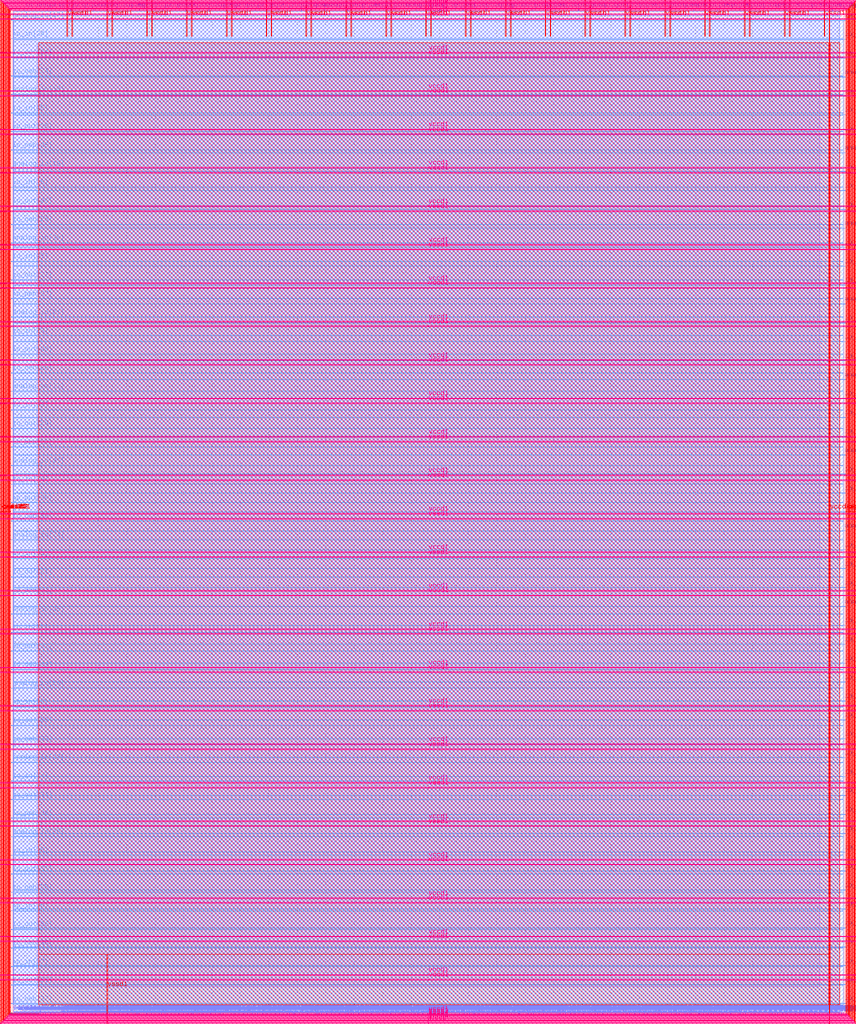
<source format=lef>
VERSION 5.7 ;
  NOWIREEXTENSIONATPIN ON ;
  DIVIDERCHAR "/" ;
  BUSBITCHARS "[]" ;
MACRO user_project_wrapper
  CLASS BLOCK ;
  FOREIGN user_project_wrapper ;
  ORIGIN 0.000 0.000 ;
  SIZE 2920.000 BY 3520.000 ;
  PIN analog_io[0]
    DIRECTION INOUT ;
    USE SIGNAL ;
    PORT
      LAYER met3 ;
        RECT 2917.600 1426.380 2924.800 1427.580 ;
    END
  END analog_io[0]
  PIN analog_io[10]
    DIRECTION INOUT ;
    USE SIGNAL ;
    PORT
      LAYER met2 ;
        RECT 2230.490 3517.600 2231.050 3524.800 ;
    END
  END analog_io[10]
  PIN analog_io[11]
    DIRECTION INOUT ;
    USE SIGNAL ;
    PORT
      LAYER met2 ;
        RECT 1905.730 3517.600 1906.290 3524.800 ;
    END
  END analog_io[11]
  PIN analog_io[12]
    DIRECTION INOUT ;
    USE SIGNAL ;
    PORT
      LAYER met2 ;
        RECT 1581.430 3517.600 1581.990 3524.800 ;
    END
  END analog_io[12]
  PIN analog_io[13]
    DIRECTION INOUT ;
    USE SIGNAL ;
    PORT
      LAYER met2 ;
        RECT 1257.130 3517.600 1257.690 3524.800 ;
    END
  END analog_io[13]
  PIN analog_io[14]
    DIRECTION INOUT ;
    USE SIGNAL ;
    PORT
      LAYER met2 ;
        RECT 932.370 3517.600 932.930 3524.800 ;
    END
  END analog_io[14]
  PIN analog_io[15]
    DIRECTION INOUT ;
    USE SIGNAL ;
    PORT
      LAYER met2 ;
        RECT 608.070 3517.600 608.630 3524.800 ;
    END
  END analog_io[15]
  PIN analog_io[16]
    DIRECTION INOUT ;
    USE SIGNAL ;
    PORT
      LAYER met2 ;
        RECT 283.770 3517.600 284.330 3524.800 ;
    END
  END analog_io[16]
  PIN analog_io[17]
    DIRECTION INOUT ;
    USE SIGNAL ;
    PORT
      LAYER met3 ;
        RECT -4.800 3486.100 2.400 3487.300 ;
    END
  END analog_io[17]
  PIN analog_io[18]
    DIRECTION INOUT ;
    USE SIGNAL ;
    PORT
      LAYER met3 ;
        RECT -4.800 3224.980 2.400 3226.180 ;
    END
  END analog_io[18]
  PIN analog_io[19]
    DIRECTION INOUT ;
    USE SIGNAL ;
    PORT
      LAYER met3 ;
        RECT -4.800 2964.540 2.400 2965.740 ;
    END
  END analog_io[19]
  PIN analog_io[1]
    DIRECTION INOUT ;
    USE SIGNAL ;
    PORT
      LAYER met3 ;
        RECT 2917.600 1692.260 2924.800 1693.460 ;
    END
  END analog_io[1]
  PIN analog_io[20]
    DIRECTION INOUT ;
    USE SIGNAL ;
    PORT
      LAYER met3 ;
        RECT -4.800 2703.420 2.400 2704.620 ;
    END
  END analog_io[20]
  PIN analog_io[21]
    DIRECTION INOUT ;
    USE SIGNAL ;
    PORT
      LAYER met3 ;
        RECT -4.800 2442.980 2.400 2444.180 ;
    END
  END analog_io[21]
  PIN analog_io[22]
    DIRECTION INOUT ;
    USE SIGNAL ;
    PORT
      LAYER met3 ;
        RECT -4.800 2182.540 2.400 2183.740 ;
    END
  END analog_io[22]
  PIN analog_io[23]
    DIRECTION INOUT ;
    USE SIGNAL ;
    PORT
      LAYER met3 ;
        RECT -4.800 1921.420 2.400 1922.620 ;
    END
  END analog_io[23]
  PIN analog_io[24]
    DIRECTION INOUT ;
    USE SIGNAL ;
    PORT
      LAYER met3 ;
        RECT -4.800 1660.980 2.400 1662.180 ;
    END
  END analog_io[24]
  PIN analog_io[25]
    DIRECTION INOUT ;
    USE SIGNAL ;
    PORT
      LAYER met3 ;
        RECT -4.800 1399.860 2.400 1401.060 ;
    END
  END analog_io[25]
  PIN analog_io[26]
    DIRECTION INOUT ;
    USE SIGNAL ;
    PORT
      LAYER met3 ;
        RECT -4.800 1139.420 2.400 1140.620 ;
    END
  END analog_io[26]
  PIN analog_io[27]
    DIRECTION INOUT ;
    USE SIGNAL ;
    PORT
      LAYER met3 ;
        RECT -4.800 878.980 2.400 880.180 ;
    END
  END analog_io[27]
  PIN analog_io[28]
    DIRECTION INOUT ;
    USE SIGNAL ;
    PORT
      LAYER met3 ;
        RECT -4.800 617.860 2.400 619.060 ;
    END
  END analog_io[28]
  PIN analog_io[2]
    DIRECTION INOUT ;
    USE SIGNAL ;
    PORT
      LAYER met3 ;
        RECT 2917.600 1958.140 2924.800 1959.340 ;
    END
  END analog_io[2]
  PIN analog_io[3]
    DIRECTION INOUT ;
    USE SIGNAL ;
    PORT
      LAYER met3 ;
        RECT 2917.600 2223.340 2924.800 2224.540 ;
    END
  END analog_io[3]
  PIN analog_io[4]
    DIRECTION INOUT ;
    USE SIGNAL ;
    PORT
      LAYER met3 ;
        RECT 2917.600 2489.220 2924.800 2490.420 ;
    END
  END analog_io[4]
  PIN analog_io[5]
    DIRECTION INOUT ;
    USE SIGNAL ;
    PORT
      LAYER met3 ;
        RECT 2917.600 2755.100 2924.800 2756.300 ;
    END
  END analog_io[5]
  PIN analog_io[6]
    DIRECTION INOUT ;
    USE SIGNAL ;
    PORT
      LAYER met3 ;
        RECT 2917.600 3020.300 2924.800 3021.500 ;
    END
  END analog_io[6]
  PIN analog_io[7]
    DIRECTION INOUT ;
    USE SIGNAL ;
    PORT
      LAYER met3 ;
        RECT 2917.600 3286.180 2924.800 3287.380 ;
    END
  END analog_io[7]
  PIN analog_io[8]
    DIRECTION INOUT ;
    USE SIGNAL ;
    PORT
      LAYER met2 ;
        RECT 2879.090 3517.600 2879.650 3524.800 ;
    END
  END analog_io[8]
  PIN analog_io[9]
    DIRECTION INOUT ;
    USE SIGNAL ;
    PORT
      LAYER met2 ;
        RECT 2554.790 3517.600 2555.350 3524.800 ;
    END
  END analog_io[9]
  PIN io_in[0]
    DIRECTION INPUT ;
    USE SIGNAL ;
    PORT
      LAYER met3 ;
        RECT 2917.600 32.380 2924.800 33.580 ;
    END
  END io_in[0]
  PIN io_in[10]
    DIRECTION INPUT ;
    USE SIGNAL ;
    PORT
      LAYER met3 ;
        RECT 2917.600 2289.980 2924.800 2291.180 ;
    END
  END io_in[10]
  PIN io_in[11]
    DIRECTION INPUT ;
    USE SIGNAL ;
    PORT
      LAYER met3 ;
        RECT 2917.600 2555.860 2924.800 2557.060 ;
    END
  END io_in[11]
  PIN io_in[12]
    DIRECTION INPUT ;
    USE SIGNAL ;
    PORT
      LAYER met3 ;
        RECT 2917.600 2821.060 2924.800 2822.260 ;
    END
  END io_in[12]
  PIN io_in[13]
    DIRECTION INPUT ;
    USE SIGNAL ;
    PORT
      LAYER met3 ;
        RECT 2917.600 3086.940 2924.800 3088.140 ;
    END
  END io_in[13]
  PIN io_in[14]
    DIRECTION INPUT ;
    USE SIGNAL ;
    PORT
      LAYER met3 ;
        RECT 2917.600 3352.820 2924.800 3354.020 ;
    END
  END io_in[14]
  PIN io_in[15]
    DIRECTION INPUT ;
    USE SIGNAL ;
    PORT
      LAYER met2 ;
        RECT 2798.130 3517.600 2798.690 3524.800 ;
    END
  END io_in[15]
  PIN io_in[16]
    DIRECTION INPUT ;
    USE SIGNAL ;
    PORT
      LAYER met2 ;
        RECT 2473.830 3517.600 2474.390 3524.800 ;
    END
  END io_in[16]
  PIN io_in[17]
    DIRECTION INPUT ;
    USE SIGNAL ;
    PORT
      LAYER met2 ;
        RECT 2149.070 3517.600 2149.630 3524.800 ;
    END
  END io_in[17]
  PIN io_in[18]
    DIRECTION INPUT ;
    USE SIGNAL ;
    PORT
      LAYER met2 ;
        RECT 1824.770 3517.600 1825.330 3524.800 ;
    END
  END io_in[18]
  PIN io_in[19]
    DIRECTION INPUT ;
    USE SIGNAL ;
    PORT
      LAYER met2 ;
        RECT 1500.470 3517.600 1501.030 3524.800 ;
    END
  END io_in[19]
  PIN io_in[1]
    DIRECTION INPUT ;
    USE SIGNAL ;
    PORT
      LAYER met3 ;
        RECT 2917.600 230.940 2924.800 232.140 ;
    END
  END io_in[1]
  PIN io_in[20]
    DIRECTION INPUT ;
    USE SIGNAL ;
    PORT
      LAYER met2 ;
        RECT 1175.710 3517.600 1176.270 3524.800 ;
    END
  END io_in[20]
  PIN io_in[21]
    DIRECTION INPUT ;
    USE SIGNAL ;
    PORT
      LAYER met2 ;
        RECT 851.410 3517.600 851.970 3524.800 ;
    END
  END io_in[21]
  PIN io_in[22]
    DIRECTION INPUT ;
    USE SIGNAL ;
    PORT
      LAYER met2 ;
        RECT 527.110 3517.600 527.670 3524.800 ;
    END
  END io_in[22]
  PIN io_in[23]
    DIRECTION INPUT ;
    USE SIGNAL ;
    PORT
      LAYER met2 ;
        RECT 202.350 3517.600 202.910 3524.800 ;
    END
  END io_in[23]
  PIN io_in[24]
    DIRECTION INPUT ;
    USE SIGNAL ;
    PORT
      LAYER met3 ;
        RECT -4.800 3420.820 2.400 3422.020 ;
    END
  END io_in[24]
  PIN io_in[25]
    DIRECTION INPUT ;
    USE SIGNAL ;
    PORT
      LAYER met3 ;
        RECT -4.800 3159.700 2.400 3160.900 ;
    END
  END io_in[25]
  PIN io_in[26]
    DIRECTION INPUT ;
    USE SIGNAL ;
    PORT
      LAYER met3 ;
        RECT -4.800 2899.260 2.400 2900.460 ;
    END
  END io_in[26]
  PIN io_in[27]
    DIRECTION INPUT ;
    USE SIGNAL ;
    PORT
      LAYER met3 ;
        RECT -4.800 2638.820 2.400 2640.020 ;
    END
  END io_in[27]
  PIN io_in[28]
    DIRECTION INPUT ;
    USE SIGNAL ;
    PORT
      LAYER met3 ;
        RECT -4.800 2377.700 2.400 2378.900 ;
    END
  END io_in[28]
  PIN io_in[29]
    DIRECTION INPUT ;
    USE SIGNAL ;
    PORT
      LAYER met3 ;
        RECT -4.800 2117.260 2.400 2118.460 ;
    END
  END io_in[29]
  PIN io_in[2]
    DIRECTION INPUT ;
    USE SIGNAL ;
    PORT
      LAYER met3 ;
        RECT 2917.600 430.180 2924.800 431.380 ;
    END
  END io_in[2]
  PIN io_in[30]
    DIRECTION INPUT ;
    USE SIGNAL ;
    PORT
      LAYER met3 ;
        RECT -4.800 1856.140 2.400 1857.340 ;
    END
  END io_in[30]
  PIN io_in[31]
    DIRECTION INPUT ;
    USE SIGNAL ;
    PORT
      LAYER met3 ;
        RECT -4.800 1595.700 2.400 1596.900 ;
    END
  END io_in[31]
  PIN io_in[32]
    DIRECTION INPUT ;
    USE SIGNAL ;
    PORT
      LAYER met3 ;
        RECT -4.800 1335.260 2.400 1336.460 ;
    END
  END io_in[32]
  PIN io_in[33]
    DIRECTION INPUT ;
    USE SIGNAL ;
    PORT
      LAYER met3 ;
        RECT -4.800 1074.140 2.400 1075.340 ;
    END
  END io_in[33]
  PIN io_in[34]
    DIRECTION INPUT ;
    USE SIGNAL ;
    PORT
      LAYER met3 ;
        RECT -4.800 813.700 2.400 814.900 ;
    END
  END io_in[34]
  PIN io_in[35]
    DIRECTION INPUT ;
    USE SIGNAL ;
    PORT
      LAYER met3 ;
        RECT -4.800 552.580 2.400 553.780 ;
    END
  END io_in[35]
  PIN io_in[36]
    DIRECTION INPUT ;
    USE SIGNAL ;
    PORT
      LAYER met3 ;
        RECT -4.800 357.420 2.400 358.620 ;
    END
  END io_in[36]
  PIN io_in[37]
    DIRECTION INPUT ;
    USE SIGNAL ;
    PORT
      LAYER met3 ;
        RECT -4.800 161.580 2.400 162.780 ;
    END
  END io_in[37]
  PIN io_in[3]
    DIRECTION INPUT ;
    USE SIGNAL ;
    PORT
      LAYER met3 ;
        RECT 2917.600 629.420 2924.800 630.620 ;
    END
  END io_in[3]
  PIN io_in[4]
    DIRECTION INPUT ;
    USE SIGNAL ;
    PORT
      LAYER met3 ;
        RECT 2917.600 828.660 2924.800 829.860 ;
    END
  END io_in[4]
  PIN io_in[5]
    DIRECTION INPUT ;
    USE SIGNAL ;
    PORT
      LAYER met3 ;
        RECT 2917.600 1027.900 2924.800 1029.100 ;
    END
  END io_in[5]
  PIN io_in[6]
    DIRECTION INPUT ;
    USE SIGNAL ;
    PORT
      LAYER met3 ;
        RECT 2917.600 1227.140 2924.800 1228.340 ;
    END
  END io_in[6]
  PIN io_in[7]
    DIRECTION INPUT ;
    USE SIGNAL ;
    PORT
      LAYER met3 ;
        RECT 2917.600 1493.020 2924.800 1494.220 ;
    END
  END io_in[7]
  PIN io_in[8]
    DIRECTION INPUT ;
    USE SIGNAL ;
    PORT
      LAYER met3 ;
        RECT 2917.600 1758.900 2924.800 1760.100 ;
    END
  END io_in[8]
  PIN io_in[9]
    DIRECTION INPUT ;
    USE SIGNAL ;
    PORT
      LAYER met3 ;
        RECT 2917.600 2024.100 2924.800 2025.300 ;
    END
  END io_in[9]
  PIN io_oeb[0]
    DIRECTION OUTPUT TRISTATE ;
    USE SIGNAL ;
    PORT
      LAYER met3 ;
        RECT 2917.600 164.980 2924.800 166.180 ;
    END
  END io_oeb[0]
  PIN io_oeb[10]
    DIRECTION OUTPUT TRISTATE ;
    USE SIGNAL ;
    PORT
      LAYER met3 ;
        RECT 2917.600 2422.580 2924.800 2423.780 ;
    END
  END io_oeb[10]
  PIN io_oeb[11]
    DIRECTION OUTPUT TRISTATE ;
    USE SIGNAL ;
    PORT
      LAYER met3 ;
        RECT 2917.600 2688.460 2924.800 2689.660 ;
    END
  END io_oeb[11]
  PIN io_oeb[12]
    DIRECTION OUTPUT TRISTATE ;
    USE SIGNAL ;
    PORT
      LAYER met3 ;
        RECT 2917.600 2954.340 2924.800 2955.540 ;
    END
  END io_oeb[12]
  PIN io_oeb[13]
    DIRECTION OUTPUT TRISTATE ;
    USE SIGNAL ;
    PORT
      LAYER met3 ;
        RECT 2917.600 3219.540 2924.800 3220.740 ;
    END
  END io_oeb[13]
  PIN io_oeb[14]
    DIRECTION OUTPUT TRISTATE ;
    USE SIGNAL ;
    PORT
      LAYER met3 ;
        RECT 2917.600 3485.420 2924.800 3486.620 ;
    END
  END io_oeb[14]
  PIN io_oeb[15]
    DIRECTION OUTPUT TRISTATE ;
    USE SIGNAL ;
    PORT
      LAYER met2 ;
        RECT 2635.750 3517.600 2636.310 3524.800 ;
    END
  END io_oeb[15]
  PIN io_oeb[16]
    DIRECTION OUTPUT TRISTATE ;
    USE SIGNAL ;
    PORT
      LAYER met2 ;
        RECT 2311.450 3517.600 2312.010 3524.800 ;
    END
  END io_oeb[16]
  PIN io_oeb[17]
    DIRECTION OUTPUT TRISTATE ;
    USE SIGNAL ;
    PORT
      LAYER met2 ;
        RECT 1987.150 3517.600 1987.710 3524.800 ;
    END
  END io_oeb[17]
  PIN io_oeb[18]
    DIRECTION OUTPUT TRISTATE ;
    USE SIGNAL ;
    PORT
      LAYER met2 ;
        RECT 1662.390 3517.600 1662.950 3524.800 ;
    END
  END io_oeb[18]
  PIN io_oeb[19]
    DIRECTION OUTPUT TRISTATE ;
    USE SIGNAL ;
    PORT
      LAYER met2 ;
        RECT 1338.090 3517.600 1338.650 3524.800 ;
    END
  END io_oeb[19]
  PIN io_oeb[1]
    DIRECTION OUTPUT TRISTATE ;
    USE SIGNAL ;
    PORT
      LAYER met3 ;
        RECT 2917.600 364.220 2924.800 365.420 ;
    END
  END io_oeb[1]
  PIN io_oeb[20]
    DIRECTION OUTPUT TRISTATE ;
    USE SIGNAL ;
    PORT
      LAYER met2 ;
        RECT 1013.790 3517.600 1014.350 3524.800 ;
    END
  END io_oeb[20]
  PIN io_oeb[21]
    DIRECTION OUTPUT TRISTATE ;
    USE SIGNAL ;
    PORT
      LAYER met2 ;
        RECT 689.030 3517.600 689.590 3524.800 ;
    END
  END io_oeb[21]
  PIN io_oeb[22]
    DIRECTION OUTPUT TRISTATE ;
    USE SIGNAL ;
    PORT
      LAYER met2 ;
        RECT 364.730 3517.600 365.290 3524.800 ;
    END
  END io_oeb[22]
  PIN io_oeb[23]
    DIRECTION OUTPUT TRISTATE ;
    USE SIGNAL ;
    PORT
      LAYER met2 ;
        RECT 40.430 3517.600 40.990 3524.800 ;
    END
  END io_oeb[23]
  PIN io_oeb[24]
    DIRECTION OUTPUT TRISTATE ;
    USE SIGNAL ;
    PORT
      LAYER met3 ;
        RECT -4.800 3290.260 2.400 3291.460 ;
    END
  END io_oeb[24]
  PIN io_oeb[25]
    DIRECTION OUTPUT TRISTATE ;
    USE SIGNAL ;
    PORT
      LAYER met3 ;
        RECT -4.800 3029.820 2.400 3031.020 ;
    END
  END io_oeb[25]
  PIN io_oeb[26]
    DIRECTION OUTPUT TRISTATE ;
    USE SIGNAL ;
    PORT
      LAYER met3 ;
        RECT -4.800 2768.700 2.400 2769.900 ;
    END
  END io_oeb[26]
  PIN io_oeb[27]
    DIRECTION OUTPUT TRISTATE ;
    USE SIGNAL ;
    PORT
      LAYER met3 ;
        RECT -4.800 2508.260 2.400 2509.460 ;
    END
  END io_oeb[27]
  PIN io_oeb[28]
    DIRECTION OUTPUT TRISTATE ;
    USE SIGNAL ;
    PORT
      LAYER met3 ;
        RECT -4.800 2247.140 2.400 2248.340 ;
    END
  END io_oeb[28]
  PIN io_oeb[29]
    DIRECTION OUTPUT TRISTATE ;
    USE SIGNAL ;
    PORT
      LAYER met3 ;
        RECT -4.800 1986.700 2.400 1987.900 ;
    END
  END io_oeb[29]
  PIN io_oeb[2]
    DIRECTION OUTPUT TRISTATE ;
    USE SIGNAL ;
    PORT
      LAYER met3 ;
        RECT 2917.600 563.460 2924.800 564.660 ;
    END
  END io_oeb[2]
  PIN io_oeb[30]
    DIRECTION OUTPUT TRISTATE ;
    USE SIGNAL ;
    PORT
      LAYER met3 ;
        RECT -4.800 1726.260 2.400 1727.460 ;
    END
  END io_oeb[30]
  PIN io_oeb[31]
    DIRECTION OUTPUT TRISTATE ;
    USE SIGNAL ;
    PORT
      LAYER met3 ;
        RECT -4.800 1465.140 2.400 1466.340 ;
    END
  END io_oeb[31]
  PIN io_oeb[32]
    DIRECTION OUTPUT TRISTATE ;
    USE SIGNAL ;
    PORT
      LAYER met3 ;
        RECT -4.800 1204.700 2.400 1205.900 ;
    END
  END io_oeb[32]
  PIN io_oeb[33]
    DIRECTION OUTPUT TRISTATE ;
    USE SIGNAL ;
    PORT
      LAYER met3 ;
        RECT -4.800 943.580 2.400 944.780 ;
    END
  END io_oeb[33]
  PIN io_oeb[34]
    DIRECTION OUTPUT TRISTATE ;
    USE SIGNAL ;
    PORT
      LAYER met3 ;
        RECT -4.800 683.140 2.400 684.340 ;
    END
  END io_oeb[34]
  PIN io_oeb[35]
    DIRECTION OUTPUT TRISTATE ;
    USE SIGNAL ;
    PORT
      LAYER met3 ;
        RECT -4.800 422.700 2.400 423.900 ;
    END
  END io_oeb[35]
  PIN io_oeb[36]
    DIRECTION OUTPUT TRISTATE ;
    USE SIGNAL ;
    PORT
      LAYER met3 ;
        RECT -4.800 226.860 2.400 228.060 ;
    END
  END io_oeb[36]
  PIN io_oeb[37]
    DIRECTION OUTPUT TRISTATE ;
    USE SIGNAL ;
    PORT
      LAYER met3 ;
        RECT -4.800 31.700 2.400 32.900 ;
    END
  END io_oeb[37]
  PIN io_oeb[3]
    DIRECTION OUTPUT TRISTATE ;
    USE SIGNAL ;
    PORT
      LAYER met3 ;
        RECT 2917.600 762.700 2924.800 763.900 ;
    END
  END io_oeb[3]
  PIN io_oeb[4]
    DIRECTION OUTPUT TRISTATE ;
    USE SIGNAL ;
    PORT
      LAYER met3 ;
        RECT 2917.600 961.940 2924.800 963.140 ;
    END
  END io_oeb[4]
  PIN io_oeb[5]
    DIRECTION OUTPUT TRISTATE ;
    USE SIGNAL ;
    PORT
      LAYER met3 ;
        RECT 2917.600 1161.180 2924.800 1162.380 ;
    END
  END io_oeb[5]
  PIN io_oeb[6]
    DIRECTION OUTPUT TRISTATE ;
    USE SIGNAL ;
    PORT
      LAYER met3 ;
        RECT 2917.600 1360.420 2924.800 1361.620 ;
    END
  END io_oeb[6]
  PIN io_oeb[7]
    DIRECTION OUTPUT TRISTATE ;
    USE SIGNAL ;
    PORT
      LAYER met3 ;
        RECT 2917.600 1625.620 2924.800 1626.820 ;
    END
  END io_oeb[7]
  PIN io_oeb[8]
    DIRECTION OUTPUT TRISTATE ;
    USE SIGNAL ;
    PORT
      LAYER met3 ;
        RECT 2917.600 1891.500 2924.800 1892.700 ;
    END
  END io_oeb[8]
  PIN io_oeb[9]
    DIRECTION OUTPUT TRISTATE ;
    USE SIGNAL ;
    PORT
      LAYER met3 ;
        RECT 2917.600 2157.380 2924.800 2158.580 ;
    END
  END io_oeb[9]
  PIN io_out[0]
    DIRECTION OUTPUT TRISTATE ;
    USE SIGNAL ;
    PORT
      LAYER met3 ;
        RECT 2917.600 98.340 2924.800 99.540 ;
    END
  END io_out[0]
  PIN io_out[10]
    DIRECTION OUTPUT TRISTATE ;
    USE SIGNAL ;
    PORT
      LAYER met3 ;
        RECT 2917.600 2356.620 2924.800 2357.820 ;
    END
  END io_out[10]
  PIN io_out[11]
    DIRECTION OUTPUT TRISTATE ;
    USE SIGNAL ;
    PORT
      LAYER met3 ;
        RECT 2917.600 2621.820 2924.800 2623.020 ;
    END
  END io_out[11]
  PIN io_out[12]
    DIRECTION OUTPUT TRISTATE ;
    USE SIGNAL ;
    PORT
      LAYER met3 ;
        RECT 2917.600 2887.700 2924.800 2888.900 ;
    END
  END io_out[12]
  PIN io_out[13]
    DIRECTION OUTPUT TRISTATE ;
    USE SIGNAL ;
    PORT
      LAYER met3 ;
        RECT 2917.600 3153.580 2924.800 3154.780 ;
    END
  END io_out[13]
  PIN io_out[14]
    DIRECTION OUTPUT TRISTATE ;
    USE SIGNAL ;
    PORT
      LAYER met3 ;
        RECT 2917.600 3418.780 2924.800 3419.980 ;
    END
  END io_out[14]
  PIN io_out[15]
    DIRECTION OUTPUT TRISTATE ;
    USE SIGNAL ;
    PORT
      LAYER met2 ;
        RECT 2717.170 3517.600 2717.730 3524.800 ;
    END
  END io_out[15]
  PIN io_out[16]
    DIRECTION OUTPUT TRISTATE ;
    USE SIGNAL ;
    PORT
      LAYER met2 ;
        RECT 2392.410 3517.600 2392.970 3524.800 ;
    END
  END io_out[16]
  PIN io_out[17]
    DIRECTION OUTPUT TRISTATE ;
    USE SIGNAL ;
    PORT
      LAYER met2 ;
        RECT 2068.110 3517.600 2068.670 3524.800 ;
    END
  END io_out[17]
  PIN io_out[18]
    DIRECTION OUTPUT TRISTATE ;
    USE SIGNAL ;
    PORT
      LAYER met2 ;
        RECT 1743.810 3517.600 1744.370 3524.800 ;
    END
  END io_out[18]
  PIN io_out[19]
    DIRECTION OUTPUT TRISTATE ;
    USE SIGNAL ;
    PORT
      LAYER met2 ;
        RECT 1419.050 3517.600 1419.610 3524.800 ;
    END
  END io_out[19]
  PIN io_out[1]
    DIRECTION OUTPUT TRISTATE ;
    USE SIGNAL ;
    PORT
      LAYER met3 ;
        RECT 2917.600 297.580 2924.800 298.780 ;
    END
  END io_out[1]
  PIN io_out[20]
    DIRECTION OUTPUT TRISTATE ;
    USE SIGNAL ;
    PORT
      LAYER met2 ;
        RECT 1094.750 3517.600 1095.310 3524.800 ;
    END
  END io_out[20]
  PIN io_out[21]
    DIRECTION OUTPUT TRISTATE ;
    USE SIGNAL ;
    PORT
      LAYER met2 ;
        RECT 770.450 3517.600 771.010 3524.800 ;
    END
  END io_out[21]
  PIN io_out[22]
    DIRECTION OUTPUT TRISTATE ;
    USE SIGNAL ;
    PORT
      LAYER met2 ;
        RECT 445.690 3517.600 446.250 3524.800 ;
    END
  END io_out[22]
  PIN io_out[23]
    DIRECTION OUTPUT TRISTATE ;
    USE SIGNAL ;
    PORT
      LAYER met2 ;
        RECT 121.390 3517.600 121.950 3524.800 ;
    END
  END io_out[23]
  PIN io_out[24]
    DIRECTION OUTPUT TRISTATE ;
    USE SIGNAL ;
    PORT
      LAYER met3 ;
        RECT -4.800 3355.540 2.400 3356.740 ;
    END
  END io_out[24]
  PIN io_out[25]
    DIRECTION OUTPUT TRISTATE ;
    USE SIGNAL ;
    PORT
      LAYER met3 ;
        RECT -4.800 3095.100 2.400 3096.300 ;
    END
  END io_out[25]
  PIN io_out[26]
    DIRECTION OUTPUT TRISTATE ;
    USE SIGNAL ;
    PORT
      LAYER met3 ;
        RECT -4.800 2833.980 2.400 2835.180 ;
    END
  END io_out[26]
  PIN io_out[27]
    DIRECTION OUTPUT TRISTATE ;
    USE SIGNAL ;
    PORT
      LAYER met3 ;
        RECT -4.800 2573.540 2.400 2574.740 ;
    END
  END io_out[27]
  PIN io_out[28]
    DIRECTION OUTPUT TRISTATE ;
    USE SIGNAL ;
    PORT
      LAYER met3 ;
        RECT -4.800 2312.420 2.400 2313.620 ;
    END
  END io_out[28]
  PIN io_out[29]
    DIRECTION OUTPUT TRISTATE ;
    USE SIGNAL ;
    PORT
      LAYER met3 ;
        RECT -4.800 2051.980 2.400 2053.180 ;
    END
  END io_out[29]
  PIN io_out[2]
    DIRECTION OUTPUT TRISTATE ;
    USE SIGNAL ;
    PORT
      LAYER met3 ;
        RECT 2917.600 496.820 2924.800 498.020 ;
    END
  END io_out[2]
  PIN io_out[30]
    DIRECTION OUTPUT TRISTATE ;
    USE SIGNAL ;
    PORT
      LAYER met3 ;
        RECT -4.800 1791.540 2.400 1792.740 ;
    END
  END io_out[30]
  PIN io_out[31]
    DIRECTION OUTPUT TRISTATE ;
    USE SIGNAL ;
    PORT
      LAYER met3 ;
        RECT -4.800 1530.420 2.400 1531.620 ;
    END
  END io_out[31]
  PIN io_out[32]
    DIRECTION OUTPUT TRISTATE ;
    USE SIGNAL ;
    PORT
      LAYER met3 ;
        RECT -4.800 1269.980 2.400 1271.180 ;
    END
  END io_out[32]
  PIN io_out[33]
    DIRECTION OUTPUT TRISTATE ;
    USE SIGNAL ;
    PORT
      LAYER met3 ;
        RECT -4.800 1008.860 2.400 1010.060 ;
    END
  END io_out[33]
  PIN io_out[34]
    DIRECTION OUTPUT TRISTATE ;
    USE SIGNAL ;
    PORT
      LAYER met3 ;
        RECT -4.800 748.420 2.400 749.620 ;
    END
  END io_out[34]
  PIN io_out[35]
    DIRECTION OUTPUT TRISTATE ;
    USE SIGNAL ;
    PORT
      LAYER met3 ;
        RECT -4.800 487.300 2.400 488.500 ;
    END
  END io_out[35]
  PIN io_out[36]
    DIRECTION OUTPUT TRISTATE ;
    USE SIGNAL ;
    PORT
      LAYER met3 ;
        RECT -4.800 292.140 2.400 293.340 ;
    END
  END io_out[36]
  PIN io_out[37]
    DIRECTION OUTPUT TRISTATE ;
    USE SIGNAL ;
    PORT
      LAYER met3 ;
        RECT -4.800 96.300 2.400 97.500 ;
    END
  END io_out[37]
  PIN io_out[3]
    DIRECTION OUTPUT TRISTATE ;
    USE SIGNAL ;
    PORT
      LAYER met3 ;
        RECT 2917.600 696.060 2924.800 697.260 ;
    END
  END io_out[3]
  PIN io_out[4]
    DIRECTION OUTPUT TRISTATE ;
    USE SIGNAL ;
    PORT
      LAYER met3 ;
        RECT 2917.600 895.300 2924.800 896.500 ;
    END
  END io_out[4]
  PIN io_out[5]
    DIRECTION OUTPUT TRISTATE ;
    USE SIGNAL ;
    PORT
      LAYER met3 ;
        RECT 2917.600 1094.540 2924.800 1095.740 ;
    END
  END io_out[5]
  PIN io_out[6]
    DIRECTION OUTPUT TRISTATE ;
    USE SIGNAL ;
    PORT
      LAYER met3 ;
        RECT 2917.600 1293.780 2924.800 1294.980 ;
    END
  END io_out[6]
  PIN io_out[7]
    DIRECTION OUTPUT TRISTATE ;
    USE SIGNAL ;
    PORT
      LAYER met3 ;
        RECT 2917.600 1559.660 2924.800 1560.860 ;
    END
  END io_out[7]
  PIN io_out[8]
    DIRECTION OUTPUT TRISTATE ;
    USE SIGNAL ;
    PORT
      LAYER met3 ;
        RECT 2917.600 1824.860 2924.800 1826.060 ;
    END
  END io_out[8]
  PIN io_out[9]
    DIRECTION OUTPUT TRISTATE ;
    USE SIGNAL ;
    PORT
      LAYER met3 ;
        RECT 2917.600 2090.740 2924.800 2091.940 ;
    END
  END io_out[9]
  PIN la_data_in[0]
    DIRECTION INPUT ;
    USE SIGNAL ;
    PORT
      LAYER met2 ;
        RECT 629.230 -4.800 629.790 2.400 ;
    END
  END la_data_in[0]
  PIN la_data_in[100]
    DIRECTION INPUT ;
    USE SIGNAL ;
    PORT
      LAYER met2 ;
        RECT 2402.530 -4.800 2403.090 2.400 ;
    END
  END la_data_in[100]
  PIN la_data_in[101]
    DIRECTION INPUT ;
    USE SIGNAL ;
    PORT
      LAYER met2 ;
        RECT 2420.010 -4.800 2420.570 2.400 ;
    END
  END la_data_in[101]
  PIN la_data_in[102]
    DIRECTION INPUT ;
    USE SIGNAL ;
    PORT
      LAYER met2 ;
        RECT 2437.950 -4.800 2438.510 2.400 ;
    END
  END la_data_in[102]
  PIN la_data_in[103]
    DIRECTION INPUT ;
    USE SIGNAL ;
    PORT
      LAYER met2 ;
        RECT 2455.430 -4.800 2455.990 2.400 ;
    END
  END la_data_in[103]
  PIN la_data_in[104]
    DIRECTION INPUT ;
    USE SIGNAL ;
    PORT
      LAYER met2 ;
        RECT 2473.370 -4.800 2473.930 2.400 ;
    END
  END la_data_in[104]
  PIN la_data_in[105]
    DIRECTION INPUT ;
    USE SIGNAL ;
    PORT
      LAYER met2 ;
        RECT 2490.850 -4.800 2491.410 2.400 ;
    END
  END la_data_in[105]
  PIN la_data_in[106]
    DIRECTION INPUT ;
    USE SIGNAL ;
    PORT
      LAYER met2 ;
        RECT 2508.790 -4.800 2509.350 2.400 ;
    END
  END la_data_in[106]
  PIN la_data_in[107]
    DIRECTION INPUT ;
    USE SIGNAL ;
    PORT
      LAYER met2 ;
        RECT 2526.730 -4.800 2527.290 2.400 ;
    END
  END la_data_in[107]
  PIN la_data_in[108]
    DIRECTION INPUT ;
    USE SIGNAL ;
    PORT
      LAYER met2 ;
        RECT 2544.210 -4.800 2544.770 2.400 ;
    END
  END la_data_in[108]
  PIN la_data_in[109]
    DIRECTION INPUT ;
    USE SIGNAL ;
    PORT
      LAYER met2 ;
        RECT 2562.150 -4.800 2562.710 2.400 ;
    END
  END la_data_in[109]
  PIN la_data_in[10]
    DIRECTION INPUT ;
    USE SIGNAL ;
    PORT
      LAYER met2 ;
        RECT 806.330 -4.800 806.890 2.400 ;
    END
  END la_data_in[10]
  PIN la_data_in[110]
    DIRECTION INPUT ;
    USE SIGNAL ;
    PORT
      LAYER met2 ;
        RECT 2579.630 -4.800 2580.190 2.400 ;
    END
  END la_data_in[110]
  PIN la_data_in[111]
    DIRECTION INPUT ;
    USE SIGNAL ;
    PORT
      LAYER met2 ;
        RECT 2597.570 -4.800 2598.130 2.400 ;
    END
  END la_data_in[111]
  PIN la_data_in[112]
    DIRECTION INPUT ;
    USE SIGNAL ;
    PORT
      LAYER met2 ;
        RECT 2615.050 -4.800 2615.610 2.400 ;
    END
  END la_data_in[112]
  PIN la_data_in[113]
    DIRECTION INPUT ;
    USE SIGNAL ;
    PORT
      LAYER met2 ;
        RECT 2632.990 -4.800 2633.550 2.400 ;
    END
  END la_data_in[113]
  PIN la_data_in[114]
    DIRECTION INPUT ;
    USE SIGNAL ;
    PORT
      LAYER met2 ;
        RECT 2650.470 -4.800 2651.030 2.400 ;
    END
  END la_data_in[114]
  PIN la_data_in[115]
    DIRECTION INPUT ;
    USE SIGNAL ;
    PORT
      LAYER met2 ;
        RECT 2668.410 -4.800 2668.970 2.400 ;
    END
  END la_data_in[115]
  PIN la_data_in[116]
    DIRECTION INPUT ;
    USE SIGNAL ;
    PORT
      LAYER met2 ;
        RECT 2685.890 -4.800 2686.450 2.400 ;
    END
  END la_data_in[116]
  PIN la_data_in[117]
    DIRECTION INPUT ;
    USE SIGNAL ;
    PORT
      LAYER met2 ;
        RECT 2703.830 -4.800 2704.390 2.400 ;
    END
  END la_data_in[117]
  PIN la_data_in[118]
    DIRECTION INPUT ;
    USE SIGNAL ;
    PORT
      LAYER met2 ;
        RECT 2721.770 -4.800 2722.330 2.400 ;
    END
  END la_data_in[118]
  PIN la_data_in[119]
    DIRECTION INPUT ;
    USE SIGNAL ;
    PORT
      LAYER met2 ;
        RECT 2739.250 -4.800 2739.810 2.400 ;
    END
  END la_data_in[119]
  PIN la_data_in[11]
    DIRECTION INPUT ;
    USE SIGNAL ;
    PORT
      LAYER met2 ;
        RECT 824.270 -4.800 824.830 2.400 ;
    END
  END la_data_in[11]
  PIN la_data_in[120]
    DIRECTION INPUT ;
    USE SIGNAL ;
    PORT
      LAYER met2 ;
        RECT 2757.190 -4.800 2757.750 2.400 ;
    END
  END la_data_in[120]
  PIN la_data_in[121]
    DIRECTION INPUT ;
    USE SIGNAL ;
    PORT
      LAYER met2 ;
        RECT 2774.670 -4.800 2775.230 2.400 ;
    END
  END la_data_in[121]
  PIN la_data_in[122]
    DIRECTION INPUT ;
    USE SIGNAL ;
    PORT
      LAYER met2 ;
        RECT 2792.610 -4.800 2793.170 2.400 ;
    END
  END la_data_in[122]
  PIN la_data_in[123]
    DIRECTION INPUT ;
    USE SIGNAL ;
    PORT
      LAYER met2 ;
        RECT 2810.090 -4.800 2810.650 2.400 ;
    END
  END la_data_in[123]
  PIN la_data_in[124]
    DIRECTION INPUT ;
    USE SIGNAL ;
    PORT
      LAYER met2 ;
        RECT 2828.030 -4.800 2828.590 2.400 ;
    END
  END la_data_in[124]
  PIN la_data_in[125]
    DIRECTION INPUT ;
    USE SIGNAL ;
    PORT
      LAYER met2 ;
        RECT 2845.510 -4.800 2846.070 2.400 ;
    END
  END la_data_in[125]
  PIN la_data_in[126]
    DIRECTION INPUT ;
    USE SIGNAL ;
    PORT
      LAYER met2 ;
        RECT 2863.450 -4.800 2864.010 2.400 ;
    END
  END la_data_in[126]
  PIN la_data_in[127]
    DIRECTION INPUT ;
    USE SIGNAL ;
    PORT
      LAYER met2 ;
        RECT 2881.390 -4.800 2881.950 2.400 ;
    END
  END la_data_in[127]
  PIN la_data_in[12]
    DIRECTION INPUT ;
    USE SIGNAL ;
    PORT
      LAYER met2 ;
        RECT 841.750 -4.800 842.310 2.400 ;
    END
  END la_data_in[12]
  PIN la_data_in[13]
    DIRECTION INPUT ;
    USE SIGNAL ;
    PORT
      LAYER met2 ;
        RECT 859.690 -4.800 860.250 2.400 ;
    END
  END la_data_in[13]
  PIN la_data_in[14]
    DIRECTION INPUT ;
    USE SIGNAL ;
    PORT
      LAYER met2 ;
        RECT 877.170 -4.800 877.730 2.400 ;
    END
  END la_data_in[14]
  PIN la_data_in[15]
    DIRECTION INPUT ;
    USE SIGNAL ;
    PORT
      LAYER met2 ;
        RECT 895.110 -4.800 895.670 2.400 ;
    END
  END la_data_in[15]
  PIN la_data_in[16]
    DIRECTION INPUT ;
    USE SIGNAL ;
    PORT
      LAYER met2 ;
        RECT 912.590 -4.800 913.150 2.400 ;
    END
  END la_data_in[16]
  PIN la_data_in[17]
    DIRECTION INPUT ;
    USE SIGNAL ;
    PORT
      LAYER met2 ;
        RECT 930.530 -4.800 931.090 2.400 ;
    END
  END la_data_in[17]
  PIN la_data_in[18]
    DIRECTION INPUT ;
    USE SIGNAL ;
    PORT
      LAYER met2 ;
        RECT 948.470 -4.800 949.030 2.400 ;
    END
  END la_data_in[18]
  PIN la_data_in[19]
    DIRECTION INPUT ;
    USE SIGNAL ;
    PORT
      LAYER met2 ;
        RECT 965.950 -4.800 966.510 2.400 ;
    END
  END la_data_in[19]
  PIN la_data_in[1]
    DIRECTION INPUT ;
    USE SIGNAL ;
    PORT
      LAYER met2 ;
        RECT 646.710 -4.800 647.270 2.400 ;
    END
  END la_data_in[1]
  PIN la_data_in[20]
    DIRECTION INPUT ;
    USE SIGNAL ;
    PORT
      LAYER met2 ;
        RECT 983.890 -4.800 984.450 2.400 ;
    END
  END la_data_in[20]
  PIN la_data_in[21]
    DIRECTION INPUT ;
    USE SIGNAL ;
    PORT
      LAYER met2 ;
        RECT 1001.370 -4.800 1001.930 2.400 ;
    END
  END la_data_in[21]
  PIN la_data_in[22]
    DIRECTION INPUT ;
    USE SIGNAL ;
    PORT
      LAYER met2 ;
        RECT 1019.310 -4.800 1019.870 2.400 ;
    END
  END la_data_in[22]
  PIN la_data_in[23]
    DIRECTION INPUT ;
    USE SIGNAL ;
    PORT
      LAYER met2 ;
        RECT 1036.790 -4.800 1037.350 2.400 ;
    END
  END la_data_in[23]
  PIN la_data_in[24]
    DIRECTION INPUT ;
    USE SIGNAL ;
    PORT
      LAYER met2 ;
        RECT 1054.730 -4.800 1055.290 2.400 ;
    END
  END la_data_in[24]
  PIN la_data_in[25]
    DIRECTION INPUT ;
    USE SIGNAL ;
    PORT
      LAYER met2 ;
        RECT 1072.210 -4.800 1072.770 2.400 ;
    END
  END la_data_in[25]
  PIN la_data_in[26]
    DIRECTION INPUT ;
    USE SIGNAL ;
    PORT
      LAYER met2 ;
        RECT 1090.150 -4.800 1090.710 2.400 ;
    END
  END la_data_in[26]
  PIN la_data_in[27]
    DIRECTION INPUT ;
    USE SIGNAL ;
    PORT
      LAYER met2 ;
        RECT 1107.630 -4.800 1108.190 2.400 ;
    END
  END la_data_in[27]
  PIN la_data_in[28]
    DIRECTION INPUT ;
    USE SIGNAL ;
    PORT
      LAYER met2 ;
        RECT 1125.570 -4.800 1126.130 2.400 ;
    END
  END la_data_in[28]
  PIN la_data_in[29]
    DIRECTION INPUT ;
    USE SIGNAL ;
    PORT
      LAYER met2 ;
        RECT 1143.510 -4.800 1144.070 2.400 ;
    END
  END la_data_in[29]
  PIN la_data_in[2]
    DIRECTION INPUT ;
    USE SIGNAL ;
    PORT
      LAYER met2 ;
        RECT 664.650 -4.800 665.210 2.400 ;
    END
  END la_data_in[2]
  PIN la_data_in[30]
    DIRECTION INPUT ;
    USE SIGNAL ;
    PORT
      LAYER met2 ;
        RECT 1160.990 -4.800 1161.550 2.400 ;
    END
  END la_data_in[30]
  PIN la_data_in[31]
    DIRECTION INPUT ;
    USE SIGNAL ;
    PORT
      LAYER met2 ;
        RECT 1178.930 -4.800 1179.490 2.400 ;
    END
  END la_data_in[31]
  PIN la_data_in[32]
    DIRECTION INPUT ;
    USE SIGNAL ;
    PORT
      LAYER met2 ;
        RECT 1196.410 -4.800 1196.970 2.400 ;
    END
  END la_data_in[32]
  PIN la_data_in[33]
    DIRECTION INPUT ;
    USE SIGNAL ;
    PORT
      LAYER met2 ;
        RECT 1214.350 -4.800 1214.910 2.400 ;
    END
  END la_data_in[33]
  PIN la_data_in[34]
    DIRECTION INPUT ;
    USE SIGNAL ;
    PORT
      LAYER met2 ;
        RECT 1231.830 -4.800 1232.390 2.400 ;
    END
  END la_data_in[34]
  PIN la_data_in[35]
    DIRECTION INPUT ;
    USE SIGNAL ;
    PORT
      LAYER met2 ;
        RECT 1249.770 -4.800 1250.330 2.400 ;
    END
  END la_data_in[35]
  PIN la_data_in[36]
    DIRECTION INPUT ;
    USE SIGNAL ;
    PORT
      LAYER met2 ;
        RECT 1267.250 -4.800 1267.810 2.400 ;
    END
  END la_data_in[36]
  PIN la_data_in[37]
    DIRECTION INPUT ;
    USE SIGNAL ;
    PORT
      LAYER met2 ;
        RECT 1285.190 -4.800 1285.750 2.400 ;
    END
  END la_data_in[37]
  PIN la_data_in[38]
    DIRECTION INPUT ;
    USE SIGNAL ;
    PORT
      LAYER met2 ;
        RECT 1303.130 -4.800 1303.690 2.400 ;
    END
  END la_data_in[38]
  PIN la_data_in[39]
    DIRECTION INPUT ;
    USE SIGNAL ;
    PORT
      LAYER met2 ;
        RECT 1320.610 -4.800 1321.170 2.400 ;
    END
  END la_data_in[39]
  PIN la_data_in[3]
    DIRECTION INPUT ;
    USE SIGNAL ;
    PORT
      LAYER met2 ;
        RECT 682.130 -4.800 682.690 2.400 ;
    END
  END la_data_in[3]
  PIN la_data_in[40]
    DIRECTION INPUT ;
    USE SIGNAL ;
    PORT
      LAYER met2 ;
        RECT 1338.550 -4.800 1339.110 2.400 ;
    END
  END la_data_in[40]
  PIN la_data_in[41]
    DIRECTION INPUT ;
    USE SIGNAL ;
    PORT
      LAYER met2 ;
        RECT 1356.030 -4.800 1356.590 2.400 ;
    END
  END la_data_in[41]
  PIN la_data_in[42]
    DIRECTION INPUT ;
    USE SIGNAL ;
    PORT
      LAYER met2 ;
        RECT 1373.970 -4.800 1374.530 2.400 ;
    END
  END la_data_in[42]
  PIN la_data_in[43]
    DIRECTION INPUT ;
    USE SIGNAL ;
    PORT
      LAYER met2 ;
        RECT 1391.450 -4.800 1392.010 2.400 ;
    END
  END la_data_in[43]
  PIN la_data_in[44]
    DIRECTION INPUT ;
    USE SIGNAL ;
    PORT
      LAYER met2 ;
        RECT 1409.390 -4.800 1409.950 2.400 ;
    END
  END la_data_in[44]
  PIN la_data_in[45]
    DIRECTION INPUT ;
    USE SIGNAL ;
    PORT
      LAYER met2 ;
        RECT 1426.870 -4.800 1427.430 2.400 ;
    END
  END la_data_in[45]
  PIN la_data_in[46]
    DIRECTION INPUT ;
    USE SIGNAL ;
    PORT
      LAYER met2 ;
        RECT 1444.810 -4.800 1445.370 2.400 ;
    END
  END la_data_in[46]
  PIN la_data_in[47]
    DIRECTION INPUT ;
    USE SIGNAL ;
    PORT
      LAYER met2 ;
        RECT 1462.750 -4.800 1463.310 2.400 ;
    END
  END la_data_in[47]
  PIN la_data_in[48]
    DIRECTION INPUT ;
    USE SIGNAL ;
    PORT
      LAYER met2 ;
        RECT 1480.230 -4.800 1480.790 2.400 ;
    END
  END la_data_in[48]
  PIN la_data_in[49]
    DIRECTION INPUT ;
    USE SIGNAL ;
    PORT
      LAYER met2 ;
        RECT 1498.170 -4.800 1498.730 2.400 ;
    END
  END la_data_in[49]
  PIN la_data_in[4]
    DIRECTION INPUT ;
    USE SIGNAL ;
    PORT
      LAYER met2 ;
        RECT 700.070 -4.800 700.630 2.400 ;
    END
  END la_data_in[4]
  PIN la_data_in[50]
    DIRECTION INPUT ;
    USE SIGNAL ;
    PORT
      LAYER met2 ;
        RECT 1515.650 -4.800 1516.210 2.400 ;
    END
  END la_data_in[50]
  PIN la_data_in[51]
    DIRECTION INPUT ;
    USE SIGNAL ;
    PORT
      LAYER met2 ;
        RECT 1533.590 -4.800 1534.150 2.400 ;
    END
  END la_data_in[51]
  PIN la_data_in[52]
    DIRECTION INPUT ;
    USE SIGNAL ;
    PORT
      LAYER met2 ;
        RECT 1551.070 -4.800 1551.630 2.400 ;
    END
  END la_data_in[52]
  PIN la_data_in[53]
    DIRECTION INPUT ;
    USE SIGNAL ;
    PORT
      LAYER met2 ;
        RECT 1569.010 -4.800 1569.570 2.400 ;
    END
  END la_data_in[53]
  PIN la_data_in[54]
    DIRECTION INPUT ;
    USE SIGNAL ;
    PORT
      LAYER met2 ;
        RECT 1586.490 -4.800 1587.050 2.400 ;
    END
  END la_data_in[54]
  PIN la_data_in[55]
    DIRECTION INPUT ;
    USE SIGNAL ;
    PORT
      LAYER met2 ;
        RECT 1604.430 -4.800 1604.990 2.400 ;
    END
  END la_data_in[55]
  PIN la_data_in[56]
    DIRECTION INPUT ;
    USE SIGNAL ;
    PORT
      LAYER met2 ;
        RECT 1621.910 -4.800 1622.470 2.400 ;
    END
  END la_data_in[56]
  PIN la_data_in[57]
    DIRECTION INPUT ;
    USE SIGNAL ;
    PORT
      LAYER met2 ;
        RECT 1639.850 -4.800 1640.410 2.400 ;
    END
  END la_data_in[57]
  PIN la_data_in[58]
    DIRECTION INPUT ;
    USE SIGNAL ;
    PORT
      LAYER met2 ;
        RECT 1657.790 -4.800 1658.350 2.400 ;
    END
  END la_data_in[58]
  PIN la_data_in[59]
    DIRECTION INPUT ;
    USE SIGNAL ;
    PORT
      LAYER met2 ;
        RECT 1675.270 -4.800 1675.830 2.400 ;
    END
  END la_data_in[59]
  PIN la_data_in[5]
    DIRECTION INPUT ;
    USE SIGNAL ;
    PORT
      LAYER met2 ;
        RECT 717.550 -4.800 718.110 2.400 ;
    END
  END la_data_in[5]
  PIN la_data_in[60]
    DIRECTION INPUT ;
    USE SIGNAL ;
    PORT
      LAYER met2 ;
        RECT 1693.210 -4.800 1693.770 2.400 ;
    END
  END la_data_in[60]
  PIN la_data_in[61]
    DIRECTION INPUT ;
    USE SIGNAL ;
    PORT
      LAYER met2 ;
        RECT 1710.690 -4.800 1711.250 2.400 ;
    END
  END la_data_in[61]
  PIN la_data_in[62]
    DIRECTION INPUT ;
    USE SIGNAL ;
    PORT
      LAYER met2 ;
        RECT 1728.630 -4.800 1729.190 2.400 ;
    END
  END la_data_in[62]
  PIN la_data_in[63]
    DIRECTION INPUT ;
    USE SIGNAL ;
    PORT
      LAYER met2 ;
        RECT 1746.110 -4.800 1746.670 2.400 ;
    END
  END la_data_in[63]
  PIN la_data_in[64]
    DIRECTION INPUT ;
    USE SIGNAL ;
    PORT
      LAYER met2 ;
        RECT 1764.050 -4.800 1764.610 2.400 ;
    END
  END la_data_in[64]
  PIN la_data_in[65]
    DIRECTION INPUT ;
    USE SIGNAL ;
    PORT
      LAYER met2 ;
        RECT 1781.530 -4.800 1782.090 2.400 ;
    END
  END la_data_in[65]
  PIN la_data_in[66]
    DIRECTION INPUT ;
    USE SIGNAL ;
    PORT
      LAYER met2 ;
        RECT 1799.470 -4.800 1800.030 2.400 ;
    END
  END la_data_in[66]
  PIN la_data_in[67]
    DIRECTION INPUT ;
    USE SIGNAL ;
    PORT
      LAYER met2 ;
        RECT 1817.410 -4.800 1817.970 2.400 ;
    END
  END la_data_in[67]
  PIN la_data_in[68]
    DIRECTION INPUT ;
    USE SIGNAL ;
    PORT
      LAYER met2 ;
        RECT 1834.890 -4.800 1835.450 2.400 ;
    END
  END la_data_in[68]
  PIN la_data_in[69]
    DIRECTION INPUT ;
    USE SIGNAL ;
    PORT
      LAYER met2 ;
        RECT 1852.830 -4.800 1853.390 2.400 ;
    END
  END la_data_in[69]
  PIN la_data_in[6]
    DIRECTION INPUT ;
    USE SIGNAL ;
    PORT
      LAYER met2 ;
        RECT 735.490 -4.800 736.050 2.400 ;
    END
  END la_data_in[6]
  PIN la_data_in[70]
    DIRECTION INPUT ;
    USE SIGNAL ;
    PORT
      LAYER met2 ;
        RECT 1870.310 -4.800 1870.870 2.400 ;
    END
  END la_data_in[70]
  PIN la_data_in[71]
    DIRECTION INPUT ;
    USE SIGNAL ;
    PORT
      LAYER met2 ;
        RECT 1888.250 -4.800 1888.810 2.400 ;
    END
  END la_data_in[71]
  PIN la_data_in[72]
    DIRECTION INPUT ;
    USE SIGNAL ;
    PORT
      LAYER met2 ;
        RECT 1905.730 -4.800 1906.290 2.400 ;
    END
  END la_data_in[72]
  PIN la_data_in[73]
    DIRECTION INPUT ;
    USE SIGNAL ;
    PORT
      LAYER met2 ;
        RECT 1923.670 -4.800 1924.230 2.400 ;
    END
  END la_data_in[73]
  PIN la_data_in[74]
    DIRECTION INPUT ;
    USE SIGNAL ;
    PORT
      LAYER met2 ;
        RECT 1941.150 -4.800 1941.710 2.400 ;
    END
  END la_data_in[74]
  PIN la_data_in[75]
    DIRECTION INPUT ;
    USE SIGNAL ;
    PORT
      LAYER met2 ;
        RECT 1959.090 -4.800 1959.650 2.400 ;
    END
  END la_data_in[75]
  PIN la_data_in[76]
    DIRECTION INPUT ;
    USE SIGNAL ;
    PORT
      LAYER met2 ;
        RECT 1976.570 -4.800 1977.130 2.400 ;
    END
  END la_data_in[76]
  PIN la_data_in[77]
    DIRECTION INPUT ;
    USE SIGNAL ;
    PORT
      LAYER met2 ;
        RECT 1994.510 -4.800 1995.070 2.400 ;
    END
  END la_data_in[77]
  PIN la_data_in[78]
    DIRECTION INPUT ;
    USE SIGNAL ;
    PORT
      LAYER met2 ;
        RECT 2012.450 -4.800 2013.010 2.400 ;
    END
  END la_data_in[78]
  PIN la_data_in[79]
    DIRECTION INPUT ;
    USE SIGNAL ;
    PORT
      LAYER met2 ;
        RECT 2029.930 -4.800 2030.490 2.400 ;
    END
  END la_data_in[79]
  PIN la_data_in[7]
    DIRECTION INPUT ;
    USE SIGNAL ;
    PORT
      LAYER met2 ;
        RECT 752.970 -4.800 753.530 2.400 ;
    END
  END la_data_in[7]
  PIN la_data_in[80]
    DIRECTION INPUT ;
    USE SIGNAL ;
    PORT
      LAYER met2 ;
        RECT 2047.870 -4.800 2048.430 2.400 ;
    END
  END la_data_in[80]
  PIN la_data_in[81]
    DIRECTION INPUT ;
    USE SIGNAL ;
    PORT
      LAYER met2 ;
        RECT 2065.350 -4.800 2065.910 2.400 ;
    END
  END la_data_in[81]
  PIN la_data_in[82]
    DIRECTION INPUT ;
    USE SIGNAL ;
    PORT
      LAYER met2 ;
        RECT 2083.290 -4.800 2083.850 2.400 ;
    END
  END la_data_in[82]
  PIN la_data_in[83]
    DIRECTION INPUT ;
    USE SIGNAL ;
    PORT
      LAYER met2 ;
        RECT 2100.770 -4.800 2101.330 2.400 ;
    END
  END la_data_in[83]
  PIN la_data_in[84]
    DIRECTION INPUT ;
    USE SIGNAL ;
    PORT
      LAYER met2 ;
        RECT 2118.710 -4.800 2119.270 2.400 ;
    END
  END la_data_in[84]
  PIN la_data_in[85]
    DIRECTION INPUT ;
    USE SIGNAL ;
    PORT
      LAYER met2 ;
        RECT 2136.190 -4.800 2136.750 2.400 ;
    END
  END la_data_in[85]
  PIN la_data_in[86]
    DIRECTION INPUT ;
    USE SIGNAL ;
    PORT
      LAYER met2 ;
        RECT 2154.130 -4.800 2154.690 2.400 ;
    END
  END la_data_in[86]
  PIN la_data_in[87]
    DIRECTION INPUT ;
    USE SIGNAL ;
    PORT
      LAYER met2 ;
        RECT 2172.070 -4.800 2172.630 2.400 ;
    END
  END la_data_in[87]
  PIN la_data_in[88]
    DIRECTION INPUT ;
    USE SIGNAL ;
    PORT
      LAYER met2 ;
        RECT 2189.550 -4.800 2190.110 2.400 ;
    END
  END la_data_in[88]
  PIN la_data_in[89]
    DIRECTION INPUT ;
    USE SIGNAL ;
    PORT
      LAYER met2 ;
        RECT 2207.490 -4.800 2208.050 2.400 ;
    END
  END la_data_in[89]
  PIN la_data_in[8]
    DIRECTION INPUT ;
    USE SIGNAL ;
    PORT
      LAYER met2 ;
        RECT 770.910 -4.800 771.470 2.400 ;
    END
  END la_data_in[8]
  PIN la_data_in[90]
    DIRECTION INPUT ;
    USE SIGNAL ;
    PORT
      LAYER met2 ;
        RECT 2224.970 -4.800 2225.530 2.400 ;
    END
  END la_data_in[90]
  PIN la_data_in[91]
    DIRECTION INPUT ;
    USE SIGNAL ;
    PORT
      LAYER met2 ;
        RECT 2242.910 -4.800 2243.470 2.400 ;
    END
  END la_data_in[91]
  PIN la_data_in[92]
    DIRECTION INPUT ;
    USE SIGNAL ;
    PORT
      LAYER met2 ;
        RECT 2260.390 -4.800 2260.950 2.400 ;
    END
  END la_data_in[92]
  PIN la_data_in[93]
    DIRECTION INPUT ;
    USE SIGNAL ;
    PORT
      LAYER met2 ;
        RECT 2278.330 -4.800 2278.890 2.400 ;
    END
  END la_data_in[93]
  PIN la_data_in[94]
    DIRECTION INPUT ;
    USE SIGNAL ;
    PORT
      LAYER met2 ;
        RECT 2295.810 -4.800 2296.370 2.400 ;
    END
  END la_data_in[94]
  PIN la_data_in[95]
    DIRECTION INPUT ;
    USE SIGNAL ;
    PORT
      LAYER met2 ;
        RECT 2313.750 -4.800 2314.310 2.400 ;
    END
  END la_data_in[95]
  PIN la_data_in[96]
    DIRECTION INPUT ;
    USE SIGNAL ;
    PORT
      LAYER met2 ;
        RECT 2331.230 -4.800 2331.790 2.400 ;
    END
  END la_data_in[96]
  PIN la_data_in[97]
    DIRECTION INPUT ;
    USE SIGNAL ;
    PORT
      LAYER met2 ;
        RECT 2349.170 -4.800 2349.730 2.400 ;
    END
  END la_data_in[97]
  PIN la_data_in[98]
    DIRECTION INPUT ;
    USE SIGNAL ;
    PORT
      LAYER met2 ;
        RECT 2367.110 -4.800 2367.670 2.400 ;
    END
  END la_data_in[98]
  PIN la_data_in[99]
    DIRECTION INPUT ;
    USE SIGNAL ;
    PORT
      LAYER met2 ;
        RECT 2384.590 -4.800 2385.150 2.400 ;
    END
  END la_data_in[99]
  PIN la_data_in[9]
    DIRECTION INPUT ;
    USE SIGNAL ;
    PORT
      LAYER met2 ;
        RECT 788.850 -4.800 789.410 2.400 ;
    END
  END la_data_in[9]
  PIN la_data_out[0]
    DIRECTION OUTPUT TRISTATE ;
    USE SIGNAL ;
    PORT
      LAYER met2 ;
        RECT 634.750 -4.800 635.310 2.400 ;
    END
  END la_data_out[0]
  PIN la_data_out[100]
    DIRECTION OUTPUT TRISTATE ;
    USE SIGNAL ;
    PORT
      LAYER met2 ;
        RECT 2408.510 -4.800 2409.070 2.400 ;
    END
  END la_data_out[100]
  PIN la_data_out[101]
    DIRECTION OUTPUT TRISTATE ;
    USE SIGNAL ;
    PORT
      LAYER met2 ;
        RECT 2425.990 -4.800 2426.550 2.400 ;
    END
  END la_data_out[101]
  PIN la_data_out[102]
    DIRECTION OUTPUT TRISTATE ;
    USE SIGNAL ;
    PORT
      LAYER met2 ;
        RECT 2443.930 -4.800 2444.490 2.400 ;
    END
  END la_data_out[102]
  PIN la_data_out[103]
    DIRECTION OUTPUT TRISTATE ;
    USE SIGNAL ;
    PORT
      LAYER met2 ;
        RECT 2461.410 -4.800 2461.970 2.400 ;
    END
  END la_data_out[103]
  PIN la_data_out[104]
    DIRECTION OUTPUT TRISTATE ;
    USE SIGNAL ;
    PORT
      LAYER met2 ;
        RECT 2479.350 -4.800 2479.910 2.400 ;
    END
  END la_data_out[104]
  PIN la_data_out[105]
    DIRECTION OUTPUT TRISTATE ;
    USE SIGNAL ;
    PORT
      LAYER met2 ;
        RECT 2496.830 -4.800 2497.390 2.400 ;
    END
  END la_data_out[105]
  PIN la_data_out[106]
    DIRECTION OUTPUT TRISTATE ;
    USE SIGNAL ;
    PORT
      LAYER met2 ;
        RECT 2514.770 -4.800 2515.330 2.400 ;
    END
  END la_data_out[106]
  PIN la_data_out[107]
    DIRECTION OUTPUT TRISTATE ;
    USE SIGNAL ;
    PORT
      LAYER met2 ;
        RECT 2532.250 -4.800 2532.810 2.400 ;
    END
  END la_data_out[107]
  PIN la_data_out[108]
    DIRECTION OUTPUT TRISTATE ;
    USE SIGNAL ;
    PORT
      LAYER met2 ;
        RECT 2550.190 -4.800 2550.750 2.400 ;
    END
  END la_data_out[108]
  PIN la_data_out[109]
    DIRECTION OUTPUT TRISTATE ;
    USE SIGNAL ;
    PORT
      LAYER met2 ;
        RECT 2567.670 -4.800 2568.230 2.400 ;
    END
  END la_data_out[109]
  PIN la_data_out[10]
    DIRECTION OUTPUT TRISTATE ;
    USE SIGNAL ;
    PORT
      LAYER met2 ;
        RECT 812.310 -4.800 812.870 2.400 ;
    END
  END la_data_out[10]
  PIN la_data_out[110]
    DIRECTION OUTPUT TRISTATE ;
    USE SIGNAL ;
    PORT
      LAYER met2 ;
        RECT 2585.610 -4.800 2586.170 2.400 ;
    END
  END la_data_out[110]
  PIN la_data_out[111]
    DIRECTION OUTPUT TRISTATE ;
    USE SIGNAL ;
    PORT
      LAYER met2 ;
        RECT 2603.550 -4.800 2604.110 2.400 ;
    END
  END la_data_out[111]
  PIN la_data_out[112]
    DIRECTION OUTPUT TRISTATE ;
    USE SIGNAL ;
    PORT
      LAYER met2 ;
        RECT 2621.030 -4.800 2621.590 2.400 ;
    END
  END la_data_out[112]
  PIN la_data_out[113]
    DIRECTION OUTPUT TRISTATE ;
    USE SIGNAL ;
    PORT
      LAYER met2 ;
        RECT 2638.970 -4.800 2639.530 2.400 ;
    END
  END la_data_out[113]
  PIN la_data_out[114]
    DIRECTION OUTPUT TRISTATE ;
    USE SIGNAL ;
    PORT
      LAYER met2 ;
        RECT 2656.450 -4.800 2657.010 2.400 ;
    END
  END la_data_out[114]
  PIN la_data_out[115]
    DIRECTION OUTPUT TRISTATE ;
    USE SIGNAL ;
    PORT
      LAYER met2 ;
        RECT 2674.390 -4.800 2674.950 2.400 ;
    END
  END la_data_out[115]
  PIN la_data_out[116]
    DIRECTION OUTPUT TRISTATE ;
    USE SIGNAL ;
    PORT
      LAYER met2 ;
        RECT 2691.870 -4.800 2692.430 2.400 ;
    END
  END la_data_out[116]
  PIN la_data_out[117]
    DIRECTION OUTPUT TRISTATE ;
    USE SIGNAL ;
    PORT
      LAYER met2 ;
        RECT 2709.810 -4.800 2710.370 2.400 ;
    END
  END la_data_out[117]
  PIN la_data_out[118]
    DIRECTION OUTPUT TRISTATE ;
    USE SIGNAL ;
    PORT
      LAYER met2 ;
        RECT 2727.290 -4.800 2727.850 2.400 ;
    END
  END la_data_out[118]
  PIN la_data_out[119]
    DIRECTION OUTPUT TRISTATE ;
    USE SIGNAL ;
    PORT
      LAYER met2 ;
        RECT 2745.230 -4.800 2745.790 2.400 ;
    END
  END la_data_out[119]
  PIN la_data_out[11]
    DIRECTION OUTPUT TRISTATE ;
    USE SIGNAL ;
    PORT
      LAYER met2 ;
        RECT 830.250 -4.800 830.810 2.400 ;
    END
  END la_data_out[11]
  PIN la_data_out[120]
    DIRECTION OUTPUT TRISTATE ;
    USE SIGNAL ;
    PORT
      LAYER met2 ;
        RECT 2763.170 -4.800 2763.730 2.400 ;
    END
  END la_data_out[120]
  PIN la_data_out[121]
    DIRECTION OUTPUT TRISTATE ;
    USE SIGNAL ;
    PORT
      LAYER met2 ;
        RECT 2780.650 -4.800 2781.210 2.400 ;
    END
  END la_data_out[121]
  PIN la_data_out[122]
    DIRECTION OUTPUT TRISTATE ;
    USE SIGNAL ;
    PORT
      LAYER met2 ;
        RECT 2798.590 -4.800 2799.150 2.400 ;
    END
  END la_data_out[122]
  PIN la_data_out[123]
    DIRECTION OUTPUT TRISTATE ;
    USE SIGNAL ;
    PORT
      LAYER met2 ;
        RECT 2816.070 -4.800 2816.630 2.400 ;
    END
  END la_data_out[123]
  PIN la_data_out[124]
    DIRECTION OUTPUT TRISTATE ;
    USE SIGNAL ;
    PORT
      LAYER met2 ;
        RECT 2834.010 -4.800 2834.570 2.400 ;
    END
  END la_data_out[124]
  PIN la_data_out[125]
    DIRECTION OUTPUT TRISTATE ;
    USE SIGNAL ;
    PORT
      LAYER met2 ;
        RECT 2851.490 -4.800 2852.050 2.400 ;
    END
  END la_data_out[125]
  PIN la_data_out[126]
    DIRECTION OUTPUT TRISTATE ;
    USE SIGNAL ;
    PORT
      LAYER met2 ;
        RECT 2869.430 -4.800 2869.990 2.400 ;
    END
  END la_data_out[126]
  PIN la_data_out[127]
    DIRECTION OUTPUT TRISTATE ;
    USE SIGNAL ;
    PORT
      LAYER met2 ;
        RECT 2886.910 -4.800 2887.470 2.400 ;
    END
  END la_data_out[127]
  PIN la_data_out[12]
    DIRECTION OUTPUT TRISTATE ;
    USE SIGNAL ;
    PORT
      LAYER met2 ;
        RECT 847.730 -4.800 848.290 2.400 ;
    END
  END la_data_out[12]
  PIN la_data_out[13]
    DIRECTION OUTPUT TRISTATE ;
    USE SIGNAL ;
    PORT
      LAYER met2 ;
        RECT 865.670 -4.800 866.230 2.400 ;
    END
  END la_data_out[13]
  PIN la_data_out[14]
    DIRECTION OUTPUT TRISTATE ;
    USE SIGNAL ;
    PORT
      LAYER met2 ;
        RECT 883.150 -4.800 883.710 2.400 ;
    END
  END la_data_out[14]
  PIN la_data_out[15]
    DIRECTION OUTPUT TRISTATE ;
    USE SIGNAL ;
    PORT
      LAYER met2 ;
        RECT 901.090 -4.800 901.650 2.400 ;
    END
  END la_data_out[15]
  PIN la_data_out[16]
    DIRECTION OUTPUT TRISTATE ;
    USE SIGNAL ;
    PORT
      LAYER met2 ;
        RECT 918.570 -4.800 919.130 2.400 ;
    END
  END la_data_out[16]
  PIN la_data_out[17]
    DIRECTION OUTPUT TRISTATE ;
    USE SIGNAL ;
    PORT
      LAYER met2 ;
        RECT 936.510 -4.800 937.070 2.400 ;
    END
  END la_data_out[17]
  PIN la_data_out[18]
    DIRECTION OUTPUT TRISTATE ;
    USE SIGNAL ;
    PORT
      LAYER met2 ;
        RECT 953.990 -4.800 954.550 2.400 ;
    END
  END la_data_out[18]
  PIN la_data_out[19]
    DIRECTION OUTPUT TRISTATE ;
    USE SIGNAL ;
    PORT
      LAYER met2 ;
        RECT 971.930 -4.800 972.490 2.400 ;
    END
  END la_data_out[19]
  PIN la_data_out[1]
    DIRECTION OUTPUT TRISTATE ;
    USE SIGNAL ;
    PORT
      LAYER met2 ;
        RECT 652.690 -4.800 653.250 2.400 ;
    END
  END la_data_out[1]
  PIN la_data_out[20]
    DIRECTION OUTPUT TRISTATE ;
    USE SIGNAL ;
    PORT
      LAYER met2 ;
        RECT 989.410 -4.800 989.970 2.400 ;
    END
  END la_data_out[20]
  PIN la_data_out[21]
    DIRECTION OUTPUT TRISTATE ;
    USE SIGNAL ;
    PORT
      LAYER met2 ;
        RECT 1007.350 -4.800 1007.910 2.400 ;
    END
  END la_data_out[21]
  PIN la_data_out[22]
    DIRECTION OUTPUT TRISTATE ;
    USE SIGNAL ;
    PORT
      LAYER met2 ;
        RECT 1025.290 -4.800 1025.850 2.400 ;
    END
  END la_data_out[22]
  PIN la_data_out[23]
    DIRECTION OUTPUT TRISTATE ;
    USE SIGNAL ;
    PORT
      LAYER met2 ;
        RECT 1042.770 -4.800 1043.330 2.400 ;
    END
  END la_data_out[23]
  PIN la_data_out[24]
    DIRECTION OUTPUT TRISTATE ;
    USE SIGNAL ;
    PORT
      LAYER met2 ;
        RECT 1060.710 -4.800 1061.270 2.400 ;
    END
  END la_data_out[24]
  PIN la_data_out[25]
    DIRECTION OUTPUT TRISTATE ;
    USE SIGNAL ;
    PORT
      LAYER met2 ;
        RECT 1078.190 -4.800 1078.750 2.400 ;
    END
  END la_data_out[25]
  PIN la_data_out[26]
    DIRECTION OUTPUT TRISTATE ;
    USE SIGNAL ;
    PORT
      LAYER met2 ;
        RECT 1096.130 -4.800 1096.690 2.400 ;
    END
  END la_data_out[26]
  PIN la_data_out[27]
    DIRECTION OUTPUT TRISTATE ;
    USE SIGNAL ;
    PORT
      LAYER met2 ;
        RECT 1113.610 -4.800 1114.170 2.400 ;
    END
  END la_data_out[27]
  PIN la_data_out[28]
    DIRECTION OUTPUT TRISTATE ;
    USE SIGNAL ;
    PORT
      LAYER met2 ;
        RECT 1131.550 -4.800 1132.110 2.400 ;
    END
  END la_data_out[28]
  PIN la_data_out[29]
    DIRECTION OUTPUT TRISTATE ;
    USE SIGNAL ;
    PORT
      LAYER met2 ;
        RECT 1149.030 -4.800 1149.590 2.400 ;
    END
  END la_data_out[29]
  PIN la_data_out[2]
    DIRECTION OUTPUT TRISTATE ;
    USE SIGNAL ;
    PORT
      LAYER met2 ;
        RECT 670.630 -4.800 671.190 2.400 ;
    END
  END la_data_out[2]
  PIN la_data_out[30]
    DIRECTION OUTPUT TRISTATE ;
    USE SIGNAL ;
    PORT
      LAYER met2 ;
        RECT 1166.970 -4.800 1167.530 2.400 ;
    END
  END la_data_out[30]
  PIN la_data_out[31]
    DIRECTION OUTPUT TRISTATE ;
    USE SIGNAL ;
    PORT
      LAYER met2 ;
        RECT 1184.910 -4.800 1185.470 2.400 ;
    END
  END la_data_out[31]
  PIN la_data_out[32]
    DIRECTION OUTPUT TRISTATE ;
    USE SIGNAL ;
    PORT
      LAYER met2 ;
        RECT 1202.390 -4.800 1202.950 2.400 ;
    END
  END la_data_out[32]
  PIN la_data_out[33]
    DIRECTION OUTPUT TRISTATE ;
    USE SIGNAL ;
    PORT
      LAYER met2 ;
        RECT 1220.330 -4.800 1220.890 2.400 ;
    END
  END la_data_out[33]
  PIN la_data_out[34]
    DIRECTION OUTPUT TRISTATE ;
    USE SIGNAL ;
    PORT
      LAYER met2 ;
        RECT 1237.810 -4.800 1238.370 2.400 ;
    END
  END la_data_out[34]
  PIN la_data_out[35]
    DIRECTION OUTPUT TRISTATE ;
    USE SIGNAL ;
    PORT
      LAYER met2 ;
        RECT 1255.750 -4.800 1256.310 2.400 ;
    END
  END la_data_out[35]
  PIN la_data_out[36]
    DIRECTION OUTPUT TRISTATE ;
    USE SIGNAL ;
    PORT
      LAYER met2 ;
        RECT 1273.230 -4.800 1273.790 2.400 ;
    END
  END la_data_out[36]
  PIN la_data_out[37]
    DIRECTION OUTPUT TRISTATE ;
    USE SIGNAL ;
    PORT
      LAYER met2 ;
        RECT 1291.170 -4.800 1291.730 2.400 ;
    END
  END la_data_out[37]
  PIN la_data_out[38]
    DIRECTION OUTPUT TRISTATE ;
    USE SIGNAL ;
    PORT
      LAYER met2 ;
        RECT 1308.650 -4.800 1309.210 2.400 ;
    END
  END la_data_out[38]
  PIN la_data_out[39]
    DIRECTION OUTPUT TRISTATE ;
    USE SIGNAL ;
    PORT
      LAYER met2 ;
        RECT 1326.590 -4.800 1327.150 2.400 ;
    END
  END la_data_out[39]
  PIN la_data_out[3]
    DIRECTION OUTPUT TRISTATE ;
    USE SIGNAL ;
    PORT
      LAYER met2 ;
        RECT 688.110 -4.800 688.670 2.400 ;
    END
  END la_data_out[3]
  PIN la_data_out[40]
    DIRECTION OUTPUT TRISTATE ;
    USE SIGNAL ;
    PORT
      LAYER met2 ;
        RECT 1344.070 -4.800 1344.630 2.400 ;
    END
  END la_data_out[40]
  PIN la_data_out[41]
    DIRECTION OUTPUT TRISTATE ;
    USE SIGNAL ;
    PORT
      LAYER met2 ;
        RECT 1362.010 -4.800 1362.570 2.400 ;
    END
  END la_data_out[41]
  PIN la_data_out[42]
    DIRECTION OUTPUT TRISTATE ;
    USE SIGNAL ;
    PORT
      LAYER met2 ;
        RECT 1379.950 -4.800 1380.510 2.400 ;
    END
  END la_data_out[42]
  PIN la_data_out[43]
    DIRECTION OUTPUT TRISTATE ;
    USE SIGNAL ;
    PORT
      LAYER met2 ;
        RECT 1397.430 -4.800 1397.990 2.400 ;
    END
  END la_data_out[43]
  PIN la_data_out[44]
    DIRECTION OUTPUT TRISTATE ;
    USE SIGNAL ;
    PORT
      LAYER met2 ;
        RECT 1415.370 -4.800 1415.930 2.400 ;
    END
  END la_data_out[44]
  PIN la_data_out[45]
    DIRECTION OUTPUT TRISTATE ;
    USE SIGNAL ;
    PORT
      LAYER met2 ;
        RECT 1432.850 -4.800 1433.410 2.400 ;
    END
  END la_data_out[45]
  PIN la_data_out[46]
    DIRECTION OUTPUT TRISTATE ;
    USE SIGNAL ;
    PORT
      LAYER met2 ;
        RECT 1450.790 -4.800 1451.350 2.400 ;
    END
  END la_data_out[46]
  PIN la_data_out[47]
    DIRECTION OUTPUT TRISTATE ;
    USE SIGNAL ;
    PORT
      LAYER met2 ;
        RECT 1468.270 -4.800 1468.830 2.400 ;
    END
  END la_data_out[47]
  PIN la_data_out[48]
    DIRECTION OUTPUT TRISTATE ;
    USE SIGNAL ;
    PORT
      LAYER met2 ;
        RECT 1486.210 -4.800 1486.770 2.400 ;
    END
  END la_data_out[48]
  PIN la_data_out[49]
    DIRECTION OUTPUT TRISTATE ;
    USE SIGNAL ;
    PORT
      LAYER met2 ;
        RECT 1503.690 -4.800 1504.250 2.400 ;
    END
  END la_data_out[49]
  PIN la_data_out[4]
    DIRECTION OUTPUT TRISTATE ;
    USE SIGNAL ;
    PORT
      LAYER met2 ;
        RECT 706.050 -4.800 706.610 2.400 ;
    END
  END la_data_out[4]
  PIN la_data_out[50]
    DIRECTION OUTPUT TRISTATE ;
    USE SIGNAL ;
    PORT
      LAYER met2 ;
        RECT 1521.630 -4.800 1522.190 2.400 ;
    END
  END la_data_out[50]
  PIN la_data_out[51]
    DIRECTION OUTPUT TRISTATE ;
    USE SIGNAL ;
    PORT
      LAYER met2 ;
        RECT 1539.570 -4.800 1540.130 2.400 ;
    END
  END la_data_out[51]
  PIN la_data_out[52]
    DIRECTION OUTPUT TRISTATE ;
    USE SIGNAL ;
    PORT
      LAYER met2 ;
        RECT 1557.050 -4.800 1557.610 2.400 ;
    END
  END la_data_out[52]
  PIN la_data_out[53]
    DIRECTION OUTPUT TRISTATE ;
    USE SIGNAL ;
    PORT
      LAYER met2 ;
        RECT 1574.990 -4.800 1575.550 2.400 ;
    END
  END la_data_out[53]
  PIN la_data_out[54]
    DIRECTION OUTPUT TRISTATE ;
    USE SIGNAL ;
    PORT
      LAYER met2 ;
        RECT 1592.470 -4.800 1593.030 2.400 ;
    END
  END la_data_out[54]
  PIN la_data_out[55]
    DIRECTION OUTPUT TRISTATE ;
    USE SIGNAL ;
    PORT
      LAYER met2 ;
        RECT 1610.410 -4.800 1610.970 2.400 ;
    END
  END la_data_out[55]
  PIN la_data_out[56]
    DIRECTION OUTPUT TRISTATE ;
    USE SIGNAL ;
    PORT
      LAYER met2 ;
        RECT 1627.890 -4.800 1628.450 2.400 ;
    END
  END la_data_out[56]
  PIN la_data_out[57]
    DIRECTION OUTPUT TRISTATE ;
    USE SIGNAL ;
    PORT
      LAYER met2 ;
        RECT 1645.830 -4.800 1646.390 2.400 ;
    END
  END la_data_out[57]
  PIN la_data_out[58]
    DIRECTION OUTPUT TRISTATE ;
    USE SIGNAL ;
    PORT
      LAYER met2 ;
        RECT 1663.310 -4.800 1663.870 2.400 ;
    END
  END la_data_out[58]
  PIN la_data_out[59]
    DIRECTION OUTPUT TRISTATE ;
    USE SIGNAL ;
    PORT
      LAYER met2 ;
        RECT 1681.250 -4.800 1681.810 2.400 ;
    END
  END la_data_out[59]
  PIN la_data_out[5]
    DIRECTION OUTPUT TRISTATE ;
    USE SIGNAL ;
    PORT
      LAYER met2 ;
        RECT 723.530 -4.800 724.090 2.400 ;
    END
  END la_data_out[5]
  PIN la_data_out[60]
    DIRECTION OUTPUT TRISTATE ;
    USE SIGNAL ;
    PORT
      LAYER met2 ;
        RECT 1699.190 -4.800 1699.750 2.400 ;
    END
  END la_data_out[60]
  PIN la_data_out[61]
    DIRECTION OUTPUT TRISTATE ;
    USE SIGNAL ;
    PORT
      LAYER met2 ;
        RECT 1716.670 -4.800 1717.230 2.400 ;
    END
  END la_data_out[61]
  PIN la_data_out[62]
    DIRECTION OUTPUT TRISTATE ;
    USE SIGNAL ;
    PORT
      LAYER met2 ;
        RECT 1734.610 -4.800 1735.170 2.400 ;
    END
  END la_data_out[62]
  PIN la_data_out[63]
    DIRECTION OUTPUT TRISTATE ;
    USE SIGNAL ;
    PORT
      LAYER met2 ;
        RECT 1752.090 -4.800 1752.650 2.400 ;
    END
  END la_data_out[63]
  PIN la_data_out[64]
    DIRECTION OUTPUT TRISTATE ;
    USE SIGNAL ;
    PORT
      LAYER met2 ;
        RECT 1770.030 -4.800 1770.590 2.400 ;
    END
  END la_data_out[64]
  PIN la_data_out[65]
    DIRECTION OUTPUT TRISTATE ;
    USE SIGNAL ;
    PORT
      LAYER met2 ;
        RECT 1787.510 -4.800 1788.070 2.400 ;
    END
  END la_data_out[65]
  PIN la_data_out[66]
    DIRECTION OUTPUT TRISTATE ;
    USE SIGNAL ;
    PORT
      LAYER met2 ;
        RECT 1805.450 -4.800 1806.010 2.400 ;
    END
  END la_data_out[66]
  PIN la_data_out[67]
    DIRECTION OUTPUT TRISTATE ;
    USE SIGNAL ;
    PORT
      LAYER met2 ;
        RECT 1822.930 -4.800 1823.490 2.400 ;
    END
  END la_data_out[67]
  PIN la_data_out[68]
    DIRECTION OUTPUT TRISTATE ;
    USE SIGNAL ;
    PORT
      LAYER met2 ;
        RECT 1840.870 -4.800 1841.430 2.400 ;
    END
  END la_data_out[68]
  PIN la_data_out[69]
    DIRECTION OUTPUT TRISTATE ;
    USE SIGNAL ;
    PORT
      LAYER met2 ;
        RECT 1858.350 -4.800 1858.910 2.400 ;
    END
  END la_data_out[69]
  PIN la_data_out[6]
    DIRECTION OUTPUT TRISTATE ;
    USE SIGNAL ;
    PORT
      LAYER met2 ;
        RECT 741.470 -4.800 742.030 2.400 ;
    END
  END la_data_out[6]
  PIN la_data_out[70]
    DIRECTION OUTPUT TRISTATE ;
    USE SIGNAL ;
    PORT
      LAYER met2 ;
        RECT 1876.290 -4.800 1876.850 2.400 ;
    END
  END la_data_out[70]
  PIN la_data_out[71]
    DIRECTION OUTPUT TRISTATE ;
    USE SIGNAL ;
    PORT
      LAYER met2 ;
        RECT 1894.230 -4.800 1894.790 2.400 ;
    END
  END la_data_out[71]
  PIN la_data_out[72]
    DIRECTION OUTPUT TRISTATE ;
    USE SIGNAL ;
    PORT
      LAYER met2 ;
        RECT 1911.710 -4.800 1912.270 2.400 ;
    END
  END la_data_out[72]
  PIN la_data_out[73]
    DIRECTION OUTPUT TRISTATE ;
    USE SIGNAL ;
    PORT
      LAYER met2 ;
        RECT 1929.650 -4.800 1930.210 2.400 ;
    END
  END la_data_out[73]
  PIN la_data_out[74]
    DIRECTION OUTPUT TRISTATE ;
    USE SIGNAL ;
    PORT
      LAYER met2 ;
        RECT 1947.130 -4.800 1947.690 2.400 ;
    END
  END la_data_out[74]
  PIN la_data_out[75]
    DIRECTION OUTPUT TRISTATE ;
    USE SIGNAL ;
    PORT
      LAYER met2 ;
        RECT 1965.070 -4.800 1965.630 2.400 ;
    END
  END la_data_out[75]
  PIN la_data_out[76]
    DIRECTION OUTPUT TRISTATE ;
    USE SIGNAL ;
    PORT
      LAYER met2 ;
        RECT 1982.550 -4.800 1983.110 2.400 ;
    END
  END la_data_out[76]
  PIN la_data_out[77]
    DIRECTION OUTPUT TRISTATE ;
    USE SIGNAL ;
    PORT
      LAYER met2 ;
        RECT 2000.490 -4.800 2001.050 2.400 ;
    END
  END la_data_out[77]
  PIN la_data_out[78]
    DIRECTION OUTPUT TRISTATE ;
    USE SIGNAL ;
    PORT
      LAYER met2 ;
        RECT 2017.970 -4.800 2018.530 2.400 ;
    END
  END la_data_out[78]
  PIN la_data_out[79]
    DIRECTION OUTPUT TRISTATE ;
    USE SIGNAL ;
    PORT
      LAYER met2 ;
        RECT 2035.910 -4.800 2036.470 2.400 ;
    END
  END la_data_out[79]
  PIN la_data_out[7]
    DIRECTION OUTPUT TRISTATE ;
    USE SIGNAL ;
    PORT
      LAYER met2 ;
        RECT 758.950 -4.800 759.510 2.400 ;
    END
  END la_data_out[7]
  PIN la_data_out[80]
    DIRECTION OUTPUT TRISTATE ;
    USE SIGNAL ;
    PORT
      LAYER met2 ;
        RECT 2053.850 -4.800 2054.410 2.400 ;
    END
  END la_data_out[80]
  PIN la_data_out[81]
    DIRECTION OUTPUT TRISTATE ;
    USE SIGNAL ;
    PORT
      LAYER met2 ;
        RECT 2071.330 -4.800 2071.890 2.400 ;
    END
  END la_data_out[81]
  PIN la_data_out[82]
    DIRECTION OUTPUT TRISTATE ;
    USE SIGNAL ;
    PORT
      LAYER met2 ;
        RECT 2089.270 -4.800 2089.830 2.400 ;
    END
  END la_data_out[82]
  PIN la_data_out[83]
    DIRECTION OUTPUT TRISTATE ;
    USE SIGNAL ;
    PORT
      LAYER met2 ;
        RECT 2106.750 -4.800 2107.310 2.400 ;
    END
  END la_data_out[83]
  PIN la_data_out[84]
    DIRECTION OUTPUT TRISTATE ;
    USE SIGNAL ;
    PORT
      LAYER met2 ;
        RECT 2124.690 -4.800 2125.250 2.400 ;
    END
  END la_data_out[84]
  PIN la_data_out[85]
    DIRECTION OUTPUT TRISTATE ;
    USE SIGNAL ;
    PORT
      LAYER met2 ;
        RECT 2142.170 -4.800 2142.730 2.400 ;
    END
  END la_data_out[85]
  PIN la_data_out[86]
    DIRECTION OUTPUT TRISTATE ;
    USE SIGNAL ;
    PORT
      LAYER met2 ;
        RECT 2160.110 -4.800 2160.670 2.400 ;
    END
  END la_data_out[86]
  PIN la_data_out[87]
    DIRECTION OUTPUT TRISTATE ;
    USE SIGNAL ;
    PORT
      LAYER met2 ;
        RECT 2177.590 -4.800 2178.150 2.400 ;
    END
  END la_data_out[87]
  PIN la_data_out[88]
    DIRECTION OUTPUT TRISTATE ;
    USE SIGNAL ;
    PORT
      LAYER met2 ;
        RECT 2195.530 -4.800 2196.090 2.400 ;
    END
  END la_data_out[88]
  PIN la_data_out[89]
    DIRECTION OUTPUT TRISTATE ;
    USE SIGNAL ;
    PORT
      LAYER met2 ;
        RECT 2213.010 -4.800 2213.570 2.400 ;
    END
  END la_data_out[89]
  PIN la_data_out[8]
    DIRECTION OUTPUT TRISTATE ;
    USE SIGNAL ;
    PORT
      LAYER met2 ;
        RECT 776.890 -4.800 777.450 2.400 ;
    END
  END la_data_out[8]
  PIN la_data_out[90]
    DIRECTION OUTPUT TRISTATE ;
    USE SIGNAL ;
    PORT
      LAYER met2 ;
        RECT 2230.950 -4.800 2231.510 2.400 ;
    END
  END la_data_out[90]
  PIN la_data_out[91]
    DIRECTION OUTPUT TRISTATE ;
    USE SIGNAL ;
    PORT
      LAYER met2 ;
        RECT 2248.890 -4.800 2249.450 2.400 ;
    END
  END la_data_out[91]
  PIN la_data_out[92]
    DIRECTION OUTPUT TRISTATE ;
    USE SIGNAL ;
    PORT
      LAYER met2 ;
        RECT 2266.370 -4.800 2266.930 2.400 ;
    END
  END la_data_out[92]
  PIN la_data_out[93]
    DIRECTION OUTPUT TRISTATE ;
    USE SIGNAL ;
    PORT
      LAYER met2 ;
        RECT 2284.310 -4.800 2284.870 2.400 ;
    END
  END la_data_out[93]
  PIN la_data_out[94]
    DIRECTION OUTPUT TRISTATE ;
    USE SIGNAL ;
    PORT
      LAYER met2 ;
        RECT 2301.790 -4.800 2302.350 2.400 ;
    END
  END la_data_out[94]
  PIN la_data_out[95]
    DIRECTION OUTPUT TRISTATE ;
    USE SIGNAL ;
    PORT
      LAYER met2 ;
        RECT 2319.730 -4.800 2320.290 2.400 ;
    END
  END la_data_out[95]
  PIN la_data_out[96]
    DIRECTION OUTPUT TRISTATE ;
    USE SIGNAL ;
    PORT
      LAYER met2 ;
        RECT 2337.210 -4.800 2337.770 2.400 ;
    END
  END la_data_out[96]
  PIN la_data_out[97]
    DIRECTION OUTPUT TRISTATE ;
    USE SIGNAL ;
    PORT
      LAYER met2 ;
        RECT 2355.150 -4.800 2355.710 2.400 ;
    END
  END la_data_out[97]
  PIN la_data_out[98]
    DIRECTION OUTPUT TRISTATE ;
    USE SIGNAL ;
    PORT
      LAYER met2 ;
        RECT 2372.630 -4.800 2373.190 2.400 ;
    END
  END la_data_out[98]
  PIN la_data_out[99]
    DIRECTION OUTPUT TRISTATE ;
    USE SIGNAL ;
    PORT
      LAYER met2 ;
        RECT 2390.570 -4.800 2391.130 2.400 ;
    END
  END la_data_out[99]
  PIN la_data_out[9]
    DIRECTION OUTPUT TRISTATE ;
    USE SIGNAL ;
    PORT
      LAYER met2 ;
        RECT 794.370 -4.800 794.930 2.400 ;
    END
  END la_data_out[9]
  PIN la_oenb[0]
    DIRECTION INPUT ;
    USE SIGNAL ;
    PORT
      LAYER met2 ;
        RECT 640.730 -4.800 641.290 2.400 ;
    END
  END la_oenb[0]
  PIN la_oenb[100]
    DIRECTION INPUT ;
    USE SIGNAL ;
    PORT
      LAYER met2 ;
        RECT 2414.030 -4.800 2414.590 2.400 ;
    END
  END la_oenb[100]
  PIN la_oenb[101]
    DIRECTION INPUT ;
    USE SIGNAL ;
    PORT
      LAYER met2 ;
        RECT 2431.970 -4.800 2432.530 2.400 ;
    END
  END la_oenb[101]
  PIN la_oenb[102]
    DIRECTION INPUT ;
    USE SIGNAL ;
    PORT
      LAYER met2 ;
        RECT 2449.450 -4.800 2450.010 2.400 ;
    END
  END la_oenb[102]
  PIN la_oenb[103]
    DIRECTION INPUT ;
    USE SIGNAL ;
    PORT
      LAYER met2 ;
        RECT 2467.390 -4.800 2467.950 2.400 ;
    END
  END la_oenb[103]
  PIN la_oenb[104]
    DIRECTION INPUT ;
    USE SIGNAL ;
    PORT
      LAYER met2 ;
        RECT 2485.330 -4.800 2485.890 2.400 ;
    END
  END la_oenb[104]
  PIN la_oenb[105]
    DIRECTION INPUT ;
    USE SIGNAL ;
    PORT
      LAYER met2 ;
        RECT 2502.810 -4.800 2503.370 2.400 ;
    END
  END la_oenb[105]
  PIN la_oenb[106]
    DIRECTION INPUT ;
    USE SIGNAL ;
    PORT
      LAYER met2 ;
        RECT 2520.750 -4.800 2521.310 2.400 ;
    END
  END la_oenb[106]
  PIN la_oenb[107]
    DIRECTION INPUT ;
    USE SIGNAL ;
    PORT
      LAYER met2 ;
        RECT 2538.230 -4.800 2538.790 2.400 ;
    END
  END la_oenb[107]
  PIN la_oenb[108]
    DIRECTION INPUT ;
    USE SIGNAL ;
    PORT
      LAYER met2 ;
        RECT 2556.170 -4.800 2556.730 2.400 ;
    END
  END la_oenb[108]
  PIN la_oenb[109]
    DIRECTION INPUT ;
    USE SIGNAL ;
    PORT
      LAYER met2 ;
        RECT 2573.650 -4.800 2574.210 2.400 ;
    END
  END la_oenb[109]
  PIN la_oenb[10]
    DIRECTION INPUT ;
    USE SIGNAL ;
    PORT
      LAYER met2 ;
        RECT 818.290 -4.800 818.850 2.400 ;
    END
  END la_oenb[10]
  PIN la_oenb[110]
    DIRECTION INPUT ;
    USE SIGNAL ;
    PORT
      LAYER met2 ;
        RECT 2591.590 -4.800 2592.150 2.400 ;
    END
  END la_oenb[110]
  PIN la_oenb[111]
    DIRECTION INPUT ;
    USE SIGNAL ;
    PORT
      LAYER met2 ;
        RECT 2609.070 -4.800 2609.630 2.400 ;
    END
  END la_oenb[111]
  PIN la_oenb[112]
    DIRECTION INPUT ;
    USE SIGNAL ;
    PORT
      LAYER met2 ;
        RECT 2627.010 -4.800 2627.570 2.400 ;
    END
  END la_oenb[112]
  PIN la_oenb[113]
    DIRECTION INPUT ;
    USE SIGNAL ;
    PORT
      LAYER met2 ;
        RECT 2644.950 -4.800 2645.510 2.400 ;
    END
  END la_oenb[113]
  PIN la_oenb[114]
    DIRECTION INPUT ;
    USE SIGNAL ;
    PORT
      LAYER met2 ;
        RECT 2662.430 -4.800 2662.990 2.400 ;
    END
  END la_oenb[114]
  PIN la_oenb[115]
    DIRECTION INPUT ;
    USE SIGNAL ;
    PORT
      LAYER met2 ;
        RECT 2680.370 -4.800 2680.930 2.400 ;
    END
  END la_oenb[115]
  PIN la_oenb[116]
    DIRECTION INPUT ;
    USE SIGNAL ;
    PORT
      LAYER met2 ;
        RECT 2697.850 -4.800 2698.410 2.400 ;
    END
  END la_oenb[116]
  PIN la_oenb[117]
    DIRECTION INPUT ;
    USE SIGNAL ;
    PORT
      LAYER met2 ;
        RECT 2715.790 -4.800 2716.350 2.400 ;
    END
  END la_oenb[117]
  PIN la_oenb[118]
    DIRECTION INPUT ;
    USE SIGNAL ;
    PORT
      LAYER met2 ;
        RECT 2733.270 -4.800 2733.830 2.400 ;
    END
  END la_oenb[118]
  PIN la_oenb[119]
    DIRECTION INPUT ;
    USE SIGNAL ;
    PORT
      LAYER met2 ;
        RECT 2751.210 -4.800 2751.770 2.400 ;
    END
  END la_oenb[119]
  PIN la_oenb[11]
    DIRECTION INPUT ;
    USE SIGNAL ;
    PORT
      LAYER met2 ;
        RECT 835.770 -4.800 836.330 2.400 ;
    END
  END la_oenb[11]
  PIN la_oenb[120]
    DIRECTION INPUT ;
    USE SIGNAL ;
    PORT
      LAYER met2 ;
        RECT 2768.690 -4.800 2769.250 2.400 ;
    END
  END la_oenb[120]
  PIN la_oenb[121]
    DIRECTION INPUT ;
    USE SIGNAL ;
    PORT
      LAYER met2 ;
        RECT 2786.630 -4.800 2787.190 2.400 ;
    END
  END la_oenb[121]
  PIN la_oenb[122]
    DIRECTION INPUT ;
    USE SIGNAL ;
    PORT
      LAYER met2 ;
        RECT 2804.110 -4.800 2804.670 2.400 ;
    END
  END la_oenb[122]
  PIN la_oenb[123]
    DIRECTION INPUT ;
    USE SIGNAL ;
    PORT
      LAYER met2 ;
        RECT 2822.050 -4.800 2822.610 2.400 ;
    END
  END la_oenb[123]
  PIN la_oenb[124]
    DIRECTION INPUT ;
    USE SIGNAL ;
    PORT
      LAYER met2 ;
        RECT 2839.990 -4.800 2840.550 2.400 ;
    END
  END la_oenb[124]
  PIN la_oenb[125]
    DIRECTION INPUT ;
    USE SIGNAL ;
    PORT
      LAYER met2 ;
        RECT 2857.470 -4.800 2858.030 2.400 ;
    END
  END la_oenb[125]
  PIN la_oenb[126]
    DIRECTION INPUT ;
    USE SIGNAL ;
    PORT
      LAYER met2 ;
        RECT 2875.410 -4.800 2875.970 2.400 ;
    END
  END la_oenb[126]
  PIN la_oenb[127]
    DIRECTION INPUT ;
    USE SIGNAL ;
    PORT
      LAYER met2 ;
        RECT 2892.890 -4.800 2893.450 2.400 ;
    END
  END la_oenb[127]
  PIN la_oenb[12]
    DIRECTION INPUT ;
    USE SIGNAL ;
    PORT
      LAYER met2 ;
        RECT 853.710 -4.800 854.270 2.400 ;
    END
  END la_oenb[12]
  PIN la_oenb[13]
    DIRECTION INPUT ;
    USE SIGNAL ;
    PORT
      LAYER met2 ;
        RECT 871.190 -4.800 871.750 2.400 ;
    END
  END la_oenb[13]
  PIN la_oenb[14]
    DIRECTION INPUT ;
    USE SIGNAL ;
    PORT
      LAYER met2 ;
        RECT 889.130 -4.800 889.690 2.400 ;
    END
  END la_oenb[14]
  PIN la_oenb[15]
    DIRECTION INPUT ;
    USE SIGNAL ;
    PORT
      LAYER met2 ;
        RECT 907.070 -4.800 907.630 2.400 ;
    END
  END la_oenb[15]
  PIN la_oenb[16]
    DIRECTION INPUT ;
    USE SIGNAL ;
    PORT
      LAYER met2 ;
        RECT 924.550 -4.800 925.110 2.400 ;
    END
  END la_oenb[16]
  PIN la_oenb[17]
    DIRECTION INPUT ;
    USE SIGNAL ;
    PORT
      LAYER met2 ;
        RECT 942.490 -4.800 943.050 2.400 ;
    END
  END la_oenb[17]
  PIN la_oenb[18]
    DIRECTION INPUT ;
    USE SIGNAL ;
    PORT
      LAYER met2 ;
        RECT 959.970 -4.800 960.530 2.400 ;
    END
  END la_oenb[18]
  PIN la_oenb[19]
    DIRECTION INPUT ;
    USE SIGNAL ;
    PORT
      LAYER met2 ;
        RECT 977.910 -4.800 978.470 2.400 ;
    END
  END la_oenb[19]
  PIN la_oenb[1]
    DIRECTION INPUT ;
    USE SIGNAL ;
    PORT
      LAYER met2 ;
        RECT 658.670 -4.800 659.230 2.400 ;
    END
  END la_oenb[1]
  PIN la_oenb[20]
    DIRECTION INPUT ;
    USE SIGNAL ;
    PORT
      LAYER met2 ;
        RECT 995.390 -4.800 995.950 2.400 ;
    END
  END la_oenb[20]
  PIN la_oenb[21]
    DIRECTION INPUT ;
    USE SIGNAL ;
    PORT
      LAYER met2 ;
        RECT 1013.330 -4.800 1013.890 2.400 ;
    END
  END la_oenb[21]
  PIN la_oenb[22]
    DIRECTION INPUT ;
    USE SIGNAL ;
    PORT
      LAYER met2 ;
        RECT 1030.810 -4.800 1031.370 2.400 ;
    END
  END la_oenb[22]
  PIN la_oenb[23]
    DIRECTION INPUT ;
    USE SIGNAL ;
    PORT
      LAYER met2 ;
        RECT 1048.750 -4.800 1049.310 2.400 ;
    END
  END la_oenb[23]
  PIN la_oenb[24]
    DIRECTION INPUT ;
    USE SIGNAL ;
    PORT
      LAYER met2 ;
        RECT 1066.690 -4.800 1067.250 2.400 ;
    END
  END la_oenb[24]
  PIN la_oenb[25]
    DIRECTION INPUT ;
    USE SIGNAL ;
    PORT
      LAYER met2 ;
        RECT 1084.170 -4.800 1084.730 2.400 ;
    END
  END la_oenb[25]
  PIN la_oenb[26]
    DIRECTION INPUT ;
    USE SIGNAL ;
    PORT
      LAYER met2 ;
        RECT 1102.110 -4.800 1102.670 2.400 ;
    END
  END la_oenb[26]
  PIN la_oenb[27]
    DIRECTION INPUT ;
    USE SIGNAL ;
    PORT
      LAYER met2 ;
        RECT 1119.590 -4.800 1120.150 2.400 ;
    END
  END la_oenb[27]
  PIN la_oenb[28]
    DIRECTION INPUT ;
    USE SIGNAL ;
    PORT
      LAYER met2 ;
        RECT 1137.530 -4.800 1138.090 2.400 ;
    END
  END la_oenb[28]
  PIN la_oenb[29]
    DIRECTION INPUT ;
    USE SIGNAL ;
    PORT
      LAYER met2 ;
        RECT 1155.010 -4.800 1155.570 2.400 ;
    END
  END la_oenb[29]
  PIN la_oenb[2]
    DIRECTION INPUT ;
    USE SIGNAL ;
    PORT
      LAYER met2 ;
        RECT 676.150 -4.800 676.710 2.400 ;
    END
  END la_oenb[2]
  PIN la_oenb[30]
    DIRECTION INPUT ;
    USE SIGNAL ;
    PORT
      LAYER met2 ;
        RECT 1172.950 -4.800 1173.510 2.400 ;
    END
  END la_oenb[30]
  PIN la_oenb[31]
    DIRECTION INPUT ;
    USE SIGNAL ;
    PORT
      LAYER met2 ;
        RECT 1190.430 -4.800 1190.990 2.400 ;
    END
  END la_oenb[31]
  PIN la_oenb[32]
    DIRECTION INPUT ;
    USE SIGNAL ;
    PORT
      LAYER met2 ;
        RECT 1208.370 -4.800 1208.930 2.400 ;
    END
  END la_oenb[32]
  PIN la_oenb[33]
    DIRECTION INPUT ;
    USE SIGNAL ;
    PORT
      LAYER met2 ;
        RECT 1225.850 -4.800 1226.410 2.400 ;
    END
  END la_oenb[33]
  PIN la_oenb[34]
    DIRECTION INPUT ;
    USE SIGNAL ;
    PORT
      LAYER met2 ;
        RECT 1243.790 -4.800 1244.350 2.400 ;
    END
  END la_oenb[34]
  PIN la_oenb[35]
    DIRECTION INPUT ;
    USE SIGNAL ;
    PORT
      LAYER met2 ;
        RECT 1261.730 -4.800 1262.290 2.400 ;
    END
  END la_oenb[35]
  PIN la_oenb[36]
    DIRECTION INPUT ;
    USE SIGNAL ;
    PORT
      LAYER met2 ;
        RECT 1279.210 -4.800 1279.770 2.400 ;
    END
  END la_oenb[36]
  PIN la_oenb[37]
    DIRECTION INPUT ;
    USE SIGNAL ;
    PORT
      LAYER met2 ;
        RECT 1297.150 -4.800 1297.710 2.400 ;
    END
  END la_oenb[37]
  PIN la_oenb[38]
    DIRECTION INPUT ;
    USE SIGNAL ;
    PORT
      LAYER met2 ;
        RECT 1314.630 -4.800 1315.190 2.400 ;
    END
  END la_oenb[38]
  PIN la_oenb[39]
    DIRECTION INPUT ;
    USE SIGNAL ;
    PORT
      LAYER met2 ;
        RECT 1332.570 -4.800 1333.130 2.400 ;
    END
  END la_oenb[39]
  PIN la_oenb[3]
    DIRECTION INPUT ;
    USE SIGNAL ;
    PORT
      LAYER met2 ;
        RECT 694.090 -4.800 694.650 2.400 ;
    END
  END la_oenb[3]
  PIN la_oenb[40]
    DIRECTION INPUT ;
    USE SIGNAL ;
    PORT
      LAYER met2 ;
        RECT 1350.050 -4.800 1350.610 2.400 ;
    END
  END la_oenb[40]
  PIN la_oenb[41]
    DIRECTION INPUT ;
    USE SIGNAL ;
    PORT
      LAYER met2 ;
        RECT 1367.990 -4.800 1368.550 2.400 ;
    END
  END la_oenb[41]
  PIN la_oenb[42]
    DIRECTION INPUT ;
    USE SIGNAL ;
    PORT
      LAYER met2 ;
        RECT 1385.470 -4.800 1386.030 2.400 ;
    END
  END la_oenb[42]
  PIN la_oenb[43]
    DIRECTION INPUT ;
    USE SIGNAL ;
    PORT
      LAYER met2 ;
        RECT 1403.410 -4.800 1403.970 2.400 ;
    END
  END la_oenb[43]
  PIN la_oenb[44]
    DIRECTION INPUT ;
    USE SIGNAL ;
    PORT
      LAYER met2 ;
        RECT 1421.350 -4.800 1421.910 2.400 ;
    END
  END la_oenb[44]
  PIN la_oenb[45]
    DIRECTION INPUT ;
    USE SIGNAL ;
    PORT
      LAYER met2 ;
        RECT 1438.830 -4.800 1439.390 2.400 ;
    END
  END la_oenb[45]
  PIN la_oenb[46]
    DIRECTION INPUT ;
    USE SIGNAL ;
    PORT
      LAYER met2 ;
        RECT 1456.770 -4.800 1457.330 2.400 ;
    END
  END la_oenb[46]
  PIN la_oenb[47]
    DIRECTION INPUT ;
    USE SIGNAL ;
    PORT
      LAYER met2 ;
        RECT 1474.250 -4.800 1474.810 2.400 ;
    END
  END la_oenb[47]
  PIN la_oenb[48]
    DIRECTION INPUT ;
    USE SIGNAL ;
    PORT
      LAYER met2 ;
        RECT 1492.190 -4.800 1492.750 2.400 ;
    END
  END la_oenb[48]
  PIN la_oenb[49]
    DIRECTION INPUT ;
    USE SIGNAL ;
    PORT
      LAYER met2 ;
        RECT 1509.670 -4.800 1510.230 2.400 ;
    END
  END la_oenb[49]
  PIN la_oenb[4]
    DIRECTION INPUT ;
    USE SIGNAL ;
    PORT
      LAYER met2 ;
        RECT 712.030 -4.800 712.590 2.400 ;
    END
  END la_oenb[4]
  PIN la_oenb[50]
    DIRECTION INPUT ;
    USE SIGNAL ;
    PORT
      LAYER met2 ;
        RECT 1527.610 -4.800 1528.170 2.400 ;
    END
  END la_oenb[50]
  PIN la_oenb[51]
    DIRECTION INPUT ;
    USE SIGNAL ;
    PORT
      LAYER met2 ;
        RECT 1545.090 -4.800 1545.650 2.400 ;
    END
  END la_oenb[51]
  PIN la_oenb[52]
    DIRECTION INPUT ;
    USE SIGNAL ;
    PORT
      LAYER met2 ;
        RECT 1563.030 -4.800 1563.590 2.400 ;
    END
  END la_oenb[52]
  PIN la_oenb[53]
    DIRECTION INPUT ;
    USE SIGNAL ;
    PORT
      LAYER met2 ;
        RECT 1580.970 -4.800 1581.530 2.400 ;
    END
  END la_oenb[53]
  PIN la_oenb[54]
    DIRECTION INPUT ;
    USE SIGNAL ;
    PORT
      LAYER met2 ;
        RECT 1598.450 -4.800 1599.010 2.400 ;
    END
  END la_oenb[54]
  PIN la_oenb[55]
    DIRECTION INPUT ;
    USE SIGNAL ;
    PORT
      LAYER met2 ;
        RECT 1616.390 -4.800 1616.950 2.400 ;
    END
  END la_oenb[55]
  PIN la_oenb[56]
    DIRECTION INPUT ;
    USE SIGNAL ;
    PORT
      LAYER met2 ;
        RECT 1633.870 -4.800 1634.430 2.400 ;
    END
  END la_oenb[56]
  PIN la_oenb[57]
    DIRECTION INPUT ;
    USE SIGNAL ;
    PORT
      LAYER met2 ;
        RECT 1651.810 -4.800 1652.370 2.400 ;
    END
  END la_oenb[57]
  PIN la_oenb[58]
    DIRECTION INPUT ;
    USE SIGNAL ;
    PORT
      LAYER met2 ;
        RECT 1669.290 -4.800 1669.850 2.400 ;
    END
  END la_oenb[58]
  PIN la_oenb[59]
    DIRECTION INPUT ;
    USE SIGNAL ;
    PORT
      LAYER met2 ;
        RECT 1687.230 -4.800 1687.790 2.400 ;
    END
  END la_oenb[59]
  PIN la_oenb[5]
    DIRECTION INPUT ;
    USE SIGNAL ;
    PORT
      LAYER met2 ;
        RECT 729.510 -4.800 730.070 2.400 ;
    END
  END la_oenb[5]
  PIN la_oenb[60]
    DIRECTION INPUT ;
    USE SIGNAL ;
    PORT
      LAYER met2 ;
        RECT 1704.710 -4.800 1705.270 2.400 ;
    END
  END la_oenb[60]
  PIN la_oenb[61]
    DIRECTION INPUT ;
    USE SIGNAL ;
    PORT
      LAYER met2 ;
        RECT 1722.650 -4.800 1723.210 2.400 ;
    END
  END la_oenb[61]
  PIN la_oenb[62]
    DIRECTION INPUT ;
    USE SIGNAL ;
    PORT
      LAYER met2 ;
        RECT 1740.130 -4.800 1740.690 2.400 ;
    END
  END la_oenb[62]
  PIN la_oenb[63]
    DIRECTION INPUT ;
    USE SIGNAL ;
    PORT
      LAYER met2 ;
        RECT 1758.070 -4.800 1758.630 2.400 ;
    END
  END la_oenb[63]
  PIN la_oenb[64]
    DIRECTION INPUT ;
    USE SIGNAL ;
    PORT
      LAYER met2 ;
        RECT 1776.010 -4.800 1776.570 2.400 ;
    END
  END la_oenb[64]
  PIN la_oenb[65]
    DIRECTION INPUT ;
    USE SIGNAL ;
    PORT
      LAYER met2 ;
        RECT 1793.490 -4.800 1794.050 2.400 ;
    END
  END la_oenb[65]
  PIN la_oenb[66]
    DIRECTION INPUT ;
    USE SIGNAL ;
    PORT
      LAYER met2 ;
        RECT 1811.430 -4.800 1811.990 2.400 ;
    END
  END la_oenb[66]
  PIN la_oenb[67]
    DIRECTION INPUT ;
    USE SIGNAL ;
    PORT
      LAYER met2 ;
        RECT 1828.910 -4.800 1829.470 2.400 ;
    END
  END la_oenb[67]
  PIN la_oenb[68]
    DIRECTION INPUT ;
    USE SIGNAL ;
    PORT
      LAYER met2 ;
        RECT 1846.850 -4.800 1847.410 2.400 ;
    END
  END la_oenb[68]
  PIN la_oenb[69]
    DIRECTION INPUT ;
    USE SIGNAL ;
    PORT
      LAYER met2 ;
        RECT 1864.330 -4.800 1864.890 2.400 ;
    END
  END la_oenb[69]
  PIN la_oenb[6]
    DIRECTION INPUT ;
    USE SIGNAL ;
    PORT
      LAYER met2 ;
        RECT 747.450 -4.800 748.010 2.400 ;
    END
  END la_oenb[6]
  PIN la_oenb[70]
    DIRECTION INPUT ;
    USE SIGNAL ;
    PORT
      LAYER met2 ;
        RECT 1882.270 -4.800 1882.830 2.400 ;
    END
  END la_oenb[70]
  PIN la_oenb[71]
    DIRECTION INPUT ;
    USE SIGNAL ;
    PORT
      LAYER met2 ;
        RECT 1899.750 -4.800 1900.310 2.400 ;
    END
  END la_oenb[71]
  PIN la_oenb[72]
    DIRECTION INPUT ;
    USE SIGNAL ;
    PORT
      LAYER met2 ;
        RECT 1917.690 -4.800 1918.250 2.400 ;
    END
  END la_oenb[72]
  PIN la_oenb[73]
    DIRECTION INPUT ;
    USE SIGNAL ;
    PORT
      LAYER met2 ;
        RECT 1935.630 -4.800 1936.190 2.400 ;
    END
  END la_oenb[73]
  PIN la_oenb[74]
    DIRECTION INPUT ;
    USE SIGNAL ;
    PORT
      LAYER met2 ;
        RECT 1953.110 -4.800 1953.670 2.400 ;
    END
  END la_oenb[74]
  PIN la_oenb[75]
    DIRECTION INPUT ;
    USE SIGNAL ;
    PORT
      LAYER met2 ;
        RECT 1971.050 -4.800 1971.610 2.400 ;
    END
  END la_oenb[75]
  PIN la_oenb[76]
    DIRECTION INPUT ;
    USE SIGNAL ;
    PORT
      LAYER met2 ;
        RECT 1988.530 -4.800 1989.090 2.400 ;
    END
  END la_oenb[76]
  PIN la_oenb[77]
    DIRECTION INPUT ;
    USE SIGNAL ;
    PORT
      LAYER met2 ;
        RECT 2006.470 -4.800 2007.030 2.400 ;
    END
  END la_oenb[77]
  PIN la_oenb[78]
    DIRECTION INPUT ;
    USE SIGNAL ;
    PORT
      LAYER met2 ;
        RECT 2023.950 -4.800 2024.510 2.400 ;
    END
  END la_oenb[78]
  PIN la_oenb[79]
    DIRECTION INPUT ;
    USE SIGNAL ;
    PORT
      LAYER met2 ;
        RECT 2041.890 -4.800 2042.450 2.400 ;
    END
  END la_oenb[79]
  PIN la_oenb[7]
    DIRECTION INPUT ;
    USE SIGNAL ;
    PORT
      LAYER met2 ;
        RECT 764.930 -4.800 765.490 2.400 ;
    END
  END la_oenb[7]
  PIN la_oenb[80]
    DIRECTION INPUT ;
    USE SIGNAL ;
    PORT
      LAYER met2 ;
        RECT 2059.370 -4.800 2059.930 2.400 ;
    END
  END la_oenb[80]
  PIN la_oenb[81]
    DIRECTION INPUT ;
    USE SIGNAL ;
    PORT
      LAYER met2 ;
        RECT 2077.310 -4.800 2077.870 2.400 ;
    END
  END la_oenb[81]
  PIN la_oenb[82]
    DIRECTION INPUT ;
    USE SIGNAL ;
    PORT
      LAYER met2 ;
        RECT 2094.790 -4.800 2095.350 2.400 ;
    END
  END la_oenb[82]
  PIN la_oenb[83]
    DIRECTION INPUT ;
    USE SIGNAL ;
    PORT
      LAYER met2 ;
        RECT 2112.730 -4.800 2113.290 2.400 ;
    END
  END la_oenb[83]
  PIN la_oenb[84]
    DIRECTION INPUT ;
    USE SIGNAL ;
    PORT
      LAYER met2 ;
        RECT 2130.670 -4.800 2131.230 2.400 ;
    END
  END la_oenb[84]
  PIN la_oenb[85]
    DIRECTION INPUT ;
    USE SIGNAL ;
    PORT
      LAYER met2 ;
        RECT 2148.150 -4.800 2148.710 2.400 ;
    END
  END la_oenb[85]
  PIN la_oenb[86]
    DIRECTION INPUT ;
    USE SIGNAL ;
    PORT
      LAYER met2 ;
        RECT 2166.090 -4.800 2166.650 2.400 ;
    END
  END la_oenb[86]
  PIN la_oenb[87]
    DIRECTION INPUT ;
    USE SIGNAL ;
    PORT
      LAYER met2 ;
        RECT 2183.570 -4.800 2184.130 2.400 ;
    END
  END la_oenb[87]
  PIN la_oenb[88]
    DIRECTION INPUT ;
    USE SIGNAL ;
    PORT
      LAYER met2 ;
        RECT 2201.510 -4.800 2202.070 2.400 ;
    END
  END la_oenb[88]
  PIN la_oenb[89]
    DIRECTION INPUT ;
    USE SIGNAL ;
    PORT
      LAYER met2 ;
        RECT 2218.990 -4.800 2219.550 2.400 ;
    END
  END la_oenb[89]
  PIN la_oenb[8]
    DIRECTION INPUT ;
    USE SIGNAL ;
    PORT
      LAYER met2 ;
        RECT 782.870 -4.800 783.430 2.400 ;
    END
  END la_oenb[8]
  PIN la_oenb[90]
    DIRECTION INPUT ;
    USE SIGNAL ;
    PORT
      LAYER met2 ;
        RECT 2236.930 -4.800 2237.490 2.400 ;
    END
  END la_oenb[90]
  PIN la_oenb[91]
    DIRECTION INPUT ;
    USE SIGNAL ;
    PORT
      LAYER met2 ;
        RECT 2254.410 -4.800 2254.970 2.400 ;
    END
  END la_oenb[91]
  PIN la_oenb[92]
    DIRECTION INPUT ;
    USE SIGNAL ;
    PORT
      LAYER met2 ;
        RECT 2272.350 -4.800 2272.910 2.400 ;
    END
  END la_oenb[92]
  PIN la_oenb[93]
    DIRECTION INPUT ;
    USE SIGNAL ;
    PORT
      LAYER met2 ;
        RECT 2290.290 -4.800 2290.850 2.400 ;
    END
  END la_oenb[93]
  PIN la_oenb[94]
    DIRECTION INPUT ;
    USE SIGNAL ;
    PORT
      LAYER met2 ;
        RECT 2307.770 -4.800 2308.330 2.400 ;
    END
  END la_oenb[94]
  PIN la_oenb[95]
    DIRECTION INPUT ;
    USE SIGNAL ;
    PORT
      LAYER met2 ;
        RECT 2325.710 -4.800 2326.270 2.400 ;
    END
  END la_oenb[95]
  PIN la_oenb[96]
    DIRECTION INPUT ;
    USE SIGNAL ;
    PORT
      LAYER met2 ;
        RECT 2343.190 -4.800 2343.750 2.400 ;
    END
  END la_oenb[96]
  PIN la_oenb[97]
    DIRECTION INPUT ;
    USE SIGNAL ;
    PORT
      LAYER met2 ;
        RECT 2361.130 -4.800 2361.690 2.400 ;
    END
  END la_oenb[97]
  PIN la_oenb[98]
    DIRECTION INPUT ;
    USE SIGNAL ;
    PORT
      LAYER met2 ;
        RECT 2378.610 -4.800 2379.170 2.400 ;
    END
  END la_oenb[98]
  PIN la_oenb[99]
    DIRECTION INPUT ;
    USE SIGNAL ;
    PORT
      LAYER met2 ;
        RECT 2396.550 -4.800 2397.110 2.400 ;
    END
  END la_oenb[99]
  PIN la_oenb[9]
    DIRECTION INPUT ;
    USE SIGNAL ;
    PORT
      LAYER met2 ;
        RECT 800.350 -4.800 800.910 2.400 ;
    END
  END la_oenb[9]
  PIN user_clock2
    DIRECTION INPUT ;
    USE SIGNAL ;
    PORT
      LAYER met2 ;
        RECT 2898.870 -4.800 2899.430 2.400 ;
    END
  END user_clock2
  PIN user_irq[0]
    DIRECTION OUTPUT TRISTATE ;
    USE SIGNAL ;
    PORT
      LAYER met2 ;
        RECT 2904.850 -4.800 2905.410 2.400 ;
    END
  END user_irq[0]
  PIN user_irq[1]
    DIRECTION OUTPUT TRISTATE ;
    USE SIGNAL ;
    PORT
      LAYER met2 ;
        RECT 2910.830 -4.800 2911.390 2.400 ;
    END
  END user_irq[1]
  PIN user_irq[2]
    DIRECTION OUTPUT TRISTATE ;
    USE SIGNAL ;
    PORT
      LAYER met2 ;
        RECT 2916.810 -4.800 2917.370 2.400 ;
    END
  END user_irq[2]
  PIN vccd1
    DIRECTION INOUT ;
    USE POWER ;
    PORT
      LAYER met4 ;
        RECT -10.030 -4.670 -6.930 3524.350 ;
    END
    PORT
      LAYER met5 ;
        RECT -10.030 -4.670 2929.650 -1.570 ;
    END
    PORT
      LAYER met5 ;
        RECT -10.030 3521.250 2929.650 3524.350 ;
    END
    PORT
      LAYER met4 ;
        RECT 2926.550 -4.670 2929.650 3524.350 ;
    END
    PORT
      LAYER met4 ;
        RECT 207.470 3430.000 210.570 3557.950 ;
    END
    PORT
      LAYER met4 ;
        RECT 347.470 3430.000 350.570 3557.950 ;
    END
    PORT
      LAYER met4 ;
        RECT 487.470 3430.000 490.570 3557.950 ;
    END
    PORT
      LAYER met4 ;
        RECT 627.470 3430.000 630.570 3557.950 ;
    END
    PORT
      LAYER met4 ;
        RECT 767.470 3430.000 770.570 3557.950 ;
    END
    PORT
      LAYER met4 ;
        RECT 907.470 3430.000 910.570 3557.950 ;
    END
    PORT
      LAYER met4 ;
        RECT 1047.470 3430.000 1050.570 3557.950 ;
    END
    PORT
      LAYER met4 ;
        RECT 1187.470 3430.000 1190.570 3557.950 ;
    END
    PORT
      LAYER met4 ;
        RECT 1327.470 3430.000 1330.570 3557.950 ;
    END
    PORT
      LAYER met4 ;
        RECT 1467.470 3430.000 1470.570 3557.950 ;
    END
    PORT
      LAYER met4 ;
        RECT 1607.470 3430.000 1610.570 3557.950 ;
    END
    PORT
      LAYER met4 ;
        RECT 1747.470 3430.000 1750.570 3557.950 ;
    END
    PORT
      LAYER met4 ;
        RECT 1887.470 3430.000 1890.570 3557.950 ;
    END
    PORT
      LAYER met4 ;
        RECT 2027.470 3430.000 2030.570 3557.950 ;
    END
    PORT
      LAYER met4 ;
        RECT 2167.470 3430.000 2170.570 3557.950 ;
    END
    PORT
      LAYER met4 ;
        RECT 2307.470 3430.000 2310.570 3557.950 ;
    END
    PORT
      LAYER met4 ;
        RECT 2447.470 3430.000 2450.570 3557.950 ;
    END
    PORT
      LAYER met4 ;
        RECT 2587.470 3430.000 2590.570 3557.950 ;
    END
    PORT
      LAYER met4 ;
        RECT 2727.470 3430.000 2730.570 3557.950 ;
    END
    PORT
      LAYER met4 ;
        RECT 2867.470 -38.270 2870.570 3557.950 ;
    END
    PORT
      LAYER met5 ;
        RECT -43.630 131.205 2963.250 134.305 ;
    END
    PORT
      LAYER met5 ;
        RECT -43.630 266.205 2963.250 269.305 ;
    END
    PORT
      LAYER met5 ;
        RECT -43.630 401.205 2963.250 404.305 ;
    END
    PORT
      LAYER met5 ;
        RECT -43.630 536.205 2963.250 539.305 ;
    END
    PORT
      LAYER met5 ;
        RECT -43.630 671.205 2963.250 674.305 ;
    END
    PORT
      LAYER met5 ;
        RECT -43.630 806.205 2963.250 809.305 ;
    END
    PORT
      LAYER met5 ;
        RECT -43.630 941.205 2963.250 944.305 ;
    END
    PORT
      LAYER met5 ;
        RECT -43.630 1076.205 2963.250 1079.305 ;
    END
    PORT
      LAYER met5 ;
        RECT -43.630 1211.205 2963.250 1214.305 ;
    END
    PORT
      LAYER met5 ;
        RECT -43.630 1346.205 2963.250 1349.305 ;
    END
    PORT
      LAYER met5 ;
        RECT -43.630 1481.205 2963.250 1484.305 ;
    END
    PORT
      LAYER met5 ;
        RECT -43.630 1616.205 2963.250 1619.305 ;
    END
    PORT
      LAYER met5 ;
        RECT -43.630 1751.205 2963.250 1754.305 ;
    END
    PORT
      LAYER met5 ;
        RECT -43.630 1886.205 2963.250 1889.305 ;
    END
    PORT
      LAYER met5 ;
        RECT -43.630 2021.205 2963.250 2024.305 ;
    END
    PORT
      LAYER met5 ;
        RECT -43.630 2156.205 2963.250 2159.305 ;
    END
    PORT
      LAYER met5 ;
        RECT -43.630 2291.205 2963.250 2294.305 ;
    END
    PORT
      LAYER met5 ;
        RECT -43.630 2426.205 2963.250 2429.305 ;
    END
    PORT
      LAYER met5 ;
        RECT -43.630 2561.205 2963.250 2564.305 ;
    END
    PORT
      LAYER met5 ;
        RECT -43.630 2696.205 2963.250 2699.305 ;
    END
    PORT
      LAYER met5 ;
        RECT -43.630 2831.205 2963.250 2834.305 ;
    END
    PORT
      LAYER met5 ;
        RECT -43.630 2966.205 2963.250 2969.305 ;
    END
    PORT
      LAYER met5 ;
        RECT -43.630 3101.205 2963.250 3104.305 ;
    END
    PORT
      LAYER met5 ;
        RECT -43.630 3236.205 2963.250 3239.305 ;
    END
    PORT
      LAYER met5 ;
        RECT -43.630 3371.205 2963.250 3374.305 ;
    END
    PORT
      LAYER met5 ;
        RECT -43.630 3506.205 2963.250 3509.305 ;
    END
  END vccd1
  PIN vccd2
    DIRECTION INOUT ;
    USE POWER ;
    PORT
      LAYER met4 ;
        RECT -19.630 -14.270 -16.530 3533.950 ;
    END
    PORT
      LAYER met5 ;
        RECT -19.630 -14.270 2939.250 -11.170 ;
    END
    PORT
      LAYER met5 ;
        RECT -19.630 3530.850 2939.250 3533.950 ;
    END
    PORT
      LAYER met4 ;
        RECT 2936.150 -14.270 2939.250 3533.950 ;
    END
  END vccd2
  PIN vdda1
    DIRECTION INOUT ;
    USE POWER ;
    PORT
      LAYER met4 ;
        RECT -29.230 -23.870 -26.130 3543.550 ;
    END
    PORT
      LAYER met5 ;
        RECT -29.230 -23.870 2948.850 -20.770 ;
    END
    PORT
      LAYER met5 ;
        RECT -29.230 3540.450 2948.850 3543.550 ;
    END
    PORT
      LAYER met4 ;
        RECT 2945.750 -23.870 2948.850 3543.550 ;
    END
  END vdda1
  PIN vdda2
    DIRECTION INOUT ;
    USE POWER ;
    PORT
      LAYER met4 ;
        RECT -38.830 -33.470 -35.730 3553.150 ;
    END
    PORT
      LAYER met5 ;
        RECT -38.830 -33.470 2958.450 -30.370 ;
    END
    PORT
      LAYER met5 ;
        RECT -38.830 3550.050 2958.450 3553.150 ;
    END
    PORT
      LAYER met4 ;
        RECT 2955.350 -33.470 2958.450 3553.150 ;
    END
  END vdda2
  PIN vssa1
    DIRECTION INOUT ;
    USE GROUND ;
    PORT
      LAYER met4 ;
        RECT -34.030 -28.670 -30.930 3548.350 ;
    END
    PORT
      LAYER met5 ;
        RECT -34.030 -28.670 2953.650 -25.570 ;
    END
    PORT
      LAYER met5 ;
        RECT -34.030 3545.250 2953.650 3548.350 ;
    END
    PORT
      LAYER met4 ;
        RECT 2950.550 -28.670 2953.650 3548.350 ;
    END
  END vssa1
  PIN vssa2
    DIRECTION INOUT ;
    USE GROUND ;
    PORT
      LAYER met4 ;
        RECT -43.630 -38.270 -40.530 3557.950 ;
    END
    PORT
      LAYER met5 ;
        RECT -43.630 -38.270 2963.250 -35.170 ;
    END
    PORT
      LAYER met5 ;
        RECT -43.630 3554.850 2963.250 3557.950 ;
    END
    PORT
      LAYER met4 ;
        RECT 2960.150 -38.270 2963.250 3557.950 ;
    END
  END vssa2
  PIN vssd1
    DIRECTION INOUT ;
    USE GROUND ;
    PORT
      LAYER met4 ;
        RECT -14.830 -9.470 -11.730 3529.150 ;
    END
    PORT
      LAYER met5 ;
        RECT -14.830 -9.470 2934.450 -6.370 ;
    END
    PORT
      LAYER met5 ;
        RECT -14.830 3526.050 2934.450 3529.150 ;
    END
    PORT
      LAYER met4 ;
        RECT 2931.350 -9.470 2934.450 3529.150 ;
    END
    PORT
      LAYER met4 ;
        RECT 189.970 3430.000 193.070 3557.950 ;
    END
    PORT
      LAYER met4 ;
        RECT 329.970 -38.270 333.070 205.000 ;
    END
    PORT
      LAYER met4 ;
        RECT 329.970 3430.000 333.070 3557.950 ;
    END
    PORT
      LAYER met4 ;
        RECT 469.970 3430.000 473.070 3557.950 ;
    END
    PORT
      LAYER met4 ;
        RECT 609.970 3430.000 613.070 3557.950 ;
    END
    PORT
      LAYER met4 ;
        RECT 749.970 3430.000 753.070 3557.950 ;
    END
    PORT
      LAYER met4 ;
        RECT 889.970 3430.000 893.070 3557.950 ;
    END
    PORT
      LAYER met4 ;
        RECT 1029.970 3430.000 1033.070 3557.950 ;
    END
    PORT
      LAYER met4 ;
        RECT 1169.970 3430.000 1173.070 3557.950 ;
    END
    PORT
      LAYER met4 ;
        RECT 1309.970 3430.000 1313.070 3557.950 ;
    END
    PORT
      LAYER met4 ;
        RECT 1449.970 3430.000 1453.070 3557.950 ;
    END
    PORT
      LAYER met4 ;
        RECT 1589.970 3430.000 1593.070 3557.950 ;
    END
    PORT
      LAYER met4 ;
        RECT 1729.970 3430.000 1733.070 3557.950 ;
    END
    PORT
      LAYER met4 ;
        RECT 1869.970 3430.000 1873.070 3557.950 ;
    END
    PORT
      LAYER met4 ;
        RECT 2009.970 3430.000 2013.070 3557.950 ;
    END
    PORT
      LAYER met4 ;
        RECT 2149.970 3430.000 2153.070 3557.950 ;
    END
    PORT
      LAYER met4 ;
        RECT 2289.970 3430.000 2293.070 3557.950 ;
    END
    PORT
      LAYER met4 ;
        RECT 2429.970 3430.000 2433.070 3557.950 ;
    END
    PORT
      LAYER met4 ;
        RECT 2569.970 3430.000 2573.070 3557.950 ;
    END
    PORT
      LAYER met4 ;
        RECT 2709.970 3430.000 2713.070 3557.950 ;
    END
    PORT
      LAYER met4 ;
        RECT 2849.970 3430.000 2853.070 3557.950 ;
    END
    PORT
      LAYER met5 ;
        RECT -43.630 114.330 2963.250 117.430 ;
    END
    PORT
      LAYER met5 ;
        RECT -43.630 249.330 2963.250 252.430 ;
    END
    PORT
      LAYER met5 ;
        RECT -43.630 384.330 2963.250 387.430 ;
    END
    PORT
      LAYER met5 ;
        RECT -43.630 519.330 2963.250 522.430 ;
    END
    PORT
      LAYER met5 ;
        RECT -43.630 654.330 2963.250 657.430 ;
    END
    PORT
      LAYER met5 ;
        RECT -43.630 789.330 2963.250 792.430 ;
    END
    PORT
      LAYER met5 ;
        RECT -43.630 924.330 2963.250 927.430 ;
    END
    PORT
      LAYER met5 ;
        RECT -43.630 1059.330 2963.250 1062.430 ;
    END
    PORT
      LAYER met5 ;
        RECT -43.630 1194.330 2963.250 1197.430 ;
    END
    PORT
      LAYER met5 ;
        RECT -43.630 1329.330 2963.250 1332.430 ;
    END
    PORT
      LAYER met5 ;
        RECT -43.630 1464.330 2963.250 1467.430 ;
    END
    PORT
      LAYER met5 ;
        RECT -43.630 1599.330 2963.250 1602.430 ;
    END
    PORT
      LAYER met5 ;
        RECT -43.630 1734.330 2963.250 1737.430 ;
    END
    PORT
      LAYER met5 ;
        RECT -43.630 1869.330 2963.250 1872.430 ;
    END
    PORT
      LAYER met5 ;
        RECT -43.630 2004.330 2963.250 2007.430 ;
    END
    PORT
      LAYER met5 ;
        RECT -43.630 2139.330 2963.250 2142.430 ;
    END
    PORT
      LAYER met5 ;
        RECT -43.630 2274.330 2963.250 2277.430 ;
    END
    PORT
      LAYER met5 ;
        RECT -43.630 2409.330 2963.250 2412.430 ;
    END
    PORT
      LAYER met5 ;
        RECT -43.630 2544.330 2963.250 2547.430 ;
    END
    PORT
      LAYER met5 ;
        RECT -43.630 2679.330 2963.250 2682.430 ;
    END
    PORT
      LAYER met5 ;
        RECT -43.630 2814.330 2963.250 2817.430 ;
    END
    PORT
      LAYER met5 ;
        RECT -43.630 2949.330 2963.250 2952.430 ;
    END
    PORT
      LAYER met5 ;
        RECT -43.630 3084.330 2963.250 3087.430 ;
    END
    PORT
      LAYER met5 ;
        RECT -43.630 3219.330 2963.250 3222.430 ;
    END
    PORT
      LAYER met5 ;
        RECT -43.630 3354.330 2963.250 3357.430 ;
    END
    PORT
      LAYER met5 ;
        RECT -43.630 3489.330 2963.250 3492.430 ;
    END
  END vssd1
  PIN vssd2
    DIRECTION INOUT ;
    USE GROUND ;
    PORT
      LAYER met4 ;
        RECT -24.430 -19.070 -21.330 3538.750 ;
    END
    PORT
      LAYER met5 ;
        RECT -24.430 -19.070 2944.050 -15.970 ;
    END
    PORT
      LAYER met5 ;
        RECT -24.430 3535.650 2944.050 3538.750 ;
    END
    PORT
      LAYER met4 ;
        RECT 2940.950 -19.070 2944.050 3538.750 ;
    END
  END vssd2
  PIN wb_clk_i
    DIRECTION INPUT ;
    USE SIGNAL ;
    PORT
      LAYER met2 ;
        RECT 2.710 -4.800 3.270 2.400 ;
    END
  END wb_clk_i
  PIN wb_rst_i
    DIRECTION INPUT ;
    USE SIGNAL ;
    PORT
      LAYER met2 ;
        RECT 8.230 -4.800 8.790 2.400 ;
    END
  END wb_rst_i
  PIN wbs_ack_o
    DIRECTION OUTPUT TRISTATE ;
    USE SIGNAL ;
    PORT
      LAYER met2 ;
        RECT 14.210 -4.800 14.770 2.400 ;
    END
  END wbs_ack_o
  PIN wbs_adr_i[0]
    DIRECTION INPUT ;
    USE SIGNAL ;
    PORT
      LAYER met2 ;
        RECT 38.130 -4.800 38.690 2.400 ;
    END
  END wbs_adr_i[0]
  PIN wbs_adr_i[10]
    DIRECTION INPUT ;
    USE SIGNAL ;
    PORT
      LAYER met2 ;
        RECT 239.150 -4.800 239.710 2.400 ;
    END
  END wbs_adr_i[10]
  PIN wbs_adr_i[11]
    DIRECTION INPUT ;
    USE SIGNAL ;
    PORT
      LAYER met2 ;
        RECT 256.630 -4.800 257.190 2.400 ;
    END
  END wbs_adr_i[11]
  PIN wbs_adr_i[12]
    DIRECTION INPUT ;
    USE SIGNAL ;
    PORT
      LAYER met2 ;
        RECT 274.570 -4.800 275.130 2.400 ;
    END
  END wbs_adr_i[12]
  PIN wbs_adr_i[13]
    DIRECTION INPUT ;
    USE SIGNAL ;
    PORT
      LAYER met2 ;
        RECT 292.050 -4.800 292.610 2.400 ;
    END
  END wbs_adr_i[13]
  PIN wbs_adr_i[14]
    DIRECTION INPUT ;
    USE SIGNAL ;
    PORT
      LAYER met2 ;
        RECT 309.990 -4.800 310.550 2.400 ;
    END
  END wbs_adr_i[14]
  PIN wbs_adr_i[15]
    DIRECTION INPUT ;
    USE SIGNAL ;
    PORT
      LAYER met2 ;
        RECT 327.470 -4.800 328.030 2.400 ;
    END
  END wbs_adr_i[15]
  PIN wbs_adr_i[16]
    DIRECTION INPUT ;
    USE SIGNAL ;
    PORT
      LAYER met2 ;
        RECT 345.410 -4.800 345.970 2.400 ;
    END
  END wbs_adr_i[16]
  PIN wbs_adr_i[17]
    DIRECTION INPUT ;
    USE SIGNAL ;
    PORT
      LAYER met2 ;
        RECT 362.890 -4.800 363.450 2.400 ;
    END
  END wbs_adr_i[17]
  PIN wbs_adr_i[18]
    DIRECTION INPUT ;
    USE SIGNAL ;
    PORT
      LAYER met2 ;
        RECT 380.830 -4.800 381.390 2.400 ;
    END
  END wbs_adr_i[18]
  PIN wbs_adr_i[19]
    DIRECTION INPUT ;
    USE SIGNAL ;
    PORT
      LAYER met2 ;
        RECT 398.310 -4.800 398.870 2.400 ;
    END
  END wbs_adr_i[19]
  PIN wbs_adr_i[1]
    DIRECTION INPUT ;
    USE SIGNAL ;
    PORT
      LAYER met2 ;
        RECT 61.590 -4.800 62.150 2.400 ;
    END
  END wbs_adr_i[1]
  PIN wbs_adr_i[20]
    DIRECTION INPUT ;
    USE SIGNAL ;
    PORT
      LAYER met2 ;
        RECT 416.250 -4.800 416.810 2.400 ;
    END
  END wbs_adr_i[20]
  PIN wbs_adr_i[21]
    DIRECTION INPUT ;
    USE SIGNAL ;
    PORT
      LAYER met2 ;
        RECT 434.190 -4.800 434.750 2.400 ;
    END
  END wbs_adr_i[21]
  PIN wbs_adr_i[22]
    DIRECTION INPUT ;
    USE SIGNAL ;
    PORT
      LAYER met2 ;
        RECT 451.670 -4.800 452.230 2.400 ;
    END
  END wbs_adr_i[22]
  PIN wbs_adr_i[23]
    DIRECTION INPUT ;
    USE SIGNAL ;
    PORT
      LAYER met2 ;
        RECT 469.610 -4.800 470.170 2.400 ;
    END
  END wbs_adr_i[23]
  PIN wbs_adr_i[24]
    DIRECTION INPUT ;
    USE SIGNAL ;
    PORT
      LAYER met2 ;
        RECT 487.090 -4.800 487.650 2.400 ;
    END
  END wbs_adr_i[24]
  PIN wbs_adr_i[25]
    DIRECTION INPUT ;
    USE SIGNAL ;
    PORT
      LAYER met2 ;
        RECT 505.030 -4.800 505.590 2.400 ;
    END
  END wbs_adr_i[25]
  PIN wbs_adr_i[26]
    DIRECTION INPUT ;
    USE SIGNAL ;
    PORT
      LAYER met2 ;
        RECT 522.510 -4.800 523.070 2.400 ;
    END
  END wbs_adr_i[26]
  PIN wbs_adr_i[27]
    DIRECTION INPUT ;
    USE SIGNAL ;
    PORT
      LAYER met2 ;
        RECT 540.450 -4.800 541.010 2.400 ;
    END
  END wbs_adr_i[27]
  PIN wbs_adr_i[28]
    DIRECTION INPUT ;
    USE SIGNAL ;
    PORT
      LAYER met2 ;
        RECT 557.930 -4.800 558.490 2.400 ;
    END
  END wbs_adr_i[28]
  PIN wbs_adr_i[29]
    DIRECTION INPUT ;
    USE SIGNAL ;
    PORT
      LAYER met2 ;
        RECT 575.870 -4.800 576.430 2.400 ;
    END
  END wbs_adr_i[29]
  PIN wbs_adr_i[2]
    DIRECTION INPUT ;
    USE SIGNAL ;
    PORT
      LAYER met2 ;
        RECT 85.050 -4.800 85.610 2.400 ;
    END
  END wbs_adr_i[2]
  PIN wbs_adr_i[30]
    DIRECTION INPUT ;
    USE SIGNAL ;
    PORT
      LAYER met2 ;
        RECT 593.810 -4.800 594.370 2.400 ;
    END
  END wbs_adr_i[30]
  PIN wbs_adr_i[31]
    DIRECTION INPUT ;
    USE SIGNAL ;
    PORT
      LAYER met2 ;
        RECT 611.290 -4.800 611.850 2.400 ;
    END
  END wbs_adr_i[31]
  PIN wbs_adr_i[3]
    DIRECTION INPUT ;
    USE SIGNAL ;
    PORT
      LAYER met2 ;
        RECT 108.970 -4.800 109.530 2.400 ;
    END
  END wbs_adr_i[3]
  PIN wbs_adr_i[4]
    DIRECTION INPUT ;
    USE SIGNAL ;
    PORT
      LAYER met2 ;
        RECT 132.430 -4.800 132.990 2.400 ;
    END
  END wbs_adr_i[4]
  PIN wbs_adr_i[5]
    DIRECTION INPUT ;
    USE SIGNAL ;
    PORT
      LAYER met2 ;
        RECT 150.370 -4.800 150.930 2.400 ;
    END
  END wbs_adr_i[5]
  PIN wbs_adr_i[6]
    DIRECTION INPUT ;
    USE SIGNAL ;
    PORT
      LAYER met2 ;
        RECT 167.850 -4.800 168.410 2.400 ;
    END
  END wbs_adr_i[6]
  PIN wbs_adr_i[7]
    DIRECTION INPUT ;
    USE SIGNAL ;
    PORT
      LAYER met2 ;
        RECT 185.790 -4.800 186.350 2.400 ;
    END
  END wbs_adr_i[7]
  PIN wbs_adr_i[8]
    DIRECTION INPUT ;
    USE SIGNAL ;
    PORT
      LAYER met2 ;
        RECT 203.270 -4.800 203.830 2.400 ;
    END
  END wbs_adr_i[8]
  PIN wbs_adr_i[9]
    DIRECTION INPUT ;
    USE SIGNAL ;
    PORT
      LAYER met2 ;
        RECT 221.210 -4.800 221.770 2.400 ;
    END
  END wbs_adr_i[9]
  PIN wbs_cyc_i
    DIRECTION INPUT ;
    USE SIGNAL ;
    PORT
      LAYER met2 ;
        RECT 20.190 -4.800 20.750 2.400 ;
    END
  END wbs_cyc_i
  PIN wbs_dat_i[0]
    DIRECTION INPUT ;
    USE SIGNAL ;
    PORT
      LAYER met2 ;
        RECT 43.650 -4.800 44.210 2.400 ;
    END
  END wbs_dat_i[0]
  PIN wbs_dat_i[10]
    DIRECTION INPUT ;
    USE SIGNAL ;
    PORT
      LAYER met2 ;
        RECT 244.670 -4.800 245.230 2.400 ;
    END
  END wbs_dat_i[10]
  PIN wbs_dat_i[11]
    DIRECTION INPUT ;
    USE SIGNAL ;
    PORT
      LAYER met2 ;
        RECT 262.610 -4.800 263.170 2.400 ;
    END
  END wbs_dat_i[11]
  PIN wbs_dat_i[12]
    DIRECTION INPUT ;
    USE SIGNAL ;
    PORT
      LAYER met2 ;
        RECT 280.090 -4.800 280.650 2.400 ;
    END
  END wbs_dat_i[12]
  PIN wbs_dat_i[13]
    DIRECTION INPUT ;
    USE SIGNAL ;
    PORT
      LAYER met2 ;
        RECT 298.030 -4.800 298.590 2.400 ;
    END
  END wbs_dat_i[13]
  PIN wbs_dat_i[14]
    DIRECTION INPUT ;
    USE SIGNAL ;
    PORT
      LAYER met2 ;
        RECT 315.970 -4.800 316.530 2.400 ;
    END
  END wbs_dat_i[14]
  PIN wbs_dat_i[15]
    DIRECTION INPUT ;
    USE SIGNAL ;
    PORT
      LAYER met2 ;
        RECT 333.450 -4.800 334.010 2.400 ;
    END
  END wbs_dat_i[15]
  PIN wbs_dat_i[16]
    DIRECTION INPUT ;
    USE SIGNAL ;
    PORT
      LAYER met2 ;
        RECT 351.390 -4.800 351.950 2.400 ;
    END
  END wbs_dat_i[16]
  PIN wbs_dat_i[17]
    DIRECTION INPUT ;
    USE SIGNAL ;
    PORT
      LAYER met2 ;
        RECT 368.870 -4.800 369.430 2.400 ;
    END
  END wbs_dat_i[17]
  PIN wbs_dat_i[18]
    DIRECTION INPUT ;
    USE SIGNAL ;
    PORT
      LAYER met2 ;
        RECT 386.810 -4.800 387.370 2.400 ;
    END
  END wbs_dat_i[18]
  PIN wbs_dat_i[19]
    DIRECTION INPUT ;
    USE SIGNAL ;
    PORT
      LAYER met2 ;
        RECT 404.290 -4.800 404.850 2.400 ;
    END
  END wbs_dat_i[19]
  PIN wbs_dat_i[1]
    DIRECTION INPUT ;
    USE SIGNAL ;
    PORT
      LAYER met2 ;
        RECT 67.570 -4.800 68.130 2.400 ;
    END
  END wbs_dat_i[1]
  PIN wbs_dat_i[20]
    DIRECTION INPUT ;
    USE SIGNAL ;
    PORT
      LAYER met2 ;
        RECT 422.230 -4.800 422.790 2.400 ;
    END
  END wbs_dat_i[20]
  PIN wbs_dat_i[21]
    DIRECTION INPUT ;
    USE SIGNAL ;
    PORT
      LAYER met2 ;
        RECT 439.710 -4.800 440.270 2.400 ;
    END
  END wbs_dat_i[21]
  PIN wbs_dat_i[22]
    DIRECTION INPUT ;
    USE SIGNAL ;
    PORT
      LAYER met2 ;
        RECT 457.650 -4.800 458.210 2.400 ;
    END
  END wbs_dat_i[22]
  PIN wbs_dat_i[23]
    DIRECTION INPUT ;
    USE SIGNAL ;
    PORT
      LAYER met2 ;
        RECT 475.590 -4.800 476.150 2.400 ;
    END
  END wbs_dat_i[23]
  PIN wbs_dat_i[24]
    DIRECTION INPUT ;
    USE SIGNAL ;
    PORT
      LAYER met2 ;
        RECT 493.070 -4.800 493.630 2.400 ;
    END
  END wbs_dat_i[24]
  PIN wbs_dat_i[25]
    DIRECTION INPUT ;
    USE SIGNAL ;
    PORT
      LAYER met2 ;
        RECT 511.010 -4.800 511.570 2.400 ;
    END
  END wbs_dat_i[25]
  PIN wbs_dat_i[26]
    DIRECTION INPUT ;
    USE SIGNAL ;
    PORT
      LAYER met2 ;
        RECT 528.490 -4.800 529.050 2.400 ;
    END
  END wbs_dat_i[26]
  PIN wbs_dat_i[27]
    DIRECTION INPUT ;
    USE SIGNAL ;
    PORT
      LAYER met2 ;
        RECT 546.430 -4.800 546.990 2.400 ;
    END
  END wbs_dat_i[27]
  PIN wbs_dat_i[28]
    DIRECTION INPUT ;
    USE SIGNAL ;
    PORT
      LAYER met2 ;
        RECT 563.910 -4.800 564.470 2.400 ;
    END
  END wbs_dat_i[28]
  PIN wbs_dat_i[29]
    DIRECTION INPUT ;
    USE SIGNAL ;
    PORT
      LAYER met2 ;
        RECT 581.850 -4.800 582.410 2.400 ;
    END
  END wbs_dat_i[29]
  PIN wbs_dat_i[2]
    DIRECTION INPUT ;
    USE SIGNAL ;
    PORT
      LAYER met2 ;
        RECT 91.030 -4.800 91.590 2.400 ;
    END
  END wbs_dat_i[2]
  PIN wbs_dat_i[30]
    DIRECTION INPUT ;
    USE SIGNAL ;
    PORT
      LAYER met2 ;
        RECT 599.330 -4.800 599.890 2.400 ;
    END
  END wbs_dat_i[30]
  PIN wbs_dat_i[31]
    DIRECTION INPUT ;
    USE SIGNAL ;
    PORT
      LAYER met2 ;
        RECT 617.270 -4.800 617.830 2.400 ;
    END
  END wbs_dat_i[31]
  PIN wbs_dat_i[3]
    DIRECTION INPUT ;
    USE SIGNAL ;
    PORT
      LAYER met2 ;
        RECT 114.950 -4.800 115.510 2.400 ;
    END
  END wbs_dat_i[3]
  PIN wbs_dat_i[4]
    DIRECTION INPUT ;
    USE SIGNAL ;
    PORT
      LAYER met2 ;
        RECT 138.410 -4.800 138.970 2.400 ;
    END
  END wbs_dat_i[4]
  PIN wbs_dat_i[5]
    DIRECTION INPUT ;
    USE SIGNAL ;
    PORT
      LAYER met2 ;
        RECT 156.350 -4.800 156.910 2.400 ;
    END
  END wbs_dat_i[5]
  PIN wbs_dat_i[6]
    DIRECTION INPUT ;
    USE SIGNAL ;
    PORT
      LAYER met2 ;
        RECT 173.830 -4.800 174.390 2.400 ;
    END
  END wbs_dat_i[6]
  PIN wbs_dat_i[7]
    DIRECTION INPUT ;
    USE SIGNAL ;
    PORT
      LAYER met2 ;
        RECT 191.770 -4.800 192.330 2.400 ;
    END
  END wbs_dat_i[7]
  PIN wbs_dat_i[8]
    DIRECTION INPUT ;
    USE SIGNAL ;
    PORT
      LAYER met2 ;
        RECT 209.250 -4.800 209.810 2.400 ;
    END
  END wbs_dat_i[8]
  PIN wbs_dat_i[9]
    DIRECTION INPUT ;
    USE SIGNAL ;
    PORT
      LAYER met2 ;
        RECT 227.190 -4.800 227.750 2.400 ;
    END
  END wbs_dat_i[9]
  PIN wbs_dat_o[0]
    DIRECTION OUTPUT TRISTATE ;
    USE SIGNAL ;
    PORT
      LAYER met2 ;
        RECT 49.630 -4.800 50.190 2.400 ;
    END
  END wbs_dat_o[0]
  PIN wbs_dat_o[10]
    DIRECTION OUTPUT TRISTATE ;
    USE SIGNAL ;
    PORT
      LAYER met2 ;
        RECT 250.650 -4.800 251.210 2.400 ;
    END
  END wbs_dat_o[10]
  PIN wbs_dat_o[11]
    DIRECTION OUTPUT TRISTATE ;
    USE SIGNAL ;
    PORT
      LAYER met2 ;
        RECT 268.590 -4.800 269.150 2.400 ;
    END
  END wbs_dat_o[11]
  PIN wbs_dat_o[12]
    DIRECTION OUTPUT TRISTATE ;
    USE SIGNAL ;
    PORT
      LAYER met2 ;
        RECT 286.070 -4.800 286.630 2.400 ;
    END
  END wbs_dat_o[12]
  PIN wbs_dat_o[13]
    DIRECTION OUTPUT TRISTATE ;
    USE SIGNAL ;
    PORT
      LAYER met2 ;
        RECT 304.010 -4.800 304.570 2.400 ;
    END
  END wbs_dat_o[13]
  PIN wbs_dat_o[14]
    DIRECTION OUTPUT TRISTATE ;
    USE SIGNAL ;
    PORT
      LAYER met2 ;
        RECT 321.490 -4.800 322.050 2.400 ;
    END
  END wbs_dat_o[14]
  PIN wbs_dat_o[15]
    DIRECTION OUTPUT TRISTATE ;
    USE SIGNAL ;
    PORT
      LAYER met2 ;
        RECT 339.430 -4.800 339.990 2.400 ;
    END
  END wbs_dat_o[15]
  PIN wbs_dat_o[16]
    DIRECTION OUTPUT TRISTATE ;
    USE SIGNAL ;
    PORT
      LAYER met2 ;
        RECT 357.370 -4.800 357.930 2.400 ;
    END
  END wbs_dat_o[16]
  PIN wbs_dat_o[17]
    DIRECTION OUTPUT TRISTATE ;
    USE SIGNAL ;
    PORT
      LAYER met2 ;
        RECT 374.850 -4.800 375.410 2.400 ;
    END
  END wbs_dat_o[17]
  PIN wbs_dat_o[18]
    DIRECTION OUTPUT TRISTATE ;
    USE SIGNAL ;
    PORT
      LAYER met2 ;
        RECT 392.790 -4.800 393.350 2.400 ;
    END
  END wbs_dat_o[18]
  PIN wbs_dat_o[19]
    DIRECTION OUTPUT TRISTATE ;
    USE SIGNAL ;
    PORT
      LAYER met2 ;
        RECT 410.270 -4.800 410.830 2.400 ;
    END
  END wbs_dat_o[19]
  PIN wbs_dat_o[1]
    DIRECTION OUTPUT TRISTATE ;
    USE SIGNAL ;
    PORT
      LAYER met2 ;
        RECT 73.550 -4.800 74.110 2.400 ;
    END
  END wbs_dat_o[1]
  PIN wbs_dat_o[20]
    DIRECTION OUTPUT TRISTATE ;
    USE SIGNAL ;
    PORT
      LAYER met2 ;
        RECT 428.210 -4.800 428.770 2.400 ;
    END
  END wbs_dat_o[20]
  PIN wbs_dat_o[21]
    DIRECTION OUTPUT TRISTATE ;
    USE SIGNAL ;
    PORT
      LAYER met2 ;
        RECT 445.690 -4.800 446.250 2.400 ;
    END
  END wbs_dat_o[21]
  PIN wbs_dat_o[22]
    DIRECTION OUTPUT TRISTATE ;
    USE SIGNAL ;
    PORT
      LAYER met2 ;
        RECT 463.630 -4.800 464.190 2.400 ;
    END
  END wbs_dat_o[22]
  PIN wbs_dat_o[23]
    DIRECTION OUTPUT TRISTATE ;
    USE SIGNAL ;
    PORT
      LAYER met2 ;
        RECT 481.110 -4.800 481.670 2.400 ;
    END
  END wbs_dat_o[23]
  PIN wbs_dat_o[24]
    DIRECTION OUTPUT TRISTATE ;
    USE SIGNAL ;
    PORT
      LAYER met2 ;
        RECT 499.050 -4.800 499.610 2.400 ;
    END
  END wbs_dat_o[24]
  PIN wbs_dat_o[25]
    DIRECTION OUTPUT TRISTATE ;
    USE SIGNAL ;
    PORT
      LAYER met2 ;
        RECT 516.530 -4.800 517.090 2.400 ;
    END
  END wbs_dat_o[25]
  PIN wbs_dat_o[26]
    DIRECTION OUTPUT TRISTATE ;
    USE SIGNAL ;
    PORT
      LAYER met2 ;
        RECT 534.470 -4.800 535.030 2.400 ;
    END
  END wbs_dat_o[26]
  PIN wbs_dat_o[27]
    DIRECTION OUTPUT TRISTATE ;
    USE SIGNAL ;
    PORT
      LAYER met2 ;
        RECT 552.410 -4.800 552.970 2.400 ;
    END
  END wbs_dat_o[27]
  PIN wbs_dat_o[28]
    DIRECTION OUTPUT TRISTATE ;
    USE SIGNAL ;
    PORT
      LAYER met2 ;
        RECT 569.890 -4.800 570.450 2.400 ;
    END
  END wbs_dat_o[28]
  PIN wbs_dat_o[29]
    DIRECTION OUTPUT TRISTATE ;
    USE SIGNAL ;
    PORT
      LAYER met2 ;
        RECT 587.830 -4.800 588.390 2.400 ;
    END
  END wbs_dat_o[29]
  PIN wbs_dat_o[2]
    DIRECTION OUTPUT TRISTATE ;
    USE SIGNAL ;
    PORT
      LAYER met2 ;
        RECT 97.010 -4.800 97.570 2.400 ;
    END
  END wbs_dat_o[2]
  PIN wbs_dat_o[30]
    DIRECTION OUTPUT TRISTATE ;
    USE SIGNAL ;
    PORT
      LAYER met2 ;
        RECT 605.310 -4.800 605.870 2.400 ;
    END
  END wbs_dat_o[30]
  PIN wbs_dat_o[31]
    DIRECTION OUTPUT TRISTATE ;
    USE SIGNAL ;
    PORT
      LAYER met2 ;
        RECT 623.250 -4.800 623.810 2.400 ;
    END
  END wbs_dat_o[31]
  PIN wbs_dat_o[3]
    DIRECTION OUTPUT TRISTATE ;
    USE SIGNAL ;
    PORT
      LAYER met2 ;
        RECT 120.930 -4.800 121.490 2.400 ;
    END
  END wbs_dat_o[3]
  PIN wbs_dat_o[4]
    DIRECTION OUTPUT TRISTATE ;
    USE SIGNAL ;
    PORT
      LAYER met2 ;
        RECT 144.390 -4.800 144.950 2.400 ;
    END
  END wbs_dat_o[4]
  PIN wbs_dat_o[5]
    DIRECTION OUTPUT TRISTATE ;
    USE SIGNAL ;
    PORT
      LAYER met2 ;
        RECT 161.870 -4.800 162.430 2.400 ;
    END
  END wbs_dat_o[5]
  PIN wbs_dat_o[6]
    DIRECTION OUTPUT TRISTATE ;
    USE SIGNAL ;
    PORT
      LAYER met2 ;
        RECT 179.810 -4.800 180.370 2.400 ;
    END
  END wbs_dat_o[6]
  PIN wbs_dat_o[7]
    DIRECTION OUTPUT TRISTATE ;
    USE SIGNAL ;
    PORT
      LAYER met2 ;
        RECT 197.750 -4.800 198.310 2.400 ;
    END
  END wbs_dat_o[7]
  PIN wbs_dat_o[8]
    DIRECTION OUTPUT TRISTATE ;
    USE SIGNAL ;
    PORT
      LAYER met2 ;
        RECT 215.230 -4.800 215.790 2.400 ;
    END
  END wbs_dat_o[8]
  PIN wbs_dat_o[9]
    DIRECTION OUTPUT TRISTATE ;
    USE SIGNAL ;
    PORT
      LAYER met2 ;
        RECT 233.170 -4.800 233.730 2.400 ;
    END
  END wbs_dat_o[9]
  PIN wbs_sel_i[0]
    DIRECTION INPUT ;
    USE SIGNAL ;
    PORT
      LAYER met2 ;
        RECT 55.610 -4.800 56.170 2.400 ;
    END
  END wbs_sel_i[0]
  PIN wbs_sel_i[1]
    DIRECTION INPUT ;
    USE SIGNAL ;
    PORT
      LAYER met2 ;
        RECT 79.530 -4.800 80.090 2.400 ;
    END
  END wbs_sel_i[1]
  PIN wbs_sel_i[2]
    DIRECTION INPUT ;
    USE SIGNAL ;
    PORT
      LAYER met2 ;
        RECT 102.990 -4.800 103.550 2.400 ;
    END
  END wbs_sel_i[2]
  PIN wbs_sel_i[3]
    DIRECTION INPUT ;
    USE SIGNAL ;
    PORT
      LAYER met2 ;
        RECT 126.450 -4.800 127.010 2.400 ;
    END
  END wbs_sel_i[3]
  PIN wbs_stb_i
    DIRECTION INPUT ;
    USE SIGNAL ;
    PORT
      LAYER met2 ;
        RECT 26.170 -4.800 26.730 2.400 ;
    END
  END wbs_stb_i
  PIN wbs_we_i
    DIRECTION INPUT ;
    USE SIGNAL ;
    PORT
      LAYER met2 ;
        RECT 32.150 -4.800 32.710 2.400 ;
    END
  END wbs_we_i
  OBS
      LAYER li1 ;
        RECT 85.520 90.795 2834.480 3407.125 ;
      LAYER met1 ;
        RECT 2.830 17.040 2904.830 3503.320 ;
      LAYER met2 ;
        RECT 2.860 3517.320 40.150 3518.050 ;
        RECT 41.270 3517.320 121.110 3518.050 ;
        RECT 122.230 3517.320 202.070 3518.050 ;
        RECT 203.190 3517.320 283.490 3518.050 ;
        RECT 284.610 3517.320 364.450 3518.050 ;
        RECT 365.570 3517.320 445.410 3518.050 ;
        RECT 446.530 3517.320 526.830 3518.050 ;
        RECT 527.950 3517.320 607.790 3518.050 ;
        RECT 608.910 3517.320 688.750 3518.050 ;
        RECT 689.870 3517.320 770.170 3518.050 ;
        RECT 771.290 3517.320 851.130 3518.050 ;
        RECT 852.250 3517.320 932.090 3518.050 ;
        RECT 933.210 3517.320 1013.510 3518.050 ;
        RECT 1014.630 3517.320 1094.470 3518.050 ;
        RECT 1095.590 3517.320 1175.430 3518.050 ;
        RECT 1176.550 3517.320 1256.850 3518.050 ;
        RECT 1257.970 3517.320 1337.810 3518.050 ;
        RECT 1338.930 3517.320 1418.770 3518.050 ;
        RECT 1419.890 3517.320 1500.190 3518.050 ;
        RECT 1501.310 3517.320 1581.150 3518.050 ;
        RECT 1582.270 3517.320 1662.110 3518.050 ;
        RECT 1663.230 3517.320 1743.530 3518.050 ;
        RECT 1744.650 3517.320 1824.490 3518.050 ;
        RECT 1825.610 3517.320 1905.450 3518.050 ;
        RECT 1906.570 3517.320 1986.870 3518.050 ;
        RECT 1987.990 3517.320 2067.830 3518.050 ;
        RECT 2068.950 3517.320 2148.790 3518.050 ;
        RECT 2149.910 3517.320 2230.210 3518.050 ;
        RECT 2231.330 3517.320 2311.170 3518.050 ;
        RECT 2312.290 3517.320 2392.130 3518.050 ;
        RECT 2393.250 3517.320 2473.550 3518.050 ;
        RECT 2474.670 3517.320 2554.510 3518.050 ;
        RECT 2555.630 3517.320 2635.470 3518.050 ;
        RECT 2636.590 3517.320 2716.890 3518.050 ;
        RECT 2718.010 3517.320 2797.850 3518.050 ;
        RECT 2798.970 3517.320 2878.810 3518.050 ;
        RECT 2879.930 3517.320 2904.810 3518.050 ;
        RECT 2.860 2.680 2904.810 3517.320 ;
        RECT 3.550 1.630 7.950 2.680 ;
        RECT 9.070 1.630 13.930 2.680 ;
        RECT 15.050 1.630 19.910 2.680 ;
        RECT 21.030 1.630 25.890 2.680 ;
        RECT 27.010 1.630 31.870 2.680 ;
        RECT 32.990 1.630 37.850 2.680 ;
        RECT 38.970 1.630 43.370 2.680 ;
        RECT 44.490 1.630 49.350 2.680 ;
        RECT 50.470 1.630 55.330 2.680 ;
        RECT 56.450 1.630 61.310 2.680 ;
        RECT 62.430 1.630 67.290 2.680 ;
        RECT 68.410 1.630 73.270 2.680 ;
        RECT 74.390 1.630 79.250 2.680 ;
        RECT 80.370 1.630 84.770 2.680 ;
        RECT 85.890 1.630 90.750 2.680 ;
        RECT 91.870 1.630 96.730 2.680 ;
        RECT 97.850 1.630 102.710 2.680 ;
        RECT 103.830 1.630 108.690 2.680 ;
        RECT 109.810 1.630 114.670 2.680 ;
        RECT 115.790 1.630 120.650 2.680 ;
        RECT 121.770 1.630 126.170 2.680 ;
        RECT 127.290 1.630 132.150 2.680 ;
        RECT 133.270 1.630 138.130 2.680 ;
        RECT 139.250 1.630 144.110 2.680 ;
        RECT 145.230 1.630 150.090 2.680 ;
        RECT 151.210 1.630 156.070 2.680 ;
        RECT 157.190 1.630 161.590 2.680 ;
        RECT 162.710 1.630 167.570 2.680 ;
        RECT 168.690 1.630 173.550 2.680 ;
        RECT 174.670 1.630 179.530 2.680 ;
        RECT 180.650 1.630 185.510 2.680 ;
        RECT 186.630 1.630 191.490 2.680 ;
        RECT 192.610 1.630 197.470 2.680 ;
        RECT 198.590 1.630 202.990 2.680 ;
        RECT 204.110 1.630 208.970 2.680 ;
        RECT 210.090 1.630 214.950 2.680 ;
        RECT 216.070 1.630 220.930 2.680 ;
        RECT 222.050 1.630 226.910 2.680 ;
        RECT 228.030 1.630 232.890 2.680 ;
        RECT 234.010 1.630 238.870 2.680 ;
        RECT 239.990 1.630 244.390 2.680 ;
        RECT 245.510 1.630 250.370 2.680 ;
        RECT 251.490 1.630 256.350 2.680 ;
        RECT 257.470 1.630 262.330 2.680 ;
        RECT 263.450 1.630 268.310 2.680 ;
        RECT 269.430 1.630 274.290 2.680 ;
        RECT 275.410 1.630 279.810 2.680 ;
        RECT 280.930 1.630 285.790 2.680 ;
        RECT 286.910 1.630 291.770 2.680 ;
        RECT 292.890 1.630 297.750 2.680 ;
        RECT 298.870 1.630 303.730 2.680 ;
        RECT 304.850 1.630 309.710 2.680 ;
        RECT 310.830 1.630 315.690 2.680 ;
        RECT 316.810 1.630 321.210 2.680 ;
        RECT 322.330 1.630 327.190 2.680 ;
        RECT 328.310 1.630 333.170 2.680 ;
        RECT 334.290 1.630 339.150 2.680 ;
        RECT 340.270 1.630 345.130 2.680 ;
        RECT 346.250 1.630 351.110 2.680 ;
        RECT 352.230 1.630 357.090 2.680 ;
        RECT 358.210 1.630 362.610 2.680 ;
        RECT 363.730 1.630 368.590 2.680 ;
        RECT 369.710 1.630 374.570 2.680 ;
        RECT 375.690 1.630 380.550 2.680 ;
        RECT 381.670 1.630 386.530 2.680 ;
        RECT 387.650 1.630 392.510 2.680 ;
        RECT 393.630 1.630 398.030 2.680 ;
        RECT 399.150 1.630 404.010 2.680 ;
        RECT 405.130 1.630 409.990 2.680 ;
        RECT 411.110 1.630 415.970 2.680 ;
        RECT 417.090 1.630 421.950 2.680 ;
        RECT 423.070 1.630 427.930 2.680 ;
        RECT 429.050 1.630 433.910 2.680 ;
        RECT 435.030 1.630 439.430 2.680 ;
        RECT 440.550 1.630 445.410 2.680 ;
        RECT 446.530 1.630 451.390 2.680 ;
        RECT 452.510 1.630 457.370 2.680 ;
        RECT 458.490 1.630 463.350 2.680 ;
        RECT 464.470 1.630 469.330 2.680 ;
        RECT 470.450 1.630 475.310 2.680 ;
        RECT 476.430 1.630 480.830 2.680 ;
        RECT 481.950 1.630 486.810 2.680 ;
        RECT 487.930 1.630 492.790 2.680 ;
        RECT 493.910 1.630 498.770 2.680 ;
        RECT 499.890 1.630 504.750 2.680 ;
        RECT 505.870 1.630 510.730 2.680 ;
        RECT 511.850 1.630 516.250 2.680 ;
        RECT 517.370 1.630 522.230 2.680 ;
        RECT 523.350 1.630 528.210 2.680 ;
        RECT 529.330 1.630 534.190 2.680 ;
        RECT 535.310 1.630 540.170 2.680 ;
        RECT 541.290 1.630 546.150 2.680 ;
        RECT 547.270 1.630 552.130 2.680 ;
        RECT 553.250 1.630 557.650 2.680 ;
        RECT 558.770 1.630 563.630 2.680 ;
        RECT 564.750 1.630 569.610 2.680 ;
        RECT 570.730 1.630 575.590 2.680 ;
        RECT 576.710 1.630 581.570 2.680 ;
        RECT 582.690 1.630 587.550 2.680 ;
        RECT 588.670 1.630 593.530 2.680 ;
        RECT 594.650 1.630 599.050 2.680 ;
        RECT 600.170 1.630 605.030 2.680 ;
        RECT 606.150 1.630 611.010 2.680 ;
        RECT 612.130 1.630 616.990 2.680 ;
        RECT 618.110 1.630 622.970 2.680 ;
        RECT 624.090 1.630 628.950 2.680 ;
        RECT 630.070 1.630 634.470 2.680 ;
        RECT 635.590 1.630 640.450 2.680 ;
        RECT 641.570 1.630 646.430 2.680 ;
        RECT 647.550 1.630 652.410 2.680 ;
        RECT 653.530 1.630 658.390 2.680 ;
        RECT 659.510 1.630 664.370 2.680 ;
        RECT 665.490 1.630 670.350 2.680 ;
        RECT 671.470 1.630 675.870 2.680 ;
        RECT 676.990 1.630 681.850 2.680 ;
        RECT 682.970 1.630 687.830 2.680 ;
        RECT 688.950 1.630 693.810 2.680 ;
        RECT 694.930 1.630 699.790 2.680 ;
        RECT 700.910 1.630 705.770 2.680 ;
        RECT 706.890 1.630 711.750 2.680 ;
        RECT 712.870 1.630 717.270 2.680 ;
        RECT 718.390 1.630 723.250 2.680 ;
        RECT 724.370 1.630 729.230 2.680 ;
        RECT 730.350 1.630 735.210 2.680 ;
        RECT 736.330 1.630 741.190 2.680 ;
        RECT 742.310 1.630 747.170 2.680 ;
        RECT 748.290 1.630 752.690 2.680 ;
        RECT 753.810 1.630 758.670 2.680 ;
        RECT 759.790 1.630 764.650 2.680 ;
        RECT 765.770 1.630 770.630 2.680 ;
        RECT 771.750 1.630 776.610 2.680 ;
        RECT 777.730 1.630 782.590 2.680 ;
        RECT 783.710 1.630 788.570 2.680 ;
        RECT 789.690 1.630 794.090 2.680 ;
        RECT 795.210 1.630 800.070 2.680 ;
        RECT 801.190 1.630 806.050 2.680 ;
        RECT 807.170 1.630 812.030 2.680 ;
        RECT 813.150 1.630 818.010 2.680 ;
        RECT 819.130 1.630 823.990 2.680 ;
        RECT 825.110 1.630 829.970 2.680 ;
        RECT 831.090 1.630 835.490 2.680 ;
        RECT 836.610 1.630 841.470 2.680 ;
        RECT 842.590 1.630 847.450 2.680 ;
        RECT 848.570 1.630 853.430 2.680 ;
        RECT 854.550 1.630 859.410 2.680 ;
        RECT 860.530 1.630 865.390 2.680 ;
        RECT 866.510 1.630 870.910 2.680 ;
        RECT 872.030 1.630 876.890 2.680 ;
        RECT 878.010 1.630 882.870 2.680 ;
        RECT 883.990 1.630 888.850 2.680 ;
        RECT 889.970 1.630 894.830 2.680 ;
        RECT 895.950 1.630 900.810 2.680 ;
        RECT 901.930 1.630 906.790 2.680 ;
        RECT 907.910 1.630 912.310 2.680 ;
        RECT 913.430 1.630 918.290 2.680 ;
        RECT 919.410 1.630 924.270 2.680 ;
        RECT 925.390 1.630 930.250 2.680 ;
        RECT 931.370 1.630 936.230 2.680 ;
        RECT 937.350 1.630 942.210 2.680 ;
        RECT 943.330 1.630 948.190 2.680 ;
        RECT 949.310 1.630 953.710 2.680 ;
        RECT 954.830 1.630 959.690 2.680 ;
        RECT 960.810 1.630 965.670 2.680 ;
        RECT 966.790 1.630 971.650 2.680 ;
        RECT 972.770 1.630 977.630 2.680 ;
        RECT 978.750 1.630 983.610 2.680 ;
        RECT 984.730 1.630 989.130 2.680 ;
        RECT 990.250 1.630 995.110 2.680 ;
        RECT 996.230 1.630 1001.090 2.680 ;
        RECT 1002.210 1.630 1007.070 2.680 ;
        RECT 1008.190 1.630 1013.050 2.680 ;
        RECT 1014.170 1.630 1019.030 2.680 ;
        RECT 1020.150 1.630 1025.010 2.680 ;
        RECT 1026.130 1.630 1030.530 2.680 ;
        RECT 1031.650 1.630 1036.510 2.680 ;
        RECT 1037.630 1.630 1042.490 2.680 ;
        RECT 1043.610 1.630 1048.470 2.680 ;
        RECT 1049.590 1.630 1054.450 2.680 ;
        RECT 1055.570 1.630 1060.430 2.680 ;
        RECT 1061.550 1.630 1066.410 2.680 ;
        RECT 1067.530 1.630 1071.930 2.680 ;
        RECT 1073.050 1.630 1077.910 2.680 ;
        RECT 1079.030 1.630 1083.890 2.680 ;
        RECT 1085.010 1.630 1089.870 2.680 ;
        RECT 1090.990 1.630 1095.850 2.680 ;
        RECT 1096.970 1.630 1101.830 2.680 ;
        RECT 1102.950 1.630 1107.350 2.680 ;
        RECT 1108.470 1.630 1113.330 2.680 ;
        RECT 1114.450 1.630 1119.310 2.680 ;
        RECT 1120.430 1.630 1125.290 2.680 ;
        RECT 1126.410 1.630 1131.270 2.680 ;
        RECT 1132.390 1.630 1137.250 2.680 ;
        RECT 1138.370 1.630 1143.230 2.680 ;
        RECT 1144.350 1.630 1148.750 2.680 ;
        RECT 1149.870 1.630 1154.730 2.680 ;
        RECT 1155.850 1.630 1160.710 2.680 ;
        RECT 1161.830 1.630 1166.690 2.680 ;
        RECT 1167.810 1.630 1172.670 2.680 ;
        RECT 1173.790 1.630 1178.650 2.680 ;
        RECT 1179.770 1.630 1184.630 2.680 ;
        RECT 1185.750 1.630 1190.150 2.680 ;
        RECT 1191.270 1.630 1196.130 2.680 ;
        RECT 1197.250 1.630 1202.110 2.680 ;
        RECT 1203.230 1.630 1208.090 2.680 ;
        RECT 1209.210 1.630 1214.070 2.680 ;
        RECT 1215.190 1.630 1220.050 2.680 ;
        RECT 1221.170 1.630 1225.570 2.680 ;
        RECT 1226.690 1.630 1231.550 2.680 ;
        RECT 1232.670 1.630 1237.530 2.680 ;
        RECT 1238.650 1.630 1243.510 2.680 ;
        RECT 1244.630 1.630 1249.490 2.680 ;
        RECT 1250.610 1.630 1255.470 2.680 ;
        RECT 1256.590 1.630 1261.450 2.680 ;
        RECT 1262.570 1.630 1266.970 2.680 ;
        RECT 1268.090 1.630 1272.950 2.680 ;
        RECT 1274.070 1.630 1278.930 2.680 ;
        RECT 1280.050 1.630 1284.910 2.680 ;
        RECT 1286.030 1.630 1290.890 2.680 ;
        RECT 1292.010 1.630 1296.870 2.680 ;
        RECT 1297.990 1.630 1302.850 2.680 ;
        RECT 1303.970 1.630 1308.370 2.680 ;
        RECT 1309.490 1.630 1314.350 2.680 ;
        RECT 1315.470 1.630 1320.330 2.680 ;
        RECT 1321.450 1.630 1326.310 2.680 ;
        RECT 1327.430 1.630 1332.290 2.680 ;
        RECT 1333.410 1.630 1338.270 2.680 ;
        RECT 1339.390 1.630 1343.790 2.680 ;
        RECT 1344.910 1.630 1349.770 2.680 ;
        RECT 1350.890 1.630 1355.750 2.680 ;
        RECT 1356.870 1.630 1361.730 2.680 ;
        RECT 1362.850 1.630 1367.710 2.680 ;
        RECT 1368.830 1.630 1373.690 2.680 ;
        RECT 1374.810 1.630 1379.670 2.680 ;
        RECT 1380.790 1.630 1385.190 2.680 ;
        RECT 1386.310 1.630 1391.170 2.680 ;
        RECT 1392.290 1.630 1397.150 2.680 ;
        RECT 1398.270 1.630 1403.130 2.680 ;
        RECT 1404.250 1.630 1409.110 2.680 ;
        RECT 1410.230 1.630 1415.090 2.680 ;
        RECT 1416.210 1.630 1421.070 2.680 ;
        RECT 1422.190 1.630 1426.590 2.680 ;
        RECT 1427.710 1.630 1432.570 2.680 ;
        RECT 1433.690 1.630 1438.550 2.680 ;
        RECT 1439.670 1.630 1444.530 2.680 ;
        RECT 1445.650 1.630 1450.510 2.680 ;
        RECT 1451.630 1.630 1456.490 2.680 ;
        RECT 1457.610 1.630 1462.470 2.680 ;
        RECT 1463.590 1.630 1467.990 2.680 ;
        RECT 1469.110 1.630 1473.970 2.680 ;
        RECT 1475.090 1.630 1479.950 2.680 ;
        RECT 1481.070 1.630 1485.930 2.680 ;
        RECT 1487.050 1.630 1491.910 2.680 ;
        RECT 1493.030 1.630 1497.890 2.680 ;
        RECT 1499.010 1.630 1503.410 2.680 ;
        RECT 1504.530 1.630 1509.390 2.680 ;
        RECT 1510.510 1.630 1515.370 2.680 ;
        RECT 1516.490 1.630 1521.350 2.680 ;
        RECT 1522.470 1.630 1527.330 2.680 ;
        RECT 1528.450 1.630 1533.310 2.680 ;
        RECT 1534.430 1.630 1539.290 2.680 ;
        RECT 1540.410 1.630 1544.810 2.680 ;
        RECT 1545.930 1.630 1550.790 2.680 ;
        RECT 1551.910 1.630 1556.770 2.680 ;
        RECT 1557.890 1.630 1562.750 2.680 ;
        RECT 1563.870 1.630 1568.730 2.680 ;
        RECT 1569.850 1.630 1574.710 2.680 ;
        RECT 1575.830 1.630 1580.690 2.680 ;
        RECT 1581.810 1.630 1586.210 2.680 ;
        RECT 1587.330 1.630 1592.190 2.680 ;
        RECT 1593.310 1.630 1598.170 2.680 ;
        RECT 1599.290 1.630 1604.150 2.680 ;
        RECT 1605.270 1.630 1610.130 2.680 ;
        RECT 1611.250 1.630 1616.110 2.680 ;
        RECT 1617.230 1.630 1621.630 2.680 ;
        RECT 1622.750 1.630 1627.610 2.680 ;
        RECT 1628.730 1.630 1633.590 2.680 ;
        RECT 1634.710 1.630 1639.570 2.680 ;
        RECT 1640.690 1.630 1645.550 2.680 ;
        RECT 1646.670 1.630 1651.530 2.680 ;
        RECT 1652.650 1.630 1657.510 2.680 ;
        RECT 1658.630 1.630 1663.030 2.680 ;
        RECT 1664.150 1.630 1669.010 2.680 ;
        RECT 1670.130 1.630 1674.990 2.680 ;
        RECT 1676.110 1.630 1680.970 2.680 ;
        RECT 1682.090 1.630 1686.950 2.680 ;
        RECT 1688.070 1.630 1692.930 2.680 ;
        RECT 1694.050 1.630 1698.910 2.680 ;
        RECT 1700.030 1.630 1704.430 2.680 ;
        RECT 1705.550 1.630 1710.410 2.680 ;
        RECT 1711.530 1.630 1716.390 2.680 ;
        RECT 1717.510 1.630 1722.370 2.680 ;
        RECT 1723.490 1.630 1728.350 2.680 ;
        RECT 1729.470 1.630 1734.330 2.680 ;
        RECT 1735.450 1.630 1739.850 2.680 ;
        RECT 1740.970 1.630 1745.830 2.680 ;
        RECT 1746.950 1.630 1751.810 2.680 ;
        RECT 1752.930 1.630 1757.790 2.680 ;
        RECT 1758.910 1.630 1763.770 2.680 ;
        RECT 1764.890 1.630 1769.750 2.680 ;
        RECT 1770.870 1.630 1775.730 2.680 ;
        RECT 1776.850 1.630 1781.250 2.680 ;
        RECT 1782.370 1.630 1787.230 2.680 ;
        RECT 1788.350 1.630 1793.210 2.680 ;
        RECT 1794.330 1.630 1799.190 2.680 ;
        RECT 1800.310 1.630 1805.170 2.680 ;
        RECT 1806.290 1.630 1811.150 2.680 ;
        RECT 1812.270 1.630 1817.130 2.680 ;
        RECT 1818.250 1.630 1822.650 2.680 ;
        RECT 1823.770 1.630 1828.630 2.680 ;
        RECT 1829.750 1.630 1834.610 2.680 ;
        RECT 1835.730 1.630 1840.590 2.680 ;
        RECT 1841.710 1.630 1846.570 2.680 ;
        RECT 1847.690 1.630 1852.550 2.680 ;
        RECT 1853.670 1.630 1858.070 2.680 ;
        RECT 1859.190 1.630 1864.050 2.680 ;
        RECT 1865.170 1.630 1870.030 2.680 ;
        RECT 1871.150 1.630 1876.010 2.680 ;
        RECT 1877.130 1.630 1881.990 2.680 ;
        RECT 1883.110 1.630 1887.970 2.680 ;
        RECT 1889.090 1.630 1893.950 2.680 ;
        RECT 1895.070 1.630 1899.470 2.680 ;
        RECT 1900.590 1.630 1905.450 2.680 ;
        RECT 1906.570 1.630 1911.430 2.680 ;
        RECT 1912.550 1.630 1917.410 2.680 ;
        RECT 1918.530 1.630 1923.390 2.680 ;
        RECT 1924.510 1.630 1929.370 2.680 ;
        RECT 1930.490 1.630 1935.350 2.680 ;
        RECT 1936.470 1.630 1940.870 2.680 ;
        RECT 1941.990 1.630 1946.850 2.680 ;
        RECT 1947.970 1.630 1952.830 2.680 ;
        RECT 1953.950 1.630 1958.810 2.680 ;
        RECT 1959.930 1.630 1964.790 2.680 ;
        RECT 1965.910 1.630 1970.770 2.680 ;
        RECT 1971.890 1.630 1976.290 2.680 ;
        RECT 1977.410 1.630 1982.270 2.680 ;
        RECT 1983.390 1.630 1988.250 2.680 ;
        RECT 1989.370 1.630 1994.230 2.680 ;
        RECT 1995.350 1.630 2000.210 2.680 ;
        RECT 2001.330 1.630 2006.190 2.680 ;
        RECT 2007.310 1.630 2012.170 2.680 ;
        RECT 2013.290 1.630 2017.690 2.680 ;
        RECT 2018.810 1.630 2023.670 2.680 ;
        RECT 2024.790 1.630 2029.650 2.680 ;
        RECT 2030.770 1.630 2035.630 2.680 ;
        RECT 2036.750 1.630 2041.610 2.680 ;
        RECT 2042.730 1.630 2047.590 2.680 ;
        RECT 2048.710 1.630 2053.570 2.680 ;
        RECT 2054.690 1.630 2059.090 2.680 ;
        RECT 2060.210 1.630 2065.070 2.680 ;
        RECT 2066.190 1.630 2071.050 2.680 ;
        RECT 2072.170 1.630 2077.030 2.680 ;
        RECT 2078.150 1.630 2083.010 2.680 ;
        RECT 2084.130 1.630 2088.990 2.680 ;
        RECT 2090.110 1.630 2094.510 2.680 ;
        RECT 2095.630 1.630 2100.490 2.680 ;
        RECT 2101.610 1.630 2106.470 2.680 ;
        RECT 2107.590 1.630 2112.450 2.680 ;
        RECT 2113.570 1.630 2118.430 2.680 ;
        RECT 2119.550 1.630 2124.410 2.680 ;
        RECT 2125.530 1.630 2130.390 2.680 ;
        RECT 2131.510 1.630 2135.910 2.680 ;
        RECT 2137.030 1.630 2141.890 2.680 ;
        RECT 2143.010 1.630 2147.870 2.680 ;
        RECT 2148.990 1.630 2153.850 2.680 ;
        RECT 2154.970 1.630 2159.830 2.680 ;
        RECT 2160.950 1.630 2165.810 2.680 ;
        RECT 2166.930 1.630 2171.790 2.680 ;
        RECT 2172.910 1.630 2177.310 2.680 ;
        RECT 2178.430 1.630 2183.290 2.680 ;
        RECT 2184.410 1.630 2189.270 2.680 ;
        RECT 2190.390 1.630 2195.250 2.680 ;
        RECT 2196.370 1.630 2201.230 2.680 ;
        RECT 2202.350 1.630 2207.210 2.680 ;
        RECT 2208.330 1.630 2212.730 2.680 ;
        RECT 2213.850 1.630 2218.710 2.680 ;
        RECT 2219.830 1.630 2224.690 2.680 ;
        RECT 2225.810 1.630 2230.670 2.680 ;
        RECT 2231.790 1.630 2236.650 2.680 ;
        RECT 2237.770 1.630 2242.630 2.680 ;
        RECT 2243.750 1.630 2248.610 2.680 ;
        RECT 2249.730 1.630 2254.130 2.680 ;
        RECT 2255.250 1.630 2260.110 2.680 ;
        RECT 2261.230 1.630 2266.090 2.680 ;
        RECT 2267.210 1.630 2272.070 2.680 ;
        RECT 2273.190 1.630 2278.050 2.680 ;
        RECT 2279.170 1.630 2284.030 2.680 ;
        RECT 2285.150 1.630 2290.010 2.680 ;
        RECT 2291.130 1.630 2295.530 2.680 ;
        RECT 2296.650 1.630 2301.510 2.680 ;
        RECT 2302.630 1.630 2307.490 2.680 ;
        RECT 2308.610 1.630 2313.470 2.680 ;
        RECT 2314.590 1.630 2319.450 2.680 ;
        RECT 2320.570 1.630 2325.430 2.680 ;
        RECT 2326.550 1.630 2330.950 2.680 ;
        RECT 2332.070 1.630 2336.930 2.680 ;
        RECT 2338.050 1.630 2342.910 2.680 ;
        RECT 2344.030 1.630 2348.890 2.680 ;
        RECT 2350.010 1.630 2354.870 2.680 ;
        RECT 2355.990 1.630 2360.850 2.680 ;
        RECT 2361.970 1.630 2366.830 2.680 ;
        RECT 2367.950 1.630 2372.350 2.680 ;
        RECT 2373.470 1.630 2378.330 2.680 ;
        RECT 2379.450 1.630 2384.310 2.680 ;
        RECT 2385.430 1.630 2390.290 2.680 ;
        RECT 2391.410 1.630 2396.270 2.680 ;
        RECT 2397.390 1.630 2402.250 2.680 ;
        RECT 2403.370 1.630 2408.230 2.680 ;
        RECT 2409.350 1.630 2413.750 2.680 ;
        RECT 2414.870 1.630 2419.730 2.680 ;
        RECT 2420.850 1.630 2425.710 2.680 ;
        RECT 2426.830 1.630 2431.690 2.680 ;
        RECT 2432.810 1.630 2437.670 2.680 ;
        RECT 2438.790 1.630 2443.650 2.680 ;
        RECT 2444.770 1.630 2449.170 2.680 ;
        RECT 2450.290 1.630 2455.150 2.680 ;
        RECT 2456.270 1.630 2461.130 2.680 ;
        RECT 2462.250 1.630 2467.110 2.680 ;
        RECT 2468.230 1.630 2473.090 2.680 ;
        RECT 2474.210 1.630 2479.070 2.680 ;
        RECT 2480.190 1.630 2485.050 2.680 ;
        RECT 2486.170 1.630 2490.570 2.680 ;
        RECT 2491.690 1.630 2496.550 2.680 ;
        RECT 2497.670 1.630 2502.530 2.680 ;
        RECT 2503.650 1.630 2508.510 2.680 ;
        RECT 2509.630 1.630 2514.490 2.680 ;
        RECT 2515.610 1.630 2520.470 2.680 ;
        RECT 2521.590 1.630 2526.450 2.680 ;
        RECT 2527.570 1.630 2531.970 2.680 ;
        RECT 2533.090 1.630 2537.950 2.680 ;
        RECT 2539.070 1.630 2543.930 2.680 ;
        RECT 2545.050 1.630 2549.910 2.680 ;
        RECT 2551.030 1.630 2555.890 2.680 ;
        RECT 2557.010 1.630 2561.870 2.680 ;
        RECT 2562.990 1.630 2567.390 2.680 ;
        RECT 2568.510 1.630 2573.370 2.680 ;
        RECT 2574.490 1.630 2579.350 2.680 ;
        RECT 2580.470 1.630 2585.330 2.680 ;
        RECT 2586.450 1.630 2591.310 2.680 ;
        RECT 2592.430 1.630 2597.290 2.680 ;
        RECT 2598.410 1.630 2603.270 2.680 ;
        RECT 2604.390 1.630 2608.790 2.680 ;
        RECT 2609.910 1.630 2614.770 2.680 ;
        RECT 2615.890 1.630 2620.750 2.680 ;
        RECT 2621.870 1.630 2626.730 2.680 ;
        RECT 2627.850 1.630 2632.710 2.680 ;
        RECT 2633.830 1.630 2638.690 2.680 ;
        RECT 2639.810 1.630 2644.670 2.680 ;
        RECT 2645.790 1.630 2650.190 2.680 ;
        RECT 2651.310 1.630 2656.170 2.680 ;
        RECT 2657.290 1.630 2662.150 2.680 ;
        RECT 2663.270 1.630 2668.130 2.680 ;
        RECT 2669.250 1.630 2674.110 2.680 ;
        RECT 2675.230 1.630 2680.090 2.680 ;
        RECT 2681.210 1.630 2685.610 2.680 ;
        RECT 2686.730 1.630 2691.590 2.680 ;
        RECT 2692.710 1.630 2697.570 2.680 ;
        RECT 2698.690 1.630 2703.550 2.680 ;
        RECT 2704.670 1.630 2709.530 2.680 ;
        RECT 2710.650 1.630 2715.510 2.680 ;
        RECT 2716.630 1.630 2721.490 2.680 ;
        RECT 2722.610 1.630 2727.010 2.680 ;
        RECT 2728.130 1.630 2732.990 2.680 ;
        RECT 2734.110 1.630 2738.970 2.680 ;
        RECT 2740.090 1.630 2744.950 2.680 ;
        RECT 2746.070 1.630 2750.930 2.680 ;
        RECT 2752.050 1.630 2756.910 2.680 ;
        RECT 2758.030 1.630 2762.890 2.680 ;
        RECT 2764.010 1.630 2768.410 2.680 ;
        RECT 2769.530 1.630 2774.390 2.680 ;
        RECT 2775.510 1.630 2780.370 2.680 ;
        RECT 2781.490 1.630 2786.350 2.680 ;
        RECT 2787.470 1.630 2792.330 2.680 ;
        RECT 2793.450 1.630 2798.310 2.680 ;
        RECT 2799.430 1.630 2803.830 2.680 ;
        RECT 2804.950 1.630 2809.810 2.680 ;
        RECT 2810.930 1.630 2815.790 2.680 ;
        RECT 2816.910 1.630 2821.770 2.680 ;
        RECT 2822.890 1.630 2827.750 2.680 ;
        RECT 2828.870 1.630 2833.730 2.680 ;
        RECT 2834.850 1.630 2839.710 2.680 ;
        RECT 2840.830 1.630 2845.230 2.680 ;
        RECT 2846.350 1.630 2851.210 2.680 ;
        RECT 2852.330 1.630 2857.190 2.680 ;
        RECT 2858.310 1.630 2863.170 2.680 ;
        RECT 2864.290 1.630 2869.150 2.680 ;
        RECT 2870.270 1.630 2875.130 2.680 ;
        RECT 2876.250 1.630 2881.110 2.680 ;
        RECT 2882.230 1.630 2886.630 2.680 ;
        RECT 2887.750 1.630 2892.610 2.680 ;
        RECT 2893.730 1.630 2898.590 2.680 ;
        RECT 2899.710 1.630 2904.570 2.680 ;
      LAYER met3 ;
        RECT 2.800 3485.700 2917.200 3486.185 ;
        RECT 1.230 3485.020 2917.200 3485.700 ;
        RECT 1.230 3422.420 2917.600 3485.020 ;
        RECT 2.800 3420.420 2917.600 3422.420 ;
        RECT 1.230 3420.380 2917.600 3420.420 ;
        RECT 1.230 3418.380 2917.200 3420.380 ;
        RECT 1.230 3357.140 2917.600 3418.380 ;
        RECT 2.800 3355.140 2917.600 3357.140 ;
        RECT 1.230 3354.420 2917.600 3355.140 ;
        RECT 1.230 3352.420 2917.200 3354.420 ;
        RECT 1.230 3291.860 2917.600 3352.420 ;
        RECT 2.800 3289.860 2917.600 3291.860 ;
        RECT 1.230 3287.780 2917.600 3289.860 ;
        RECT 1.230 3285.780 2917.200 3287.780 ;
        RECT 1.230 3226.580 2917.600 3285.780 ;
        RECT 2.800 3224.580 2917.600 3226.580 ;
        RECT 1.230 3221.140 2917.600 3224.580 ;
        RECT 1.230 3219.140 2917.200 3221.140 ;
        RECT 1.230 3161.300 2917.600 3219.140 ;
        RECT 2.800 3159.300 2917.600 3161.300 ;
        RECT 1.230 3155.180 2917.600 3159.300 ;
        RECT 1.230 3153.180 2917.200 3155.180 ;
        RECT 1.230 3096.700 2917.600 3153.180 ;
        RECT 2.800 3094.700 2917.600 3096.700 ;
        RECT 1.230 3088.540 2917.600 3094.700 ;
        RECT 1.230 3086.540 2917.200 3088.540 ;
        RECT 1.230 3031.420 2917.600 3086.540 ;
        RECT 2.800 3029.420 2917.600 3031.420 ;
        RECT 1.230 3021.900 2917.600 3029.420 ;
        RECT 1.230 3019.900 2917.200 3021.900 ;
        RECT 1.230 2966.140 2917.600 3019.900 ;
        RECT 2.800 2964.140 2917.600 2966.140 ;
        RECT 1.230 2955.940 2917.600 2964.140 ;
        RECT 1.230 2953.940 2917.200 2955.940 ;
        RECT 1.230 2900.860 2917.600 2953.940 ;
        RECT 2.800 2898.860 2917.600 2900.860 ;
        RECT 1.230 2889.300 2917.600 2898.860 ;
        RECT 1.230 2887.300 2917.200 2889.300 ;
        RECT 1.230 2835.580 2917.600 2887.300 ;
        RECT 2.800 2833.580 2917.600 2835.580 ;
        RECT 1.230 2822.660 2917.600 2833.580 ;
        RECT 1.230 2820.660 2917.200 2822.660 ;
        RECT 1.230 2770.300 2917.600 2820.660 ;
        RECT 2.800 2768.300 2917.600 2770.300 ;
        RECT 1.230 2756.700 2917.600 2768.300 ;
        RECT 1.230 2754.700 2917.200 2756.700 ;
        RECT 1.230 2705.020 2917.600 2754.700 ;
        RECT 2.800 2703.020 2917.600 2705.020 ;
        RECT 1.230 2690.060 2917.600 2703.020 ;
        RECT 1.230 2688.060 2917.200 2690.060 ;
        RECT 1.230 2640.420 2917.600 2688.060 ;
        RECT 2.800 2638.420 2917.600 2640.420 ;
        RECT 1.230 2623.420 2917.600 2638.420 ;
        RECT 1.230 2621.420 2917.200 2623.420 ;
        RECT 1.230 2575.140 2917.600 2621.420 ;
        RECT 2.800 2573.140 2917.600 2575.140 ;
        RECT 1.230 2557.460 2917.600 2573.140 ;
        RECT 1.230 2555.460 2917.200 2557.460 ;
        RECT 1.230 2509.860 2917.600 2555.460 ;
        RECT 2.800 2507.860 2917.600 2509.860 ;
        RECT 1.230 2490.820 2917.600 2507.860 ;
        RECT 1.230 2488.820 2917.200 2490.820 ;
        RECT 1.230 2444.580 2917.600 2488.820 ;
        RECT 2.800 2442.580 2917.600 2444.580 ;
        RECT 1.230 2424.180 2917.600 2442.580 ;
        RECT 1.230 2422.180 2917.200 2424.180 ;
        RECT 1.230 2379.300 2917.600 2422.180 ;
        RECT 2.800 2377.300 2917.600 2379.300 ;
        RECT 1.230 2358.220 2917.600 2377.300 ;
        RECT 1.230 2356.220 2917.200 2358.220 ;
        RECT 1.230 2314.020 2917.600 2356.220 ;
        RECT 2.800 2312.020 2917.600 2314.020 ;
        RECT 1.230 2291.580 2917.600 2312.020 ;
        RECT 1.230 2289.580 2917.200 2291.580 ;
        RECT 1.230 2248.740 2917.600 2289.580 ;
        RECT 2.800 2246.740 2917.600 2248.740 ;
        RECT 1.230 2224.940 2917.600 2246.740 ;
        RECT 1.230 2222.940 2917.200 2224.940 ;
        RECT 1.230 2184.140 2917.600 2222.940 ;
        RECT 2.800 2182.140 2917.600 2184.140 ;
        RECT 1.230 2158.980 2917.600 2182.140 ;
        RECT 1.230 2156.980 2917.200 2158.980 ;
        RECT 1.230 2118.860 2917.600 2156.980 ;
        RECT 2.800 2116.860 2917.600 2118.860 ;
        RECT 1.230 2092.340 2917.600 2116.860 ;
        RECT 1.230 2090.340 2917.200 2092.340 ;
        RECT 1.230 2053.580 2917.600 2090.340 ;
        RECT 2.800 2051.580 2917.600 2053.580 ;
        RECT 1.230 2025.700 2917.600 2051.580 ;
        RECT 1.230 2023.700 2917.200 2025.700 ;
        RECT 1.230 1988.300 2917.600 2023.700 ;
        RECT 2.800 1986.300 2917.600 1988.300 ;
        RECT 1.230 1959.740 2917.600 1986.300 ;
        RECT 1.230 1957.740 2917.200 1959.740 ;
        RECT 1.230 1923.020 2917.600 1957.740 ;
        RECT 2.800 1921.020 2917.600 1923.020 ;
        RECT 1.230 1893.100 2917.600 1921.020 ;
        RECT 1.230 1891.100 2917.200 1893.100 ;
        RECT 1.230 1857.740 2917.600 1891.100 ;
        RECT 2.800 1855.740 2917.600 1857.740 ;
        RECT 1.230 1826.460 2917.600 1855.740 ;
        RECT 1.230 1824.460 2917.200 1826.460 ;
        RECT 1.230 1793.140 2917.600 1824.460 ;
        RECT 2.800 1791.140 2917.600 1793.140 ;
        RECT 1.230 1760.500 2917.600 1791.140 ;
        RECT 1.230 1758.500 2917.200 1760.500 ;
        RECT 1.230 1727.860 2917.600 1758.500 ;
        RECT 2.800 1725.860 2917.600 1727.860 ;
        RECT 1.230 1693.860 2917.600 1725.860 ;
        RECT 1.230 1691.860 2917.200 1693.860 ;
        RECT 1.230 1662.580 2917.600 1691.860 ;
        RECT 2.800 1660.580 2917.600 1662.580 ;
        RECT 1.230 1627.220 2917.600 1660.580 ;
        RECT 1.230 1625.220 2917.200 1627.220 ;
        RECT 1.230 1597.300 2917.600 1625.220 ;
        RECT 2.800 1595.300 2917.600 1597.300 ;
        RECT 1.230 1561.260 2917.600 1595.300 ;
        RECT 1.230 1559.260 2917.200 1561.260 ;
        RECT 1.230 1532.020 2917.600 1559.260 ;
        RECT 2.800 1530.020 2917.600 1532.020 ;
        RECT 1.230 1494.620 2917.600 1530.020 ;
        RECT 1.230 1492.620 2917.200 1494.620 ;
        RECT 1.230 1466.740 2917.600 1492.620 ;
        RECT 2.800 1464.740 2917.600 1466.740 ;
        RECT 1.230 1427.980 2917.600 1464.740 ;
        RECT 1.230 1425.980 2917.200 1427.980 ;
        RECT 1.230 1401.460 2917.600 1425.980 ;
        RECT 2.800 1399.460 2917.600 1401.460 ;
        RECT 1.230 1362.020 2917.600 1399.460 ;
        RECT 1.230 1360.020 2917.200 1362.020 ;
        RECT 1.230 1336.860 2917.600 1360.020 ;
        RECT 2.800 1334.860 2917.600 1336.860 ;
        RECT 1.230 1295.380 2917.600 1334.860 ;
        RECT 1.230 1293.380 2917.200 1295.380 ;
        RECT 1.230 1271.580 2917.600 1293.380 ;
        RECT 2.800 1269.580 2917.600 1271.580 ;
        RECT 1.230 1228.740 2917.600 1269.580 ;
        RECT 1.230 1226.740 2917.200 1228.740 ;
        RECT 1.230 1206.300 2917.600 1226.740 ;
        RECT 2.800 1204.300 2917.600 1206.300 ;
        RECT 1.230 1162.780 2917.600 1204.300 ;
        RECT 1.230 1160.780 2917.200 1162.780 ;
        RECT 1.230 1141.020 2917.600 1160.780 ;
        RECT 2.800 1139.020 2917.600 1141.020 ;
        RECT 1.230 1096.140 2917.600 1139.020 ;
        RECT 1.230 1094.140 2917.200 1096.140 ;
        RECT 1.230 1075.740 2917.600 1094.140 ;
        RECT 2.800 1073.740 2917.600 1075.740 ;
        RECT 1.230 1029.500 2917.600 1073.740 ;
        RECT 1.230 1027.500 2917.200 1029.500 ;
        RECT 1.230 1010.460 2917.600 1027.500 ;
        RECT 2.800 1008.460 2917.600 1010.460 ;
        RECT 1.230 963.540 2917.600 1008.460 ;
        RECT 1.230 961.540 2917.200 963.540 ;
        RECT 1.230 945.180 2917.600 961.540 ;
        RECT 2.800 943.180 2917.600 945.180 ;
        RECT 1.230 896.900 2917.600 943.180 ;
        RECT 1.230 894.900 2917.200 896.900 ;
        RECT 1.230 880.580 2917.600 894.900 ;
        RECT 2.800 878.580 2917.600 880.580 ;
        RECT 1.230 830.260 2917.600 878.580 ;
        RECT 1.230 828.260 2917.200 830.260 ;
        RECT 1.230 815.300 2917.600 828.260 ;
        RECT 2.800 813.300 2917.600 815.300 ;
        RECT 1.230 764.300 2917.600 813.300 ;
        RECT 1.230 762.300 2917.200 764.300 ;
        RECT 1.230 750.020 2917.600 762.300 ;
        RECT 2.800 748.020 2917.600 750.020 ;
        RECT 1.230 697.660 2917.600 748.020 ;
        RECT 1.230 695.660 2917.200 697.660 ;
        RECT 1.230 684.740 2917.600 695.660 ;
        RECT 2.800 682.740 2917.600 684.740 ;
        RECT 1.230 631.020 2917.600 682.740 ;
        RECT 1.230 629.020 2917.200 631.020 ;
        RECT 1.230 619.460 2917.600 629.020 ;
        RECT 2.800 617.460 2917.600 619.460 ;
        RECT 1.230 565.060 2917.600 617.460 ;
        RECT 1.230 563.060 2917.200 565.060 ;
        RECT 1.230 554.180 2917.600 563.060 ;
        RECT 2.800 552.180 2917.600 554.180 ;
        RECT 1.230 498.420 2917.600 552.180 ;
        RECT 1.230 496.420 2917.200 498.420 ;
        RECT 1.230 488.900 2917.600 496.420 ;
        RECT 2.800 486.900 2917.600 488.900 ;
        RECT 1.230 431.780 2917.600 486.900 ;
        RECT 1.230 429.780 2917.200 431.780 ;
        RECT 1.230 424.300 2917.600 429.780 ;
        RECT 2.800 422.300 2917.600 424.300 ;
        RECT 1.230 365.820 2917.600 422.300 ;
        RECT 1.230 363.820 2917.200 365.820 ;
        RECT 1.230 359.020 2917.600 363.820 ;
        RECT 2.800 357.020 2917.600 359.020 ;
        RECT 1.230 299.180 2917.600 357.020 ;
        RECT 1.230 297.180 2917.200 299.180 ;
        RECT 1.230 293.740 2917.600 297.180 ;
        RECT 2.800 291.740 2917.600 293.740 ;
        RECT 1.230 232.540 2917.600 291.740 ;
        RECT 1.230 230.540 2917.200 232.540 ;
        RECT 1.230 228.460 2917.600 230.540 ;
        RECT 2.800 226.460 2917.600 228.460 ;
        RECT 1.230 166.580 2917.600 226.460 ;
        RECT 1.230 164.580 2917.200 166.580 ;
        RECT 1.230 163.180 2917.600 164.580 ;
        RECT 2.800 161.180 2917.600 163.180 ;
        RECT 1.230 99.940 2917.600 161.180 ;
        RECT 1.230 97.940 2917.200 99.940 ;
        RECT 1.230 97.900 2917.600 97.940 ;
        RECT 2.800 95.900 2917.600 97.900 ;
        RECT 1.230 33.980 2917.600 95.900 ;
        RECT 1.230 33.300 2917.200 33.980 ;
        RECT 2.800 31.980 2917.200 33.300 ;
        RECT 2.800 31.300 2917.600 31.980 ;
        RECT 1.230 28.060 2917.600 31.300 ;
      LAYER met4 ;
        RECT 91.975 205.400 2867.070 3407.280 ;
        RECT 91.975 28.055 329.570 205.400 ;
        RECT 333.470 28.055 2867.070 205.400 ;
        RECT 2870.970 28.055 2904.145 3407.280 ;
  END
END user_project_wrapper
END LIBRARY


</source>
